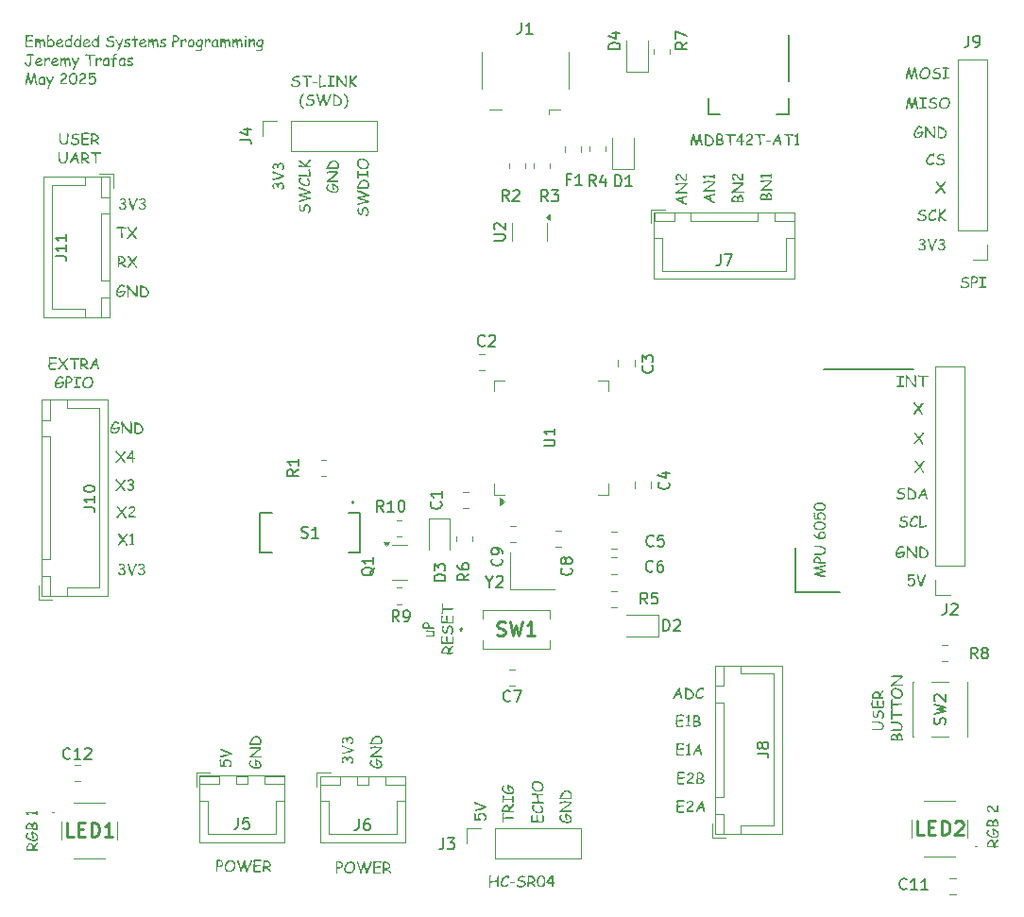
<source format=gbr>
%TF.GenerationSoftware,KiCad,Pcbnew,9.0.1*%
%TF.CreationDate,2025-05-06T13:07:20-06:00*%
%TF.ProjectId,2025_04_STM32F103_RobotBrain,32303235-5f30-4345-9f53-544d33324631,rev?*%
%TF.SameCoordinates,Original*%
%TF.FileFunction,Legend,Top*%
%TF.FilePolarity,Positive*%
%FSLAX46Y46*%
G04 Gerber Fmt 4.6, Leading zero omitted, Abs format (unit mm)*
G04 Created by KiCad (PCBNEW 9.0.1) date 2025-05-06 13:07:20*
%MOMM*%
%LPD*%
G01*
G04 APERTURE LIST*
%ADD10C,0.100000*%
%ADD11C,0.150000*%
%ADD12C,0.254000*%
%ADD13C,0.120000*%
%ADD14C,0.127000*%
%ADD15C,0.200000*%
G04 APERTURE END LIST*
D10*
G36*
X94261671Y-31147739D02*
G01*
X94240483Y-31144441D01*
X94125554Y-31120319D01*
X94017794Y-31112568D01*
X93960624Y-31114868D01*
X93895490Y-31122215D01*
X93828243Y-31134044D01*
X93752730Y-31151646D01*
X93758897Y-31223576D01*
X93756379Y-31328746D01*
X93747295Y-31487725D01*
X94046493Y-31458599D01*
X94208365Y-31444738D01*
X94236282Y-31449633D01*
X94258923Y-31463972D01*
X94274121Y-31485958D01*
X94279439Y-31515446D01*
X94275236Y-31544060D01*
X94263801Y-31564065D01*
X94245058Y-31577766D01*
X94216608Y-31585422D01*
X94054003Y-31599771D01*
X93738381Y-31628408D01*
X93733984Y-31719755D01*
X93732274Y-31800172D01*
X93736092Y-31904033D01*
X93744538Y-31955672D01*
X93754134Y-31976760D01*
X93767628Y-31985331D01*
X93799208Y-31992536D01*
X93861357Y-31995750D01*
X93988790Y-31993796D01*
X94116835Y-31991842D01*
X94157135Y-31987934D01*
X94196763Y-31984026D01*
X94229830Y-31988915D01*
X94251213Y-32001852D01*
X94264282Y-32022768D01*
X94269181Y-32054795D01*
X94262563Y-32088186D01*
X94244065Y-32110242D01*
X94211113Y-32123489D01*
X94128477Y-32132213D01*
X93933103Y-32136434D01*
X93819775Y-32131413D01*
X93742502Y-32118670D01*
X93692168Y-32101091D01*
X93661200Y-32080563D01*
X93636824Y-32048623D01*
X93616263Y-31996871D01*
X93601448Y-31917565D01*
X93595621Y-31801210D01*
X93597636Y-31705833D01*
X93603131Y-31594092D01*
X93595621Y-31560692D01*
X93598897Y-31538617D01*
X93608627Y-31519110D01*
X93619471Y-31335068D01*
X93622304Y-31228155D01*
X93615465Y-31154272D01*
X93608627Y-31080327D01*
X93613668Y-31042258D01*
X93626681Y-31018388D01*
X93646932Y-31004358D01*
X93676953Y-30999239D01*
X93703660Y-31004074D01*
X93726107Y-31018473D01*
X93807286Y-30997742D01*
X93880835Y-30983546D01*
X93952649Y-30974697D01*
X94017794Y-30971884D01*
X94128588Y-30976985D01*
X94215503Y-30990758D01*
X94282798Y-31011268D01*
X94308727Y-31027097D01*
X94323460Y-31048256D01*
X94328593Y-31076420D01*
X94324167Y-31102022D01*
X94310825Y-31124658D01*
X94288533Y-31142020D01*
X94261671Y-31147739D01*
G37*
G36*
X95335912Y-32128618D02*
G01*
X95310398Y-32124759D01*
X95291893Y-32114084D01*
X95278585Y-32096313D01*
X95270333Y-32069145D01*
X95245725Y-31857264D01*
X95222522Y-31645383D01*
X95213298Y-31598793D01*
X95199258Y-31553121D01*
X95180322Y-31514187D01*
X95163814Y-31496512D01*
X95148761Y-31491632D01*
X95119393Y-31499346D01*
X95054483Y-31534375D01*
X94995455Y-31573364D01*
X94968387Y-31597512D01*
X94971807Y-31725129D01*
X94992262Y-31906357D01*
X95002362Y-32009055D01*
X95005268Y-32083494D01*
X95000443Y-32111047D01*
X94986461Y-32132709D01*
X94965328Y-32147117D01*
X94938346Y-32152065D01*
X94911357Y-32147106D01*
X94890169Y-32132648D01*
X94876237Y-32110924D01*
X94871423Y-32083250D01*
X94867899Y-31991023D01*
X94854692Y-31839740D01*
X94841486Y-31688456D01*
X94837962Y-31596229D01*
X94832172Y-31528531D01*
X94817445Y-31483817D01*
X94771061Y-31511291D01*
X94720481Y-31555013D01*
X94639881Y-31645322D01*
X94605015Y-31688431D01*
X94597505Y-31809576D01*
X94589994Y-31927911D01*
X94596467Y-31985430D01*
X94602939Y-32038797D01*
X94597747Y-32064581D01*
X94582117Y-32085997D01*
X94559464Y-32100389D01*
X94533269Y-32105170D01*
X94509197Y-32100067D01*
X94489472Y-32084592D01*
X94473033Y-32055572D01*
X94460961Y-32006726D01*
X94456088Y-31929560D01*
X94463599Y-31807255D01*
X94471109Y-31684951D01*
X94464576Y-31576324D01*
X94458103Y-31466964D01*
X94462468Y-31399041D01*
X94473297Y-31355932D01*
X94488089Y-31330218D01*
X94505920Y-31316434D01*
X94527773Y-31311870D01*
X94552733Y-31317289D01*
X94576622Y-31334584D01*
X94593508Y-31358937D01*
X94598848Y-31384593D01*
X94595429Y-31424954D01*
X94592009Y-31466598D01*
X94593353Y-31538283D01*
X94620244Y-31491877D01*
X94654847Y-31447911D01*
X94697889Y-31406147D01*
X94746447Y-31370314D01*
X94784709Y-31352271D01*
X94815369Y-31347041D01*
X94865297Y-31353902D01*
X94905180Y-31373397D01*
X94937486Y-31405947D01*
X94962953Y-31454569D01*
X95004540Y-31410552D01*
X95052407Y-31379769D01*
X95107005Y-31361319D01*
X95171292Y-31354856D01*
X95214197Y-31359826D01*
X95250012Y-31374018D01*
X95280355Y-31397393D01*
X95306061Y-31431267D01*
X95327058Y-31478138D01*
X95335271Y-31519469D01*
X95355085Y-31670540D01*
X95374462Y-31808001D01*
X95404239Y-32062855D01*
X95400692Y-32088146D01*
X95385799Y-32109445D01*
X95363212Y-32123769D01*
X95335912Y-32128618D01*
G37*
G36*
X95668570Y-30999106D02*
G01*
X95683745Y-31009393D01*
X95693418Y-31026750D01*
X95697147Y-31054255D01*
X95693728Y-31082037D01*
X95690308Y-31109820D01*
X95688232Y-31258136D01*
X95686889Y-31431549D01*
X95746519Y-31395398D01*
X95799912Y-31371099D01*
X95853198Y-31355740D01*
X95900724Y-31350949D01*
X95971671Y-31358207D01*
X96033917Y-31379225D01*
X96089332Y-31413946D01*
X96139105Y-31463728D01*
X96176247Y-31518777D01*
X96202994Y-31579760D01*
X96219483Y-31647759D01*
X96225200Y-31724152D01*
X96218687Y-31800453D01*
X96199756Y-31869067D01*
X96168656Y-31931446D01*
X96124755Y-31988667D01*
X96071003Y-32036567D01*
X96012248Y-32070104D01*
X95947380Y-32090386D01*
X95874773Y-32097355D01*
X95806016Y-32092676D01*
X95743014Y-32079042D01*
X95684874Y-32056749D01*
X95668395Y-32075687D01*
X95650875Y-32086121D01*
X95631568Y-32089539D01*
X95607533Y-32085005D01*
X95587482Y-32071465D01*
X95574001Y-32051286D01*
X95569408Y-32026158D01*
X95571118Y-31973646D01*
X95572827Y-31921133D01*
X95569042Y-31704734D01*
X95568922Y-31697773D01*
X95686217Y-31697773D01*
X95686889Y-31804630D01*
X95687561Y-31916981D01*
X95779762Y-31955389D01*
X95823673Y-31965000D01*
X95874773Y-31968394D01*
X95922985Y-31963850D01*
X95965437Y-31950712D01*
X96003284Y-31929145D01*
X96037316Y-31898541D01*
X96064887Y-31861838D01*
X96084592Y-31821157D01*
X96096690Y-31775725D01*
X96100881Y-31724518D01*
X96094797Y-31658145D01*
X96077514Y-31601937D01*
X96049651Y-31553914D01*
X96019232Y-31521225D01*
X95984887Y-31498474D01*
X95945822Y-31484687D01*
X95900724Y-31479909D01*
X95845244Y-31487447D01*
X95785929Y-31511416D01*
X95687561Y-31579255D01*
X95686217Y-31697773D01*
X95568922Y-31697773D01*
X95565317Y-31488213D01*
X95565989Y-31299719D01*
X95566660Y-31110553D01*
X95571043Y-31071222D01*
X95583757Y-31036913D01*
X95601509Y-31013009D01*
X95621879Y-30999757D01*
X95645917Y-30995331D01*
X95668570Y-30999106D01*
G37*
G36*
X96761694Y-31359614D02*
G01*
X96822581Y-31372741D01*
X96871894Y-31392958D01*
X96911250Y-31420345D01*
X96938134Y-31452812D01*
X96954343Y-31491194D01*
X96960005Y-31537306D01*
X96955679Y-31568853D01*
X96942431Y-31599486D01*
X96918943Y-31630095D01*
X96882824Y-31661198D01*
X96838512Y-31687912D01*
X96737988Y-31738012D01*
X96477015Y-31862210D01*
X96504990Y-31897307D01*
X96536638Y-31925557D01*
X96572269Y-31947573D01*
X96611292Y-31963142D01*
X96655303Y-31972830D01*
X96705198Y-31976210D01*
X96753978Y-31972154D01*
X96815840Y-31958442D01*
X96868174Y-31939598D01*
X96900913Y-31919760D01*
X96919644Y-31899396D01*
X96937148Y-31877535D01*
X96953511Y-31866318D01*
X96969530Y-31862882D01*
X96991928Y-31867329D01*
X97012212Y-31881078D01*
X97026419Y-31900970D01*
X97031018Y-31923332D01*
X97024792Y-31956663D01*
X97005200Y-31988913D01*
X96968574Y-32021440D01*
X96908714Y-32054551D01*
X96837919Y-32081027D01*
X96770312Y-32096300D01*
X96705137Y-32101263D01*
X96628073Y-32095925D01*
X96561816Y-32080789D01*
X96504640Y-32056722D01*
X96455155Y-32023960D01*
X96409938Y-31977588D01*
X96377665Y-31923383D01*
X96357662Y-31859783D01*
X96350619Y-31784480D01*
X96353806Y-31735997D01*
X96465413Y-31735997D01*
X96675157Y-31635858D01*
X96788655Y-31574833D01*
X96851378Y-31530894D01*
X96809076Y-31501444D01*
X96755293Y-31482767D01*
X96686758Y-31476001D01*
X96634152Y-31483251D01*
X96588557Y-31504507D01*
X96548089Y-31540847D01*
X96516669Y-31586967D01*
X96488764Y-31650547D01*
X96465413Y-31735997D01*
X96353806Y-31735997D01*
X96356449Y-31695798D01*
X96373158Y-31617505D01*
X96399980Y-31548061D01*
X96436714Y-31486198D01*
X96477736Y-31437865D01*
X96522564Y-31401537D01*
X96571683Y-31375862D01*
X96625997Y-31360239D01*
X96686758Y-31354856D01*
X96761694Y-31359614D01*
G37*
G36*
X97775285Y-30984100D02*
G01*
X97793671Y-30995927D01*
X97805167Y-31015492D01*
X97809542Y-31046011D01*
X97804574Y-31168948D01*
X97782248Y-31465865D01*
X97776110Y-31566463D01*
X97774066Y-31666938D01*
X97780248Y-31880671D01*
X97795193Y-32010893D01*
X97796598Y-32026646D01*
X97791761Y-32051743D01*
X97777486Y-32071770D01*
X97756733Y-32085130D01*
X97733033Y-32089539D01*
X97708867Y-32083587D01*
X97688419Y-32064860D01*
X97670874Y-32028112D01*
X97620197Y-32060132D01*
X97568719Y-32082761D01*
X97514827Y-32096612D01*
X97458443Y-32101263D01*
X97389296Y-32095111D01*
X97328133Y-32077330D01*
X97273429Y-32048227D01*
X97224092Y-32007168D01*
X97182643Y-31956289D01*
X97153035Y-31899096D01*
X97134812Y-31834352D01*
X97128471Y-31760361D01*
X97128606Y-31758529D01*
X97249433Y-31758529D01*
X97256418Y-31814360D01*
X97276970Y-31864037D01*
X97311898Y-31909227D01*
X97356684Y-31944697D01*
X97405009Y-31965346D01*
X97458443Y-31972302D01*
X97512907Y-31966699D01*
X97555408Y-31951236D01*
X97581645Y-31934254D01*
X97631245Y-31894938D01*
X97651090Y-31873872D01*
X97649014Y-31756453D01*
X97649685Y-31677745D01*
X97651090Y-31597695D01*
X97620054Y-31548656D01*
X97582030Y-31515202D01*
X97535828Y-31494880D01*
X97478960Y-31487725D01*
X97421984Y-31492497D01*
X97375569Y-31505790D01*
X97337660Y-31526706D01*
X97306769Y-31555258D01*
X97283341Y-31590094D01*
X97265434Y-31634147D01*
X97253710Y-31689466D01*
X97249433Y-31758529D01*
X97128606Y-31758529D01*
X97135137Y-31669740D01*
X97154021Y-31592288D01*
X97184075Y-31525803D01*
X97225130Y-31468551D01*
X97277118Y-31420484D01*
X97335340Y-31386602D01*
X97401075Y-31365931D01*
X97476212Y-31358764D01*
X97528783Y-31361985D01*
X97568648Y-31370592D01*
X97598456Y-31383372D01*
X97662691Y-31430511D01*
X97674547Y-31164812D01*
X97685223Y-31040943D01*
X97696935Y-31005508D01*
X97717046Y-30986381D01*
X97747383Y-30979699D01*
X97775285Y-30984100D01*
G37*
G36*
X98596918Y-30984100D02*
G01*
X98615304Y-30995927D01*
X98626800Y-31015492D01*
X98631175Y-31046011D01*
X98626207Y-31168948D01*
X98603881Y-31465865D01*
X98597743Y-31566463D01*
X98595699Y-31666938D01*
X98601881Y-31880671D01*
X98616826Y-32010893D01*
X98618230Y-32026646D01*
X98613394Y-32051743D01*
X98599118Y-32071770D01*
X98578366Y-32085130D01*
X98554666Y-32089539D01*
X98530500Y-32083587D01*
X98510052Y-32064860D01*
X98492506Y-32028112D01*
X98441830Y-32060132D01*
X98390352Y-32082761D01*
X98336460Y-32096612D01*
X98280076Y-32101263D01*
X98210929Y-32095111D01*
X98149766Y-32077330D01*
X98095062Y-32048227D01*
X98045725Y-32007168D01*
X98004276Y-31956289D01*
X97974668Y-31899096D01*
X97956445Y-31834352D01*
X97950104Y-31760361D01*
X97950239Y-31758529D01*
X98071065Y-31758529D01*
X98078051Y-31814360D01*
X98098603Y-31864037D01*
X98133531Y-31909227D01*
X98178317Y-31944697D01*
X98226642Y-31965346D01*
X98280076Y-31972302D01*
X98334540Y-31966699D01*
X98377041Y-31951236D01*
X98403278Y-31934254D01*
X98452878Y-31894938D01*
X98472723Y-31873872D01*
X98470647Y-31756453D01*
X98471318Y-31677745D01*
X98472723Y-31597695D01*
X98441687Y-31548656D01*
X98403663Y-31515202D01*
X98357461Y-31494880D01*
X98300593Y-31487725D01*
X98243617Y-31492497D01*
X98197202Y-31505790D01*
X98159293Y-31526706D01*
X98128401Y-31555258D01*
X98104974Y-31590094D01*
X98087067Y-31634147D01*
X98075343Y-31689466D01*
X98071065Y-31758529D01*
X97950239Y-31758529D01*
X97956770Y-31669740D01*
X97975654Y-31592288D01*
X98005708Y-31525803D01*
X98046763Y-31468551D01*
X98098751Y-31420484D01*
X98156973Y-31386602D01*
X98222708Y-31365931D01*
X98297845Y-31358764D01*
X98350416Y-31361985D01*
X98390281Y-31370592D01*
X98420088Y-31383372D01*
X98484324Y-31430511D01*
X98496180Y-31164812D01*
X98506856Y-31040943D01*
X98518568Y-31005508D01*
X98538679Y-30986381D01*
X98569016Y-30979699D01*
X98596918Y-30984100D01*
G37*
G36*
X99171882Y-31359614D02*
G01*
X99232769Y-31372741D01*
X99282083Y-31392958D01*
X99321439Y-31420345D01*
X99348323Y-31452812D01*
X99364531Y-31491194D01*
X99370193Y-31537306D01*
X99365868Y-31568853D01*
X99352619Y-31599486D01*
X99329132Y-31630095D01*
X99293012Y-31661198D01*
X99248700Y-31687912D01*
X99148176Y-31738012D01*
X98887203Y-31862210D01*
X98915178Y-31897307D01*
X98946826Y-31925557D01*
X98982458Y-31947573D01*
X99021480Y-31963142D01*
X99065491Y-31972830D01*
X99115387Y-31976210D01*
X99164167Y-31972154D01*
X99226029Y-31958442D01*
X99278363Y-31939598D01*
X99311101Y-31919760D01*
X99329832Y-31899396D01*
X99347336Y-31877535D01*
X99363699Y-31866318D01*
X99379719Y-31862882D01*
X99402116Y-31867329D01*
X99422400Y-31881078D01*
X99436607Y-31900970D01*
X99441207Y-31923332D01*
X99434980Y-31956663D01*
X99415389Y-31988913D01*
X99378762Y-32021440D01*
X99318902Y-32054551D01*
X99248107Y-32081027D01*
X99180500Y-32096300D01*
X99115326Y-32101263D01*
X99038261Y-32095925D01*
X98972004Y-32080789D01*
X98914829Y-32056722D01*
X98865343Y-32023960D01*
X98820127Y-31977588D01*
X98787853Y-31923383D01*
X98767850Y-31859783D01*
X98760807Y-31784480D01*
X98763994Y-31735997D01*
X98875601Y-31735997D01*
X99085345Y-31635858D01*
X99198843Y-31574833D01*
X99261566Y-31530894D01*
X99219265Y-31501444D01*
X99165481Y-31482767D01*
X99096946Y-31476001D01*
X99044341Y-31483251D01*
X98998745Y-31504507D01*
X98958278Y-31540847D01*
X98926858Y-31586967D01*
X98898952Y-31650547D01*
X98875601Y-31735997D01*
X98763994Y-31735997D01*
X98766637Y-31695798D01*
X98783346Y-31617505D01*
X98810168Y-31548061D01*
X98846903Y-31486198D01*
X98887924Y-31437865D01*
X98932753Y-31401537D01*
X98981872Y-31375862D01*
X99036185Y-31360239D01*
X99096946Y-31354856D01*
X99171882Y-31359614D01*
G37*
G36*
X100185473Y-30984100D02*
G01*
X100203859Y-30995927D01*
X100215355Y-31015492D01*
X100219731Y-31046011D01*
X100214763Y-31168948D01*
X100192437Y-31465865D01*
X100186298Y-31566463D01*
X100184255Y-31666938D01*
X100190437Y-31880671D01*
X100205382Y-32010893D01*
X100206786Y-32026646D01*
X100201949Y-32051743D01*
X100187674Y-32071770D01*
X100166921Y-32085130D01*
X100143222Y-32089539D01*
X100119056Y-32083587D01*
X100098607Y-32064860D01*
X100081062Y-32028112D01*
X100030385Y-32060132D01*
X99978907Y-32082761D01*
X99925016Y-32096612D01*
X99868632Y-32101263D01*
X99799484Y-32095111D01*
X99738321Y-32077330D01*
X99683618Y-32048227D01*
X99634281Y-32007168D01*
X99592832Y-31956289D01*
X99563223Y-31899096D01*
X99545000Y-31834352D01*
X99538660Y-31760361D01*
X99538795Y-31758529D01*
X99659621Y-31758529D01*
X99666606Y-31814360D01*
X99687159Y-31864037D01*
X99722086Y-31909227D01*
X99766872Y-31944697D01*
X99815197Y-31965346D01*
X99868632Y-31972302D01*
X99923095Y-31966699D01*
X99965596Y-31951236D01*
X99991833Y-31934254D01*
X100041434Y-31894938D01*
X100061278Y-31873872D01*
X100059202Y-31756453D01*
X100059874Y-31677745D01*
X100061278Y-31597695D01*
X100030243Y-31548656D01*
X99992219Y-31515202D01*
X99946016Y-31494880D01*
X99889148Y-31487725D01*
X99832172Y-31492497D01*
X99785757Y-31505790D01*
X99747849Y-31526706D01*
X99716957Y-31555258D01*
X99693529Y-31590094D01*
X99675622Y-31634147D01*
X99663899Y-31689466D01*
X99659621Y-31758529D01*
X99538795Y-31758529D01*
X99545326Y-31669740D01*
X99564210Y-31592288D01*
X99594263Y-31525803D01*
X99635319Y-31468551D01*
X99687306Y-31420484D01*
X99745529Y-31386602D01*
X99811263Y-31365931D01*
X99886400Y-31358764D01*
X99938971Y-31361985D01*
X99978837Y-31370592D01*
X100008644Y-31383372D01*
X100072880Y-31430511D01*
X100084736Y-31164812D01*
X100095411Y-31040943D01*
X100107123Y-31005508D01*
X100127234Y-30986381D01*
X100157571Y-30979699D01*
X100185473Y-30984100D01*
G37*
G36*
X100799624Y-31897381D02*
G01*
X100804242Y-31870800D01*
X100819103Y-31849998D01*
X100841323Y-31836301D01*
X100868623Y-31831618D01*
X100889015Y-31835502D01*
X100908323Y-31847644D01*
X100927363Y-31870270D01*
X100962967Y-31917293D01*
X100989523Y-31941467D01*
X101030191Y-31961577D01*
X101085095Y-31975065D01*
X101158234Y-31980118D01*
X101227743Y-31975002D01*
X101293047Y-31959909D01*
X101354972Y-31934872D01*
X101408706Y-31900641D01*
X101443910Y-31862888D01*
X101464238Y-31821071D01*
X101471109Y-31773489D01*
X101465388Y-31734417D01*
X101448383Y-31699766D01*
X101418783Y-31668156D01*
X101373412Y-31639155D01*
X101316803Y-31616012D01*
X101249406Y-31600367D01*
X101169225Y-31593237D01*
X101098355Y-31585726D01*
X101037615Y-31569731D01*
X100985432Y-31545976D01*
X100941779Y-31514112D01*
X100912191Y-31477711D01*
X100894555Y-31435985D01*
X100888468Y-31387219D01*
X100893411Y-31341845D01*
X100908384Y-31297683D01*
X100934278Y-31253830D01*
X100972820Y-31209632D01*
X101026465Y-31164713D01*
X101095170Y-31121911D01*
X101163006Y-31092506D01*
X101230685Y-31075278D01*
X101299040Y-31069581D01*
X101366975Y-31074787D01*
X101448639Y-31091929D01*
X101506218Y-31111344D01*
X101538704Y-31130264D01*
X101554560Y-31148315D01*
X101559281Y-31166362D01*
X101555138Y-31193256D01*
X101544071Y-31210854D01*
X101525918Y-31221766D01*
X101497793Y-31225896D01*
X101465589Y-31223156D01*
X101402172Y-31211913D01*
X101337411Y-31201044D01*
X101296292Y-31198541D01*
X101226824Y-31205376D01*
X101167066Y-31223152D01*
X101115247Y-31251297D01*
X101080143Y-31280769D01*
X101056794Y-31311527D01*
X101043266Y-31344080D01*
X101038738Y-31379403D01*
X101043830Y-31403227D01*
X101059623Y-31424150D01*
X101089550Y-31443153D01*
X101139855Y-31459576D01*
X101186239Y-31467113D01*
X101285362Y-31476001D01*
X101363070Y-31487311D01*
X101428493Y-31507840D01*
X101483596Y-31536783D01*
X101529911Y-31574003D01*
X101565433Y-31616052D01*
X101590325Y-31661587D01*
X101605359Y-31711408D01*
X101610511Y-31766650D01*
X101604502Y-31828846D01*
X101586978Y-31884669D01*
X101557926Y-31935494D01*
X101516328Y-31982254D01*
X101460240Y-32025364D01*
X101393415Y-32061531D01*
X101321308Y-32087598D01*
X101243040Y-32103586D01*
X101157562Y-32109078D01*
X101075332Y-32103525D01*
X100999398Y-32087287D01*
X100928768Y-32060657D01*
X100869092Y-32025155D01*
X100830254Y-31986572D01*
X100807784Y-31944526D01*
X100799624Y-31897381D01*
G37*
G36*
X102368885Y-31460980D02*
G01*
X102132519Y-31971753D01*
X102051806Y-32151234D01*
X101998613Y-32283834D01*
X101953550Y-32416336D01*
X101937995Y-32444191D01*
X101917939Y-32459498D01*
X101892062Y-32464696D01*
X101865242Y-32459996D01*
X101842480Y-32446011D01*
X101826860Y-32425073D01*
X101821659Y-32399544D01*
X101830529Y-32350809D01*
X101870938Y-32235277D01*
X101969242Y-32006802D01*
X101724694Y-31534192D01*
X101693920Y-31484122D01*
X101679447Y-31453238D01*
X101675479Y-31431304D01*
X101680731Y-31405947D01*
X101696973Y-31383372D01*
X101720153Y-31367694D01*
X101745150Y-31362672D01*
X101773384Y-31368386D01*
X101793693Y-31384837D01*
X101866113Y-31496458D01*
X101948833Y-31647570D01*
X102043004Y-31846334D01*
X102144120Y-31608258D01*
X102199542Y-31491209D01*
X102249328Y-31397782D01*
X102266365Y-31375193D01*
X102285200Y-31362833D01*
X102306725Y-31358764D01*
X102332916Y-31363708D01*
X102356184Y-31378792D01*
X102372439Y-31400911D01*
X102377739Y-31426420D01*
X102375715Y-31441905D01*
X102368885Y-31460980D01*
G37*
G36*
X102962090Y-31542435D02*
G01*
X102938424Y-31539342D01*
X102921492Y-31530957D01*
X102909516Y-31517522D01*
X102901098Y-31495086D01*
X102891748Y-31444738D01*
X102733967Y-31492487D01*
X102679593Y-31519422D01*
X102646622Y-31546136D01*
X102629067Y-31572723D01*
X102623325Y-31600321D01*
X102663625Y-31611189D01*
X102768096Y-31634556D01*
X102843950Y-31660607D01*
X102897243Y-31688187D01*
X102946415Y-31728438D01*
X102980544Y-31775361D01*
X103001303Y-31830209D01*
X103008557Y-31895244D01*
X103002338Y-31948146D01*
X102984523Y-31992568D01*
X102955072Y-32030455D01*
X102912264Y-32062794D01*
X102857104Y-32087564D01*
X102790504Y-32103401D01*
X102710031Y-32109078D01*
X102622284Y-32101570D01*
X102539305Y-32079281D01*
X102488131Y-32055395D01*
X102456686Y-32029985D01*
X102439635Y-32003111D01*
X102434098Y-31973585D01*
X102439346Y-31948490D01*
X102455591Y-31926202D01*
X102478838Y-31910845D01*
X102504439Y-31905868D01*
X102525800Y-31912352D01*
X102559089Y-31938414D01*
X102581302Y-31951009D01*
X102632911Y-31964181D01*
X102710092Y-31972302D01*
X102765536Y-31968681D01*
X102811209Y-31958625D01*
X102849288Y-31940963D01*
X102868595Y-31920302D01*
X102874712Y-31895854D01*
X102869992Y-31862645D01*
X102856204Y-31834331D01*
X102832575Y-31809601D01*
X102796707Y-31788067D01*
X102744897Y-31770314D01*
X102673883Y-31754560D01*
X102590415Y-31730880D01*
X102544740Y-31708032D01*
X102514400Y-31678677D01*
X102495989Y-31641011D01*
X102489419Y-31592322D01*
X102495029Y-31537326D01*
X102511023Y-31490872D01*
X102537063Y-31451170D01*
X102574046Y-31417105D01*
X102623996Y-31388379D01*
X102671459Y-31370063D01*
X102755094Y-31344232D01*
X102838538Y-31318447D01*
X102884237Y-31300757D01*
X102913201Y-31291558D01*
X102945054Y-31288422D01*
X102972056Y-31293316D01*
X102993169Y-31307534D01*
X103007108Y-31329110D01*
X103011976Y-31357360D01*
X103020525Y-31415429D01*
X103029073Y-31473497D01*
X103024205Y-31501748D01*
X103010266Y-31523323D01*
X102989145Y-31537539D01*
X102962090Y-31542435D01*
G37*
G36*
X103638948Y-31488030D02*
G01*
X103605120Y-31486687D01*
X103571353Y-31485282D01*
X103478419Y-31495540D01*
X103491425Y-31898785D01*
X103492096Y-31928766D01*
X103492768Y-31963571D01*
X103489445Y-32028047D01*
X103478958Y-32069401D01*
X103463859Y-32094514D01*
X103444951Y-32108315D01*
X103421022Y-32112986D01*
X103395466Y-32108526D01*
X103373578Y-32095218D01*
X103358456Y-32075200D01*
X103353428Y-32050765D01*
X103355443Y-31972791D01*
X103357519Y-31894877D01*
X103343902Y-31495540D01*
X103192227Y-31484000D01*
X103164600Y-31476240D01*
X103146447Y-31462869D01*
X103135435Y-31443682D01*
X103131411Y-31416589D01*
X103136143Y-31388891D01*
X103149851Y-31366946D01*
X103170674Y-31352185D01*
X103196990Y-31347163D01*
X103340483Y-31358764D01*
X103337369Y-31266135D01*
X103334316Y-31182299D01*
X103339324Y-31156109D01*
X103354099Y-31135160D01*
X103375997Y-31121209D01*
X103402643Y-31116475D01*
X103428319Y-31121825D01*
X103448419Y-31137749D01*
X103464182Y-31167198D01*
X103474328Y-31216493D01*
X103476404Y-31277065D01*
X103475061Y-31316571D01*
X103474328Y-31358764D01*
X103571353Y-31347834D01*
X103636309Y-31350054D01*
X103664227Y-31354673D01*
X103687180Y-31367696D01*
X103700884Y-31388221D01*
X103705931Y-31418970D01*
X103701105Y-31446713D01*
X103687124Y-31468551D01*
X103665973Y-31483052D01*
X103638948Y-31488030D01*
G37*
G36*
X104216962Y-31359614D02*
G01*
X104277850Y-31372741D01*
X104327163Y-31392958D01*
X104366519Y-31420345D01*
X104393403Y-31452812D01*
X104409612Y-31491194D01*
X104415273Y-31537306D01*
X104410948Y-31568853D01*
X104397699Y-31599486D01*
X104374212Y-31630095D01*
X104338093Y-31661198D01*
X104293781Y-31687912D01*
X104193257Y-31738012D01*
X103932283Y-31862210D01*
X103960258Y-31897307D01*
X103991906Y-31925557D01*
X104027538Y-31947573D01*
X104066560Y-31963142D01*
X104110571Y-31972830D01*
X104160467Y-31976210D01*
X104209247Y-31972154D01*
X104271109Y-31958442D01*
X104323443Y-31939598D01*
X104356181Y-31919760D01*
X104374912Y-31899396D01*
X104392417Y-31877535D01*
X104408780Y-31866318D01*
X104424799Y-31862882D01*
X104447196Y-31867329D01*
X104467480Y-31881078D01*
X104481687Y-31900970D01*
X104486287Y-31923332D01*
X104480060Y-31956663D01*
X104460469Y-31988913D01*
X104423843Y-32021440D01*
X104363982Y-32054551D01*
X104293188Y-32081027D01*
X104225581Y-32096300D01*
X104160406Y-32101263D01*
X104083341Y-32095925D01*
X104017085Y-32080789D01*
X103959909Y-32056722D01*
X103910423Y-32023960D01*
X103865207Y-31977588D01*
X103832933Y-31923383D01*
X103812930Y-31859783D01*
X103805887Y-31784480D01*
X103809075Y-31735997D01*
X103920682Y-31735997D01*
X104130425Y-31635858D01*
X104243923Y-31574833D01*
X104306646Y-31530894D01*
X104264345Y-31501444D01*
X104210562Y-31482767D01*
X104142027Y-31476001D01*
X104089421Y-31483251D01*
X104043825Y-31504507D01*
X104003358Y-31540847D01*
X103971938Y-31586967D01*
X103944032Y-31650547D01*
X103920682Y-31735997D01*
X103809075Y-31735997D01*
X103811718Y-31695798D01*
X103828427Y-31617505D01*
X103855249Y-31548061D01*
X103891983Y-31486198D01*
X103933005Y-31437865D01*
X103977833Y-31401537D01*
X104026952Y-31375862D01*
X104081266Y-31360239D01*
X104142027Y-31354856D01*
X104216962Y-31359614D01*
G37*
G36*
X105475898Y-32128618D02*
G01*
X105450384Y-32124759D01*
X105431879Y-32114084D01*
X105418571Y-32096313D01*
X105410319Y-32069145D01*
X105385711Y-31857264D01*
X105362508Y-31645383D01*
X105353284Y-31598793D01*
X105339244Y-31553121D01*
X105320308Y-31514187D01*
X105303800Y-31496512D01*
X105288747Y-31491632D01*
X105259379Y-31499346D01*
X105194469Y-31534375D01*
X105135441Y-31573364D01*
X105108374Y-31597512D01*
X105111793Y-31725129D01*
X105132248Y-31906357D01*
X105142348Y-32009055D01*
X105145254Y-32083494D01*
X105140429Y-32111047D01*
X105126448Y-32132709D01*
X105105314Y-32147117D01*
X105078332Y-32152065D01*
X105051344Y-32147106D01*
X105030155Y-32132648D01*
X105016223Y-32110924D01*
X105011409Y-32083250D01*
X105007885Y-31991023D01*
X104994678Y-31839740D01*
X104981472Y-31688456D01*
X104977948Y-31596229D01*
X104972158Y-31528531D01*
X104957431Y-31483817D01*
X104911048Y-31511291D01*
X104860467Y-31555013D01*
X104779867Y-31645322D01*
X104745001Y-31688431D01*
X104737491Y-31809576D01*
X104729980Y-31927911D01*
X104736453Y-31985430D01*
X104742925Y-32038797D01*
X104737733Y-32064581D01*
X104722103Y-32085997D01*
X104699450Y-32100389D01*
X104673255Y-32105170D01*
X104649183Y-32100067D01*
X104629458Y-32084592D01*
X104613019Y-32055572D01*
X104600947Y-32006726D01*
X104596074Y-31929560D01*
X104603585Y-31807255D01*
X104611095Y-31684951D01*
X104604562Y-31576324D01*
X104598089Y-31466964D01*
X104602454Y-31399041D01*
X104613283Y-31355932D01*
X104628075Y-31330218D01*
X104645906Y-31316434D01*
X104667759Y-31311870D01*
X104692719Y-31317289D01*
X104716608Y-31334584D01*
X104733494Y-31358937D01*
X104738834Y-31384593D01*
X104735415Y-31424954D01*
X104731995Y-31466598D01*
X104733339Y-31538283D01*
X104760231Y-31491877D01*
X104794833Y-31447911D01*
X104837875Y-31406147D01*
X104886433Y-31370314D01*
X104924695Y-31352271D01*
X104955355Y-31347041D01*
X105005283Y-31353902D01*
X105045166Y-31373397D01*
X105077472Y-31405947D01*
X105102939Y-31454569D01*
X105144526Y-31410552D01*
X105192393Y-31379769D01*
X105246991Y-31361319D01*
X105311278Y-31354856D01*
X105354183Y-31359826D01*
X105389998Y-31374018D01*
X105420341Y-31397393D01*
X105446048Y-31431267D01*
X105467044Y-31478138D01*
X105475257Y-31519469D01*
X105495071Y-31670540D01*
X105514448Y-31808001D01*
X105544225Y-32062855D01*
X105540679Y-32088146D01*
X105525785Y-32109445D01*
X105503198Y-32123769D01*
X105475898Y-32128618D01*
G37*
G36*
X106156786Y-31542435D02*
G01*
X106133121Y-31539342D01*
X106116188Y-31530957D01*
X106104213Y-31517522D01*
X106095795Y-31495086D01*
X106086444Y-31444738D01*
X105928663Y-31492487D01*
X105874289Y-31519422D01*
X105841318Y-31546136D01*
X105823763Y-31572723D01*
X105818021Y-31600321D01*
X105858321Y-31611189D01*
X105962792Y-31634556D01*
X106038647Y-31660607D01*
X106091939Y-31688187D01*
X106141111Y-31728438D01*
X106175241Y-31775361D01*
X106195999Y-31830209D01*
X106203253Y-31895244D01*
X106197035Y-31948146D01*
X106179219Y-31992568D01*
X106149768Y-32030455D01*
X106106960Y-32062794D01*
X106051800Y-32087564D01*
X105985201Y-32103401D01*
X105904727Y-32109078D01*
X105816980Y-32101570D01*
X105734002Y-32079281D01*
X105682828Y-32055395D01*
X105651382Y-32029985D01*
X105634331Y-32003111D01*
X105628794Y-31973585D01*
X105634043Y-31948490D01*
X105650287Y-31926202D01*
X105673535Y-31910845D01*
X105699136Y-31905868D01*
X105720496Y-31912352D01*
X105753785Y-31938414D01*
X105775998Y-31951009D01*
X105827608Y-31964181D01*
X105904788Y-31972302D01*
X105960232Y-31968681D01*
X106005905Y-31958625D01*
X106043984Y-31940963D01*
X106063291Y-31920302D01*
X106069408Y-31895854D01*
X106064688Y-31862645D01*
X106050900Y-31834331D01*
X106027271Y-31809601D01*
X105991404Y-31788067D01*
X105939593Y-31770314D01*
X105868579Y-31754560D01*
X105785111Y-31730880D01*
X105739436Y-31708032D01*
X105709096Y-31678677D01*
X105690685Y-31641011D01*
X105684115Y-31592322D01*
X105689726Y-31537326D01*
X105705719Y-31490872D01*
X105731760Y-31451170D01*
X105768742Y-31417105D01*
X105818693Y-31388379D01*
X105866155Y-31370063D01*
X105949790Y-31344232D01*
X106033235Y-31318447D01*
X106078934Y-31300757D01*
X106107897Y-31291558D01*
X106139750Y-31288422D01*
X106166753Y-31293316D01*
X106187866Y-31307534D01*
X106201804Y-31329110D01*
X106206673Y-31357360D01*
X106215221Y-31415429D01*
X106223770Y-31473497D01*
X106218901Y-31501748D01*
X106204963Y-31523323D01*
X106183841Y-31537539D01*
X106156786Y-31542435D01*
G37*
G36*
X107092587Y-31000531D02*
G01*
X107151374Y-31016114D01*
X107209008Y-31042504D01*
X107266137Y-31080694D01*
X107320588Y-31132372D01*
X107357437Y-31186680D01*
X107379075Y-31244533D01*
X107386366Y-31307473D01*
X107380970Y-31374038D01*
X107365390Y-31433157D01*
X107340018Y-31486143D01*
X107304538Y-31533989D01*
X107257955Y-31577301D01*
X107198435Y-31616354D01*
X107133339Y-31644370D01*
X107061636Y-31661557D01*
X106982021Y-31667487D01*
X106898674Y-31658572D01*
X106894873Y-31781225D01*
X106893178Y-32020601D01*
X106888670Y-32046037D01*
X106875409Y-32066824D01*
X106855510Y-32080894D01*
X106831018Y-32085631D01*
X106805949Y-32080864D01*
X106785956Y-32066824D01*
X106772693Y-32046045D01*
X106768187Y-32020662D01*
X106768187Y-31819712D01*
X106770825Y-31708882D01*
X106780460Y-31536695D01*
X106780836Y-31529612D01*
X106906856Y-31529612D01*
X106982021Y-31538527D01*
X107056582Y-31531637D01*
X107120297Y-31511981D01*
X107175279Y-31480153D01*
X107213319Y-31444966D01*
X107239783Y-31405214D01*
X107255817Y-31359975D01*
X107261374Y-31307718D01*
X107256609Y-31271852D01*
X107242272Y-31238393D01*
X107217302Y-31206333D01*
X107179431Y-31175155D01*
X107127033Y-31146664D01*
X107072934Y-31129897D01*
X107016154Y-31124291D01*
X106962482Y-31125696D01*
X106922548Y-31129787D01*
X106921205Y-31256182D01*
X106906856Y-31529612D01*
X106780836Y-31529612D01*
X106795481Y-31253740D01*
X106795481Y-31159401D01*
X106797954Y-31096350D01*
X106803724Y-31060971D01*
X106814801Y-31033455D01*
X106829265Y-31017179D01*
X106847305Y-31009177D01*
X106870647Y-31009009D01*
X106932807Y-30998750D01*
X107031847Y-30995331D01*
X107092587Y-31000531D01*
G37*
G36*
X108054125Y-31566371D02*
G01*
X108046940Y-31607272D01*
X108032996Y-31632479D01*
X108013223Y-31646806D01*
X107985799Y-31651856D01*
X107959803Y-31647536D01*
X107942405Y-31635775D01*
X107931326Y-31615953D01*
X107927058Y-31584567D01*
X107925043Y-31537001D01*
X107922967Y-31479909D01*
X107852421Y-31493304D01*
X107795612Y-31513827D01*
X107750165Y-31540603D01*
X107713431Y-31573488D01*
X107679696Y-31617363D01*
X107649049Y-31674265D01*
X107650392Y-32048018D01*
X107645729Y-32079436D01*
X107633379Y-32099776D01*
X107613385Y-32112223D01*
X107582737Y-32116894D01*
X107556170Y-32112466D01*
X107538373Y-32100399D01*
X107527026Y-32080039D01*
X107522653Y-32047773D01*
X107522653Y-31567287D01*
X107524363Y-31499570D01*
X107526072Y-31431793D01*
X107530446Y-31399527D01*
X107541792Y-31379167D01*
X107559589Y-31367101D01*
X107586156Y-31362672D01*
X107613328Y-31368732D01*
X107633418Y-31386703D01*
X107647711Y-31420513D01*
X107653811Y-31478504D01*
X107709596Y-31430974D01*
X107766063Y-31395415D01*
X107823659Y-31370633D01*
X107882997Y-31355892D01*
X107944827Y-31350949D01*
X107979457Y-31355848D01*
X108006358Y-31369656D01*
X108027442Y-31392653D01*
X108041529Y-31421884D01*
X108051146Y-31462680D01*
X108054797Y-31518499D01*
X108054125Y-31566371D01*
G37*
G36*
X108553515Y-31367792D02*
G01*
X108599408Y-31382544D01*
X108639908Y-31406732D01*
X108675933Y-31441106D01*
X108707841Y-31487297D01*
X108737934Y-31556601D01*
X108756278Y-31636697D01*
X108761819Y-31729769D01*
X108755753Y-31804805D01*
X108740278Y-31872109D01*
X108715875Y-31932821D01*
X108682562Y-31987873D01*
X108644289Y-32032514D01*
X108602621Y-32066052D01*
X108557118Y-32089733D01*
X108506961Y-32104126D01*
X108451020Y-32109078D01*
X108395398Y-32103754D01*
X108344637Y-32088123D01*
X108297632Y-32062066D01*
X108253611Y-32024631D01*
X108213909Y-31975094D01*
X108184409Y-31917522D01*
X108165044Y-31850455D01*
X108156585Y-31771962D01*
X108156593Y-31771779D01*
X108291163Y-31771779D01*
X108297761Y-31835810D01*
X108316062Y-31886364D01*
X108345141Y-31926446D01*
X108377451Y-31952235D01*
X108412362Y-31967244D01*
X108451020Y-31972302D01*
X108496211Y-31966509D01*
X108536502Y-31949426D01*
X108573264Y-31920279D01*
X108605214Y-31878701D01*
X108625864Y-31827756D01*
X108634752Y-31764940D01*
X108632000Y-31668755D01*
X108618362Y-31600991D01*
X108596975Y-31554596D01*
X108569358Y-31524057D01*
X108535110Y-31505936D01*
X108491992Y-31499448D01*
X108444695Y-31505122D01*
X108403798Y-31522342D01*
X108367665Y-31551640D01*
X108335554Y-31595252D01*
X108311194Y-31648366D01*
X108296297Y-31706829D01*
X108291163Y-31771779D01*
X108156593Y-31771779D01*
X108160072Y-31695834D01*
X108174337Y-31625969D01*
X108199052Y-31561289D01*
X108234438Y-31500914D01*
X108276419Y-31450443D01*
X108323228Y-31412283D01*
X108375450Y-31385116D01*
X108434160Y-31368453D01*
X108500846Y-31362672D01*
X108553515Y-31367792D01*
G37*
G36*
X109340842Y-31374946D02*
G01*
X109386775Y-31386913D01*
X109425294Y-31407898D01*
X109452355Y-31436189D01*
X109485001Y-31442297D01*
X109506681Y-31457006D01*
X109520280Y-31480848D01*
X109525444Y-31517583D01*
X109522325Y-31570002D01*
X109511095Y-31647581D01*
X109492655Y-31776175D01*
X109476962Y-32006069D01*
X109467124Y-32136491D01*
X109448935Y-32229734D01*
X109422780Y-32300460D01*
X109389837Y-32353891D01*
X109350566Y-32393255D01*
X109308597Y-32419358D01*
X109256563Y-32439244D01*
X109192373Y-32452188D01*
X109113529Y-32456880D01*
X109026326Y-32453505D01*
X108961243Y-32444607D01*
X108919084Y-32431906D01*
X108893572Y-32415728D01*
X108879737Y-32396714D01*
X108875148Y-32373838D01*
X108879247Y-32346166D01*
X108890100Y-32328262D01*
X108907659Y-32317311D01*
X108934560Y-32313204D01*
X109016564Y-32325111D01*
X109075620Y-32333632D01*
X109143632Y-32335736D01*
X109193384Y-32329455D01*
X109235007Y-32313212D01*
X109270255Y-32287154D01*
X109300102Y-32250102D01*
X109324616Y-32199692D01*
X109341288Y-32138721D01*
X109353676Y-32049957D01*
X109359481Y-31925408D01*
X109331795Y-31976815D01*
X109302492Y-32016222D01*
X109271676Y-32045575D01*
X109236060Y-32067863D01*
X109197570Y-32081125D01*
X109155233Y-32085631D01*
X109094848Y-32080094D01*
X109042101Y-32064155D01*
X108995508Y-32038136D01*
X108954038Y-32001428D01*
X108920751Y-31957255D01*
X108896683Y-31906949D01*
X108881727Y-31849354D01*
X108876491Y-31782953D01*
X108877446Y-31770863D01*
X109009054Y-31770863D01*
X109013909Y-31828963D01*
X109026916Y-31872271D01*
X109046606Y-31904220D01*
X109074573Y-31928266D01*
X109111228Y-31943365D01*
X109159324Y-31948855D01*
X109202593Y-31941867D01*
X109246677Y-31919796D01*
X109293169Y-31879124D01*
X109328322Y-31833973D01*
X109349882Y-31791899D01*
X109360153Y-31751934D01*
X109373627Y-31676248D01*
X109390867Y-31544572D01*
X109362789Y-31527955D01*
X109334202Y-31516484D01*
X109304391Y-31509581D01*
X109273386Y-31507264D01*
X109209362Y-31512774D01*
X109155772Y-31528317D01*
X109110642Y-31553116D01*
X109072557Y-31587376D01*
X109045249Y-31625097D01*
X109025532Y-31667613D01*
X109013316Y-31715816D01*
X109009054Y-31770863D01*
X108877446Y-31770863D01*
X108883688Y-31691827D01*
X108904176Y-31613405D01*
X108937036Y-31545482D01*
X108982370Y-31486381D01*
X109028192Y-31445454D01*
X109079901Y-31413500D01*
X109138333Y-31390153D01*
X109204638Y-31375583D01*
X109280225Y-31370488D01*
X109340842Y-31374946D01*
G37*
G36*
X110204439Y-31566371D02*
G01*
X110197254Y-31607272D01*
X110183310Y-31632479D01*
X110163537Y-31646806D01*
X110136113Y-31651856D01*
X110110117Y-31647536D01*
X110092719Y-31635775D01*
X110081640Y-31615953D01*
X110077372Y-31584567D01*
X110075357Y-31537001D01*
X110073281Y-31479909D01*
X110002735Y-31493304D01*
X109945926Y-31513827D01*
X109900479Y-31540603D01*
X109863745Y-31573488D01*
X109830010Y-31617363D01*
X109799363Y-31674265D01*
X109800706Y-32048018D01*
X109796043Y-32079436D01*
X109783693Y-32099776D01*
X109763699Y-32112223D01*
X109733051Y-32116894D01*
X109706484Y-32112466D01*
X109688687Y-32100399D01*
X109677340Y-32080039D01*
X109672967Y-32047773D01*
X109672967Y-31567287D01*
X109674677Y-31499570D01*
X109676386Y-31431793D01*
X109680760Y-31399527D01*
X109692106Y-31379167D01*
X109709903Y-31367101D01*
X109736470Y-31362672D01*
X109763642Y-31368732D01*
X109783732Y-31386703D01*
X109798025Y-31420513D01*
X109804125Y-31478504D01*
X109859910Y-31430974D01*
X109916377Y-31395415D01*
X109973973Y-31370633D01*
X110033311Y-31355892D01*
X110095141Y-31350949D01*
X110129771Y-31355848D01*
X110156672Y-31369656D01*
X110177756Y-31392653D01*
X110191843Y-31421884D01*
X110201460Y-31462680D01*
X110205111Y-31518499D01*
X110204439Y-31566371D01*
G37*
G36*
X110730778Y-31361956D02*
G01*
X110803506Y-31385570D01*
X110849441Y-31409011D01*
X110877160Y-31431952D01*
X110891776Y-31454540D01*
X110896379Y-31477772D01*
X110893036Y-31495041D01*
X110882763Y-31510561D01*
X110872138Y-31595985D01*
X110867742Y-31748271D01*
X110870680Y-31828530D01*
X110879344Y-31882116D01*
X110890705Y-31919214D01*
X110922391Y-32002344D01*
X110938084Y-32038553D01*
X110942175Y-32050155D01*
X110937341Y-32075199D01*
X110923063Y-32095218D01*
X110902319Y-32108580D01*
X110878672Y-32112986D01*
X110864080Y-32107839D01*
X110831533Y-32083616D01*
X110803343Y-32056260D01*
X110785737Y-32034829D01*
X110721551Y-32066552D01*
X110670272Y-32087402D01*
X110622021Y-32101252D01*
X110586985Y-32105170D01*
X110507205Y-32098635D01*
X110443853Y-32080644D01*
X110393607Y-32052703D01*
X110354038Y-32014984D01*
X110326095Y-31971517D01*
X110304516Y-31915723D01*
X110290269Y-31844775D01*
X110285354Y-31760666D01*
X110419617Y-31760666D01*
X110424851Y-31834467D01*
X110438715Y-31888828D01*
X110459246Y-31928217D01*
X110489455Y-31958787D01*
X110528163Y-31977384D01*
X110578131Y-31984026D01*
X110640448Y-31977702D01*
X110689445Y-31960212D01*
X110715780Y-31943186D01*
X110758443Y-31908433D01*
X110741152Y-31739196D01*
X110736584Y-31638056D01*
X110740308Y-31574431D01*
X110751605Y-31501219D01*
X110708190Y-31482168D01*
X110679187Y-31476001D01*
X110628337Y-31481325D01*
X110581596Y-31497054D01*
X110537867Y-31523560D01*
X110496432Y-31562158D01*
X110462441Y-31607494D01*
X110438689Y-31655205D01*
X110424448Y-31705963D01*
X110419617Y-31760666D01*
X110285354Y-31760666D01*
X110285040Y-31755293D01*
X110292308Y-31674733D01*
X110313544Y-31601692D01*
X110348690Y-31534619D01*
X110398735Y-31472398D01*
X110459428Y-31420227D01*
X110524140Y-31383971D01*
X110593930Y-31362250D01*
X110670333Y-31354856D01*
X110730778Y-31361956D01*
G37*
G36*
X111928794Y-32128618D02*
G01*
X111903280Y-32124759D01*
X111884775Y-32114084D01*
X111871467Y-32096313D01*
X111863215Y-32069145D01*
X111838607Y-31857264D01*
X111815404Y-31645383D01*
X111806180Y-31598793D01*
X111792140Y-31553121D01*
X111773204Y-31514187D01*
X111756696Y-31496512D01*
X111741643Y-31491632D01*
X111712275Y-31499346D01*
X111647365Y-31534375D01*
X111588337Y-31573364D01*
X111561270Y-31597512D01*
X111564689Y-31725129D01*
X111585144Y-31906357D01*
X111595244Y-32009055D01*
X111598150Y-32083494D01*
X111593325Y-32111047D01*
X111579344Y-32132709D01*
X111558210Y-32147117D01*
X111531228Y-32152065D01*
X111504240Y-32147106D01*
X111483051Y-32132648D01*
X111469119Y-32110924D01*
X111464305Y-32083250D01*
X111460781Y-31991023D01*
X111447575Y-31839740D01*
X111434368Y-31688456D01*
X111430844Y-31596229D01*
X111425054Y-31528531D01*
X111410327Y-31483817D01*
X111363944Y-31511291D01*
X111313363Y-31555013D01*
X111232763Y-31645322D01*
X111197897Y-31688431D01*
X111190387Y-31809576D01*
X111182876Y-31927911D01*
X111189349Y-31985430D01*
X111195821Y-32038797D01*
X111190629Y-32064581D01*
X111175000Y-32085997D01*
X111152346Y-32100389D01*
X111126151Y-32105170D01*
X111102079Y-32100067D01*
X111082354Y-32084592D01*
X111065915Y-32055572D01*
X111053843Y-32006726D01*
X111048970Y-31929560D01*
X111056481Y-31807255D01*
X111063991Y-31684951D01*
X111057458Y-31576324D01*
X111050985Y-31466964D01*
X111055350Y-31399041D01*
X111066179Y-31355932D01*
X111080971Y-31330218D01*
X111098802Y-31316434D01*
X111120655Y-31311870D01*
X111145615Y-31317289D01*
X111169504Y-31334584D01*
X111186390Y-31358937D01*
X111191730Y-31384593D01*
X111188311Y-31424954D01*
X111184891Y-31466598D01*
X111186235Y-31538283D01*
X111213127Y-31491877D01*
X111247729Y-31447911D01*
X111290771Y-31406147D01*
X111339329Y-31370314D01*
X111377591Y-31352271D01*
X111408251Y-31347041D01*
X111458179Y-31353902D01*
X111498062Y-31373397D01*
X111530368Y-31405947D01*
X111555835Y-31454569D01*
X111597422Y-31410552D01*
X111645289Y-31379769D01*
X111699887Y-31361319D01*
X111764174Y-31354856D01*
X111807079Y-31359826D01*
X111842894Y-31374018D01*
X111873237Y-31397393D01*
X111898944Y-31431267D01*
X111919940Y-31478138D01*
X111928153Y-31519469D01*
X111947967Y-31670540D01*
X111967344Y-31808001D01*
X111997121Y-32062855D01*
X111993575Y-32088146D01*
X111978681Y-32109445D01*
X111956094Y-32123769D01*
X111928794Y-32128618D01*
G37*
G36*
X113016163Y-32128618D02*
G01*
X112990649Y-32124759D01*
X112972144Y-32114084D01*
X112958836Y-32096313D01*
X112950584Y-32069145D01*
X112925976Y-31857264D01*
X112902773Y-31645383D01*
X112893549Y-31598793D01*
X112879509Y-31553121D01*
X112860573Y-31514187D01*
X112844065Y-31496512D01*
X112829012Y-31491632D01*
X112799644Y-31499346D01*
X112734734Y-31534375D01*
X112675706Y-31573364D01*
X112648639Y-31597512D01*
X112652058Y-31725129D01*
X112672513Y-31906357D01*
X112682613Y-32009055D01*
X112685519Y-32083494D01*
X112680694Y-32111047D01*
X112666713Y-32132709D01*
X112645579Y-32147117D01*
X112618597Y-32152065D01*
X112591609Y-32147106D01*
X112570420Y-32132648D01*
X112556489Y-32110924D01*
X112551674Y-32083250D01*
X112548150Y-31991023D01*
X112534944Y-31839740D01*
X112521737Y-31688456D01*
X112518213Y-31596229D01*
X112512424Y-31528531D01*
X112497697Y-31483817D01*
X112451313Y-31511291D01*
X112400732Y-31555013D01*
X112320132Y-31645322D01*
X112285266Y-31688431D01*
X112277756Y-31809576D01*
X112270245Y-31927911D01*
X112276718Y-31985430D01*
X112283190Y-32038797D01*
X112277998Y-32064581D01*
X112262369Y-32085997D01*
X112239715Y-32100389D01*
X112213520Y-32105170D01*
X112189448Y-32100067D01*
X112169723Y-32084592D01*
X112153284Y-32055572D01*
X112141213Y-32006726D01*
X112136339Y-31929560D01*
X112143850Y-31807255D01*
X112151360Y-31684951D01*
X112144827Y-31576324D01*
X112138354Y-31466964D01*
X112142719Y-31399041D01*
X112153548Y-31355932D01*
X112168340Y-31330218D01*
X112186172Y-31316434D01*
X112208025Y-31311870D01*
X112232984Y-31317289D01*
X112256873Y-31334584D01*
X112273760Y-31358937D01*
X112279099Y-31384593D01*
X112275680Y-31424954D01*
X112272260Y-31466598D01*
X112273604Y-31538283D01*
X112300496Y-31491877D01*
X112335098Y-31447911D01*
X112378140Y-31406147D01*
X112426698Y-31370314D01*
X112464960Y-31352271D01*
X112495621Y-31347041D01*
X112545548Y-31353902D01*
X112585432Y-31373397D01*
X112617738Y-31405947D01*
X112643204Y-31454569D01*
X112684791Y-31410552D01*
X112732658Y-31379769D01*
X112787256Y-31361319D01*
X112851543Y-31354856D01*
X112894448Y-31359826D01*
X112930263Y-31374018D01*
X112960607Y-31397393D01*
X112986313Y-31431267D01*
X113007309Y-31478138D01*
X113015522Y-31519469D01*
X113035336Y-31670540D01*
X113054714Y-31808001D01*
X113084490Y-32062855D01*
X113080944Y-32088146D01*
X113066050Y-32109445D01*
X113043463Y-32123769D01*
X113016163Y-32128618D01*
G37*
G36*
X113366468Y-31206357D02*
G01*
X113335971Y-31200528D01*
X113309743Y-31182909D01*
X113291821Y-31156951D01*
X113285868Y-31126245D01*
X113291823Y-31095550D01*
X113309743Y-31069642D01*
X113335976Y-31051976D01*
X113366468Y-31046133D01*
X113396898Y-31051988D01*
X113422827Y-31069642D01*
X113440509Y-31095526D01*
X113446397Y-31126245D01*
X113440511Y-31156975D01*
X113422827Y-31182909D01*
X113396903Y-31200516D01*
X113366468Y-31206357D01*
G37*
G36*
X113397182Y-31760116D02*
G01*
X113399563Y-31882848D01*
X113402006Y-32005519D01*
X113397247Y-32033282D01*
X113383565Y-32054795D01*
X113362612Y-32068975D01*
X113335083Y-32073907D01*
X113308018Y-32069013D01*
X113286845Y-32054795D01*
X113272927Y-32033257D01*
X113268100Y-32005519D01*
X113265718Y-31882848D01*
X113263337Y-31760116D01*
X113270115Y-31599832D01*
X113276953Y-31439548D01*
X113281810Y-31411240D01*
X113295699Y-31389661D01*
X113316876Y-31375396D01*
X113343937Y-31370488D01*
X113370935Y-31375395D01*
X113392053Y-31389661D01*
X113405989Y-31411245D01*
X113410860Y-31439548D01*
X113404021Y-31599832D01*
X113397182Y-31760116D01*
G37*
G36*
X114151709Y-32116894D02*
G01*
X114125174Y-32112750D01*
X114106280Y-32101317D01*
X114093038Y-32082195D01*
X114085458Y-32052658D01*
X114066346Y-31903060D01*
X114059065Y-31824216D01*
X114056760Y-31753400D01*
X114059141Y-31688492D01*
X114061523Y-31623585D01*
X114056013Y-31544742D01*
X114043209Y-31502173D01*
X114026795Y-31482073D01*
X114006873Y-31476001D01*
X113971572Y-31480939D01*
X113936084Y-31496294D01*
X113899360Y-31523915D01*
X113860694Y-31566859D01*
X113823222Y-31624380D01*
X113790282Y-31693511D01*
X113762325Y-31775992D01*
X113756158Y-31842976D01*
X113752067Y-31909227D01*
X113756158Y-31970776D01*
X113760249Y-32032264D01*
X113755381Y-32060514D01*
X113741442Y-32082090D01*
X113720324Y-32096356D01*
X113693326Y-32101263D01*
X113665787Y-32096332D01*
X113644783Y-32082151D01*
X113631125Y-32060614D01*
X113626343Y-32032386D01*
X113621885Y-31970959D01*
X113617489Y-31909593D01*
X113627381Y-31714809D01*
X113637334Y-31520087D01*
X113634891Y-31455240D01*
X113632510Y-31390455D01*
X113637485Y-31363482D01*
X113651988Y-31342339D01*
X113673587Y-31328352D01*
X113700165Y-31323593D01*
X113727077Y-31328695D01*
X113746880Y-31343336D01*
X113761228Y-31369405D01*
X113769103Y-31412009D01*
X113771179Y-31491632D01*
X113822748Y-31431169D01*
X113871431Y-31388446D01*
X113917783Y-31360309D01*
X113962595Y-31344383D01*
X114006873Y-31339225D01*
X114058759Y-31345599D01*
X114100004Y-31363518D01*
X114133124Y-31392801D01*
X114159220Y-31435396D01*
X114174440Y-31479370D01*
X114185712Y-31540991D01*
X114191338Y-31625050D01*
X114191338Y-31693927D01*
X114190666Y-31757369D01*
X114193902Y-31817920D01*
X114205321Y-31903731D01*
X114216797Y-31989448D01*
X114220036Y-32049361D01*
X114215032Y-32076913D01*
X114200558Y-32098148D01*
X114178867Y-32112107D01*
X114151709Y-32116894D01*
G37*
G36*
X114770849Y-31374946D02*
G01*
X114816782Y-31386913D01*
X114855301Y-31407898D01*
X114882362Y-31436189D01*
X114915008Y-31442297D01*
X114936688Y-31457006D01*
X114950287Y-31480848D01*
X114955451Y-31517583D01*
X114952332Y-31570002D01*
X114941102Y-31647581D01*
X114922662Y-31776175D01*
X114906969Y-32006069D01*
X114897130Y-32136491D01*
X114878942Y-32229734D01*
X114852787Y-32300460D01*
X114819844Y-32353891D01*
X114780573Y-32393255D01*
X114738604Y-32419358D01*
X114686570Y-32439244D01*
X114622380Y-32452188D01*
X114543536Y-32456880D01*
X114456333Y-32453505D01*
X114391250Y-32444607D01*
X114349091Y-32431906D01*
X114323579Y-32415728D01*
X114309744Y-32396714D01*
X114305155Y-32373838D01*
X114309254Y-32346166D01*
X114320107Y-32328262D01*
X114337666Y-32317311D01*
X114364567Y-32313204D01*
X114446571Y-32325111D01*
X114505627Y-32333632D01*
X114573639Y-32335736D01*
X114623391Y-32329455D01*
X114665014Y-32313212D01*
X114700262Y-32287154D01*
X114730109Y-32250102D01*
X114754623Y-32199692D01*
X114771295Y-32138721D01*
X114783683Y-32049957D01*
X114789488Y-31925408D01*
X114761802Y-31976815D01*
X114732499Y-32016222D01*
X114701683Y-32045575D01*
X114666067Y-32067863D01*
X114627577Y-32081125D01*
X114585240Y-32085631D01*
X114524855Y-32080094D01*
X114472108Y-32064155D01*
X114425515Y-32038136D01*
X114384045Y-32001428D01*
X114350758Y-31957255D01*
X114326690Y-31906949D01*
X114311734Y-31849354D01*
X114306498Y-31782953D01*
X114307453Y-31770863D01*
X114439061Y-31770863D01*
X114443916Y-31828963D01*
X114456923Y-31872271D01*
X114476613Y-31904220D01*
X114504580Y-31928266D01*
X114541235Y-31943365D01*
X114589331Y-31948855D01*
X114632600Y-31941867D01*
X114676684Y-31919796D01*
X114723176Y-31879124D01*
X114758329Y-31833973D01*
X114779889Y-31791899D01*
X114790160Y-31751934D01*
X114803634Y-31676248D01*
X114820874Y-31544572D01*
X114792796Y-31527955D01*
X114764209Y-31516484D01*
X114734398Y-31509581D01*
X114703393Y-31507264D01*
X114639369Y-31512774D01*
X114585779Y-31528317D01*
X114540649Y-31553116D01*
X114502564Y-31587376D01*
X114475256Y-31625097D01*
X114455539Y-31667613D01*
X114443323Y-31715816D01*
X114439061Y-31770863D01*
X114307453Y-31770863D01*
X114313695Y-31691827D01*
X114334183Y-31613405D01*
X114367043Y-31545482D01*
X114412377Y-31486381D01*
X114458199Y-31445454D01*
X114509908Y-31413500D01*
X114568340Y-31390153D01*
X114634645Y-31375583D01*
X114710232Y-31370488D01*
X114770849Y-31374946D01*
G37*
G36*
X94317725Y-32867184D02*
G01*
X94275654Y-32862055D01*
X94229614Y-32856926D01*
X94151029Y-32859002D01*
X94154448Y-32940212D01*
X94148917Y-33207943D01*
X94134161Y-33413342D01*
X94112718Y-33567192D01*
X94086793Y-33679230D01*
X94063305Y-33739844D01*
X94035789Y-33782104D01*
X94004749Y-33810102D01*
X93969657Y-33826473D01*
X93929012Y-33832065D01*
X93871579Y-33827003D01*
X93813660Y-33811556D01*
X93754470Y-33784899D01*
X93693318Y-33745664D01*
X93633679Y-33692502D01*
X93594286Y-33638794D01*
X93571704Y-33583666D01*
X93564235Y-33525601D01*
X93569392Y-33485800D01*
X93582639Y-33460994D01*
X93603099Y-33446526D01*
X93633234Y-33441277D01*
X93663455Y-33446488D01*
X93683910Y-33460814D01*
X93697107Y-33485286D01*
X93702233Y-33524441D01*
X93709636Y-33558944D01*
X93734256Y-33596047D01*
X93782833Y-33637770D01*
X93836195Y-33668889D01*
X93884476Y-33686001D01*
X93929012Y-33691381D01*
X93942648Y-33685852D01*
X93957618Y-33664511D01*
X93974338Y-33614292D01*
X93991485Y-33516308D01*
X94006864Y-33346693D01*
X94014294Y-33172958D01*
X94017123Y-32936915D01*
X94013703Y-32862909D01*
X93972060Y-32863581D01*
X93891765Y-32861933D01*
X93810799Y-32860223D01*
X93782896Y-32855415D01*
X93760240Y-32841355D01*
X93745103Y-32819559D01*
X93739785Y-32790003D01*
X93745386Y-32760322D01*
X93761163Y-32739660D01*
X93789024Y-32725902D01*
X93834734Y-32720455D01*
X93903733Y-32722531D01*
X93972060Y-32724546D01*
X94100776Y-32719478D01*
X94229553Y-32714410D01*
X94296301Y-32719188D01*
X94339392Y-32731167D01*
X94365768Y-32747864D01*
X94380366Y-32768581D01*
X94385319Y-32794644D01*
X94380732Y-32820731D01*
X94366878Y-32843797D01*
X94344562Y-32861402D01*
X94317725Y-32867184D01*
G37*
G36*
X94901540Y-33039614D02*
G01*
X94962427Y-33052741D01*
X95011741Y-33072958D01*
X95051097Y-33100345D01*
X95077981Y-33132812D01*
X95094189Y-33171194D01*
X95099851Y-33217306D01*
X95095526Y-33248853D01*
X95082277Y-33279486D01*
X95058790Y-33310095D01*
X95022670Y-33341198D01*
X94978358Y-33367912D01*
X94877834Y-33418012D01*
X94616861Y-33542210D01*
X94644836Y-33577307D01*
X94676484Y-33605557D01*
X94712116Y-33627573D01*
X94751138Y-33643142D01*
X94795149Y-33652830D01*
X94845045Y-33656210D01*
X94893825Y-33652154D01*
X94955687Y-33638442D01*
X95008021Y-33619598D01*
X95040759Y-33599760D01*
X95059490Y-33579396D01*
X95076994Y-33557535D01*
X95093357Y-33546318D01*
X95109377Y-33542882D01*
X95131774Y-33547329D01*
X95152058Y-33561078D01*
X95166265Y-33580970D01*
X95170865Y-33603332D01*
X95164638Y-33636663D01*
X95145047Y-33668913D01*
X95108421Y-33701440D01*
X95048560Y-33734551D01*
X94977765Y-33761027D01*
X94910158Y-33776300D01*
X94844984Y-33781263D01*
X94767919Y-33775925D01*
X94701662Y-33760789D01*
X94644487Y-33736722D01*
X94595001Y-33703960D01*
X94549785Y-33657588D01*
X94517511Y-33603383D01*
X94497508Y-33539783D01*
X94490465Y-33464480D01*
X94493652Y-33415997D01*
X94605259Y-33415997D01*
X94815003Y-33315858D01*
X94928501Y-33254833D01*
X94991224Y-33210894D01*
X94948923Y-33181444D01*
X94895139Y-33162767D01*
X94826605Y-33156001D01*
X94773999Y-33163251D01*
X94728403Y-33184507D01*
X94687936Y-33220847D01*
X94656516Y-33266967D01*
X94628610Y-33330547D01*
X94605259Y-33415997D01*
X94493652Y-33415997D01*
X94496295Y-33375798D01*
X94513005Y-33297505D01*
X94539826Y-33228061D01*
X94576561Y-33166198D01*
X94617582Y-33117865D01*
X94662411Y-33081537D01*
X94711530Y-33055862D01*
X94765844Y-33040239D01*
X94826605Y-33034856D01*
X94901540Y-33039614D01*
G37*
G36*
X95824398Y-33246371D02*
G01*
X95817213Y-33287272D01*
X95803268Y-33312479D01*
X95783496Y-33326806D01*
X95756071Y-33331856D01*
X95730075Y-33327536D01*
X95712677Y-33315775D01*
X95701598Y-33295953D01*
X95697330Y-33264567D01*
X95695315Y-33217001D01*
X95693239Y-33159909D01*
X95622693Y-33173304D01*
X95565884Y-33193827D01*
X95520437Y-33220603D01*
X95483703Y-33253488D01*
X95449968Y-33297363D01*
X95419321Y-33354265D01*
X95420664Y-33728018D01*
X95416001Y-33759436D01*
X95403651Y-33779776D01*
X95383657Y-33792223D01*
X95353009Y-33796894D01*
X95326442Y-33792466D01*
X95308645Y-33780399D01*
X95297299Y-33760039D01*
X95292925Y-33727773D01*
X95292925Y-33247287D01*
X95294635Y-33179570D01*
X95296345Y-33111793D01*
X95300718Y-33079527D01*
X95312064Y-33059167D01*
X95329861Y-33047101D01*
X95356428Y-33042672D01*
X95383600Y-33048732D01*
X95403690Y-33066703D01*
X95417983Y-33100513D01*
X95424084Y-33158504D01*
X95479868Y-33110974D01*
X95536336Y-33075415D01*
X95593931Y-33050633D01*
X95653269Y-33035892D01*
X95715099Y-33030949D01*
X95749729Y-33035848D01*
X95776630Y-33049656D01*
X95797714Y-33072653D01*
X95811802Y-33101884D01*
X95821418Y-33142680D01*
X95825069Y-33198499D01*
X95824398Y-33246371D01*
G37*
G36*
X96340619Y-33039614D02*
G01*
X96401506Y-33052741D01*
X96450819Y-33072958D01*
X96490176Y-33100345D01*
X96517060Y-33132812D01*
X96533268Y-33171194D01*
X96538930Y-33217306D01*
X96534605Y-33248853D01*
X96521356Y-33279486D01*
X96497868Y-33310095D01*
X96461749Y-33341198D01*
X96417437Y-33367912D01*
X96316913Y-33418012D01*
X96055940Y-33542210D01*
X96083915Y-33577307D01*
X96115563Y-33605557D01*
X96151195Y-33627573D01*
X96190217Y-33643142D01*
X96234228Y-33652830D01*
X96284124Y-33656210D01*
X96332904Y-33652154D01*
X96394766Y-33638442D01*
X96447100Y-33619598D01*
X96479838Y-33599760D01*
X96498569Y-33579396D01*
X96516073Y-33557535D01*
X96532436Y-33546318D01*
X96548456Y-33542882D01*
X96570853Y-33547329D01*
X96591137Y-33561078D01*
X96605344Y-33580970D01*
X96609944Y-33603332D01*
X96603717Y-33636663D01*
X96584126Y-33668913D01*
X96547499Y-33701440D01*
X96487639Y-33734551D01*
X96416844Y-33761027D01*
X96349237Y-33776300D01*
X96284063Y-33781263D01*
X96206998Y-33775925D01*
X96140741Y-33760789D01*
X96083566Y-33736722D01*
X96034080Y-33703960D01*
X95988863Y-33657588D01*
X95956590Y-33603383D01*
X95936587Y-33539783D01*
X95929544Y-33464480D01*
X95932731Y-33415997D01*
X96044338Y-33415997D01*
X96254082Y-33315858D01*
X96367580Y-33254833D01*
X96430303Y-33210894D01*
X96388002Y-33181444D01*
X96334218Y-33162767D01*
X96265683Y-33156001D01*
X96213078Y-33163251D01*
X96167482Y-33184507D01*
X96127015Y-33220847D01*
X96095595Y-33266967D01*
X96067689Y-33330547D01*
X96044338Y-33415997D01*
X95932731Y-33415997D01*
X95935374Y-33375798D01*
X95952083Y-33297505D01*
X95978905Y-33228061D01*
X96015640Y-33166198D01*
X96056661Y-33117865D01*
X96101490Y-33081537D01*
X96150609Y-33055862D01*
X96204922Y-33040239D01*
X96265683Y-33034856D01*
X96340619Y-33039614D01*
G37*
G36*
X97599555Y-33808618D02*
G01*
X97574040Y-33804759D01*
X97555536Y-33794084D01*
X97542227Y-33776313D01*
X97533975Y-33749145D01*
X97509368Y-33537264D01*
X97486165Y-33325383D01*
X97476941Y-33278793D01*
X97462901Y-33233121D01*
X97443964Y-33194187D01*
X97427456Y-33176512D01*
X97412404Y-33171632D01*
X97383036Y-33179346D01*
X97318126Y-33214375D01*
X97259098Y-33253364D01*
X97232030Y-33277512D01*
X97235450Y-33405129D01*
X97255905Y-33586357D01*
X97266004Y-33689055D01*
X97268911Y-33763494D01*
X97264086Y-33791047D01*
X97250104Y-33812709D01*
X97228971Y-33827117D01*
X97201988Y-33832065D01*
X97175000Y-33827106D01*
X97153811Y-33812648D01*
X97139880Y-33790924D01*
X97135066Y-33763250D01*
X97131542Y-33671023D01*
X97118335Y-33519740D01*
X97105128Y-33368456D01*
X97101605Y-33276229D01*
X97095815Y-33208531D01*
X97081088Y-33163817D01*
X97034704Y-33191291D01*
X96984124Y-33235013D01*
X96903524Y-33325322D01*
X96868658Y-33368431D01*
X96861147Y-33489576D01*
X96853637Y-33607911D01*
X96860109Y-33665430D01*
X96866582Y-33718797D01*
X96861390Y-33744581D01*
X96845760Y-33765997D01*
X96823106Y-33780389D01*
X96796912Y-33785170D01*
X96772840Y-33780067D01*
X96753114Y-33764592D01*
X96736675Y-33735572D01*
X96724604Y-33686726D01*
X96719731Y-33609560D01*
X96727241Y-33487255D01*
X96734752Y-33364951D01*
X96728218Y-33256324D01*
X96721746Y-33146964D01*
X96726111Y-33079041D01*
X96736939Y-33035932D01*
X96751732Y-33010218D01*
X96769563Y-32996434D01*
X96791416Y-32991870D01*
X96816375Y-32997289D01*
X96840265Y-33014584D01*
X96857151Y-33038937D01*
X96862491Y-33064593D01*
X96859071Y-33104954D01*
X96855652Y-33146598D01*
X96856995Y-33218283D01*
X96883887Y-33171877D01*
X96918490Y-33127911D01*
X96961531Y-33086147D01*
X97010090Y-33050314D01*
X97048352Y-33032271D01*
X97079012Y-33027041D01*
X97128939Y-33033902D01*
X97168823Y-33053397D01*
X97201129Y-33085947D01*
X97226596Y-33134569D01*
X97268183Y-33090552D01*
X97316050Y-33059769D01*
X97370648Y-33041319D01*
X97434935Y-33034856D01*
X97477839Y-33039826D01*
X97513654Y-33054018D01*
X97543998Y-33077393D01*
X97569704Y-33111267D01*
X97590701Y-33158138D01*
X97598913Y-33199469D01*
X97618728Y-33350540D01*
X97638105Y-33488001D01*
X97667882Y-33742855D01*
X97664335Y-33768146D01*
X97649441Y-33789445D01*
X97626855Y-33803769D01*
X97599555Y-33808618D01*
G37*
G36*
X98415081Y-33140980D02*
G01*
X98178715Y-33651753D01*
X98098002Y-33831234D01*
X98044809Y-33963834D01*
X97999747Y-34096336D01*
X97984192Y-34124191D01*
X97964136Y-34139498D01*
X97938258Y-34144696D01*
X97911438Y-34139996D01*
X97888677Y-34126011D01*
X97873056Y-34105073D01*
X97867855Y-34079544D01*
X97876725Y-34030809D01*
X97917135Y-33915277D01*
X98015439Y-33686802D01*
X97770891Y-33214192D01*
X97740116Y-33164122D01*
X97725644Y-33133238D01*
X97721676Y-33111304D01*
X97726928Y-33085947D01*
X97743169Y-33063372D01*
X97766350Y-33047694D01*
X97791346Y-33042672D01*
X97819580Y-33048386D01*
X97839890Y-33064837D01*
X97912310Y-33176458D01*
X97995030Y-33327570D01*
X98089200Y-33526334D01*
X98190317Y-33288258D01*
X98245739Y-33171209D01*
X98295525Y-33077782D01*
X98312562Y-33055193D01*
X98331397Y-33042833D01*
X98352922Y-33038764D01*
X98379113Y-33043708D01*
X98402381Y-33058792D01*
X98418636Y-33080911D01*
X98423935Y-33106420D01*
X98421912Y-33121905D01*
X98415081Y-33140980D01*
G37*
G36*
X99800793Y-32889654D02*
G01*
X99645088Y-32881472D01*
X99489323Y-32874633D01*
X99440840Y-32874633D01*
X99459281Y-33179265D01*
X99471069Y-33364792D01*
X99474302Y-33484630D01*
X99479064Y-33556742D01*
X99483827Y-33629466D01*
X99479844Y-33673652D01*
X99468806Y-33709028D01*
X99452836Y-33734942D01*
X99433408Y-33749142D01*
X99409394Y-33753907D01*
X99383591Y-33749228D01*
X99360179Y-33734918D01*
X99343826Y-33713258D01*
X99338319Y-33686008D01*
X99341739Y-33655478D01*
X99345158Y-33624886D01*
X99340701Y-33525052D01*
X99336243Y-33424546D01*
X99332884Y-33317589D01*
X99320612Y-33151543D01*
X99302172Y-32878541D01*
X99240012Y-32879213D01*
X99098441Y-32872899D01*
X99004989Y-32857109D01*
X98973539Y-32842493D01*
X98955894Y-32820376D01*
X98949668Y-32788599D01*
X98954128Y-32761926D01*
X98967437Y-32738773D01*
X98990736Y-32721324D01*
X99020010Y-32716852D01*
X99129309Y-32729125D01*
X99240012Y-32737430D01*
X99364270Y-32735720D01*
X99488651Y-32733949D01*
X99644722Y-32741521D01*
X99800793Y-32749031D01*
X99827882Y-32754147D01*
X99849947Y-32769303D01*
X99864747Y-32791807D01*
X99869792Y-32819740D01*
X99864779Y-32847041D01*
X99849947Y-32869443D01*
X99827887Y-32884552D01*
X99800793Y-32889654D01*
G37*
G36*
X100448403Y-33246371D02*
G01*
X100441218Y-33287272D01*
X100427274Y-33312479D01*
X100407501Y-33326806D01*
X100380076Y-33331856D01*
X100354081Y-33327536D01*
X100336683Y-33315775D01*
X100325604Y-33295953D01*
X100321336Y-33264567D01*
X100319321Y-33217001D01*
X100317245Y-33159909D01*
X100246698Y-33173304D01*
X100189889Y-33193827D01*
X100144443Y-33220603D01*
X100107709Y-33253488D01*
X100073974Y-33297363D01*
X100043326Y-33354265D01*
X100044670Y-33728018D01*
X100040006Y-33759436D01*
X100027656Y-33779776D01*
X100007663Y-33792223D01*
X99977015Y-33796894D01*
X99950448Y-33792466D01*
X99932650Y-33780399D01*
X99921304Y-33760039D01*
X99916931Y-33727773D01*
X99916931Y-33247287D01*
X99918640Y-33179570D01*
X99920350Y-33111793D01*
X99924724Y-33079527D01*
X99936070Y-33059167D01*
X99953867Y-33047101D01*
X99980434Y-33042672D01*
X100007606Y-33048732D01*
X100027696Y-33066703D01*
X100041989Y-33100513D01*
X100048089Y-33158504D01*
X100103874Y-33110974D01*
X100160341Y-33075415D01*
X100217937Y-33050633D01*
X100277274Y-33035892D01*
X100339105Y-33030949D01*
X100373735Y-33035848D01*
X100400636Y-33049656D01*
X100421720Y-33072653D01*
X100435807Y-33101884D01*
X100445423Y-33142680D01*
X100449075Y-33198499D01*
X100448403Y-33246371D01*
G37*
G36*
X100974741Y-33041956D02*
G01*
X101047470Y-33065570D01*
X101093404Y-33089011D01*
X101121123Y-33111952D01*
X101135740Y-33134540D01*
X101140343Y-33157772D01*
X101137000Y-33175041D01*
X101126727Y-33190561D01*
X101116102Y-33275985D01*
X101111706Y-33428271D01*
X101114644Y-33508530D01*
X101123307Y-33562116D01*
X101134669Y-33599214D01*
X101166355Y-33682344D01*
X101182048Y-33718553D01*
X101186139Y-33730155D01*
X101181305Y-33755199D01*
X101167027Y-33775218D01*
X101146283Y-33788580D01*
X101122636Y-33792986D01*
X101108044Y-33787839D01*
X101075497Y-33763616D01*
X101047307Y-33736260D01*
X101029701Y-33714829D01*
X100965515Y-33746552D01*
X100914235Y-33767402D01*
X100865985Y-33781252D01*
X100830949Y-33785170D01*
X100751169Y-33778635D01*
X100687817Y-33760644D01*
X100637570Y-33732703D01*
X100598002Y-33694984D01*
X100570059Y-33651517D01*
X100548480Y-33595723D01*
X100534232Y-33524775D01*
X100529317Y-33440666D01*
X100663581Y-33440666D01*
X100668815Y-33514467D01*
X100682679Y-33568828D01*
X100703210Y-33608217D01*
X100733418Y-33638787D01*
X100772127Y-33657384D01*
X100822095Y-33664026D01*
X100884412Y-33657702D01*
X100933408Y-33640212D01*
X100959743Y-33623186D01*
X101002407Y-33588433D01*
X100985115Y-33419196D01*
X100980547Y-33318056D01*
X100984272Y-33254431D01*
X100995568Y-33181219D01*
X100952154Y-33162168D01*
X100923150Y-33156001D01*
X100872301Y-33161325D01*
X100825559Y-33177054D01*
X100781830Y-33203560D01*
X100740396Y-33242158D01*
X100706405Y-33287494D01*
X100682653Y-33335205D01*
X100668412Y-33385963D01*
X100663581Y-33440666D01*
X100529317Y-33440666D01*
X100529003Y-33435293D01*
X100536272Y-33354733D01*
X100557508Y-33281692D01*
X100592654Y-33214619D01*
X100642698Y-33152398D01*
X100703392Y-33100227D01*
X100768103Y-33063971D01*
X100837894Y-33042250D01*
X100914296Y-33034856D01*
X100974741Y-33041956D01*
G37*
G36*
X101764262Y-32788660D02*
G01*
X101714303Y-32794691D01*
X101673678Y-32811780D01*
X101640183Y-32839871D01*
X101612810Y-32880804D01*
X101591910Y-32938038D01*
X101579125Y-33016294D01*
X101577110Y-33058304D01*
X101727381Y-33050122D01*
X101780994Y-33055838D01*
X101812757Y-33069974D01*
X101830053Y-33090449D01*
X101836008Y-33118876D01*
X101830022Y-33147995D01*
X101813154Y-33167276D01*
X101782702Y-33178777D01*
X101728419Y-33181891D01*
X101570943Y-33191172D01*
X101565509Y-33346510D01*
X101568196Y-33473272D01*
X101570943Y-33599302D01*
X101566629Y-33721615D01*
X101555922Y-33800985D01*
X101543142Y-33832089D01*
X101522674Y-33849392D01*
X101492419Y-33855512D01*
X101466306Y-33850944D01*
X101444548Y-33837438D01*
X101429730Y-33817181D01*
X101424764Y-33792254D01*
X101426107Y-33778637D01*
X101436773Y-33688126D01*
X101440518Y-33586051D01*
X101438442Y-33400244D01*
X101438442Y-33202896D01*
X101330486Y-33209734D01*
X101298891Y-33205114D01*
X101278523Y-33192919D01*
X101266124Y-33173278D01*
X101261488Y-33143300D01*
X101267668Y-33115806D01*
X101286154Y-33095006D01*
X101321096Y-33079673D01*
X101381045Y-33072103D01*
X101446624Y-33070027D01*
X101456882Y-32966102D01*
X101475237Y-32866271D01*
X101501372Y-32793824D01*
X101533391Y-32742620D01*
X101571796Y-32706155D01*
X101620013Y-32679262D01*
X101680218Y-32662027D01*
X101755408Y-32655792D01*
X101802969Y-32661174D01*
X101831572Y-32674630D01*
X101847476Y-32694498D01*
X101853044Y-32722592D01*
X101847766Y-32750882D01*
X101832945Y-32770505D01*
X101806884Y-32783519D01*
X101764262Y-32788660D01*
G37*
G36*
X102402097Y-33041956D02*
G01*
X102474825Y-33065570D01*
X102520760Y-33089011D01*
X102548479Y-33111952D01*
X102563095Y-33134540D01*
X102567698Y-33157772D01*
X102564355Y-33175041D01*
X102554082Y-33190561D01*
X102543457Y-33275985D01*
X102539061Y-33428271D01*
X102541999Y-33508530D01*
X102550662Y-33562116D01*
X102562024Y-33599214D01*
X102593710Y-33682344D01*
X102609403Y-33718553D01*
X102613494Y-33730155D01*
X102608660Y-33755199D01*
X102594382Y-33775218D01*
X102573638Y-33788580D01*
X102549991Y-33792986D01*
X102535399Y-33787839D01*
X102502852Y-33763616D01*
X102474662Y-33736260D01*
X102457056Y-33714829D01*
X102392870Y-33746552D01*
X102341591Y-33767402D01*
X102293340Y-33781252D01*
X102258304Y-33785170D01*
X102178524Y-33778635D01*
X102115172Y-33760644D01*
X102064925Y-33732703D01*
X102025357Y-33694984D01*
X101997414Y-33651517D01*
X101975835Y-33595723D01*
X101961588Y-33524775D01*
X101956673Y-33440666D01*
X102090936Y-33440666D01*
X102096170Y-33514467D01*
X102110034Y-33568828D01*
X102130565Y-33608217D01*
X102160774Y-33638787D01*
X102199482Y-33657384D01*
X102249450Y-33664026D01*
X102311767Y-33657702D01*
X102360764Y-33640212D01*
X102387098Y-33623186D01*
X102429762Y-33588433D01*
X102412470Y-33419196D01*
X102407903Y-33318056D01*
X102411627Y-33254431D01*
X102422923Y-33181219D01*
X102379509Y-33162168D01*
X102350505Y-33156001D01*
X102299656Y-33161325D01*
X102252914Y-33177054D01*
X102209186Y-33203560D01*
X102167751Y-33242158D01*
X102133760Y-33287494D01*
X102110008Y-33335205D01*
X102095767Y-33385963D01*
X102090936Y-33440666D01*
X101956673Y-33440666D01*
X101956359Y-33435293D01*
X101963627Y-33354733D01*
X101984863Y-33281692D01*
X102020009Y-33214619D01*
X102070054Y-33152398D01*
X102130747Y-33100227D01*
X102195459Y-33063971D01*
X102265249Y-33042250D01*
X102341652Y-33034856D01*
X102402097Y-33041956D01*
G37*
G36*
X103193632Y-33222435D02*
G01*
X103169966Y-33219342D01*
X103153034Y-33210957D01*
X103141058Y-33197522D01*
X103132641Y-33175086D01*
X103123290Y-33124738D01*
X102965509Y-33172487D01*
X102911135Y-33199422D01*
X102878164Y-33226136D01*
X102860609Y-33252723D01*
X102854867Y-33280321D01*
X102895167Y-33291189D01*
X102999638Y-33314556D01*
X103075493Y-33340607D01*
X103128785Y-33368187D01*
X103177957Y-33408438D01*
X103212087Y-33455361D01*
X103232845Y-33510209D01*
X103240099Y-33575244D01*
X103233881Y-33628146D01*
X103216065Y-33672568D01*
X103186614Y-33710455D01*
X103143806Y-33742794D01*
X103088646Y-33767564D01*
X103022046Y-33783401D01*
X102941573Y-33789078D01*
X102853826Y-33781570D01*
X102770847Y-33759281D01*
X102719673Y-33735395D01*
X102688228Y-33709985D01*
X102671177Y-33683111D01*
X102665640Y-33653585D01*
X102670889Y-33628490D01*
X102687133Y-33606202D01*
X102710380Y-33590845D01*
X102735982Y-33585868D01*
X102757342Y-33592352D01*
X102790631Y-33618414D01*
X102812844Y-33631009D01*
X102864453Y-33644181D01*
X102941634Y-33652302D01*
X102997078Y-33648681D01*
X103042751Y-33638625D01*
X103080830Y-33620963D01*
X103100137Y-33600302D01*
X103106254Y-33575854D01*
X103101534Y-33542645D01*
X103087746Y-33514331D01*
X103064117Y-33489601D01*
X103028249Y-33468067D01*
X102976439Y-33450314D01*
X102905425Y-33434560D01*
X102821957Y-33410880D01*
X102776282Y-33388032D01*
X102745942Y-33358677D01*
X102727531Y-33321011D01*
X102720961Y-33272322D01*
X102726571Y-33217326D01*
X102742565Y-33170872D01*
X102768605Y-33131170D01*
X102805588Y-33097105D01*
X102855539Y-33068379D01*
X102903001Y-33050063D01*
X102986636Y-33024232D01*
X103070080Y-32998447D01*
X103115779Y-32980757D01*
X103144743Y-32971558D01*
X103176596Y-32968422D01*
X103203598Y-32973316D01*
X103224712Y-32987534D01*
X103238650Y-33009110D01*
X103243518Y-33037360D01*
X103252067Y-33095429D01*
X103260615Y-33153497D01*
X103255747Y-33181748D01*
X103241809Y-33203323D01*
X103220687Y-33217539D01*
X103193632Y-33222435D01*
G37*
G36*
X94610083Y-35488618D02*
G01*
X94587573Y-35484527D01*
X94567603Y-35472103D01*
X94549267Y-35449539D01*
X94531533Y-35409913D01*
X94512386Y-35337798D01*
X94487779Y-35220256D01*
X94457823Y-35078319D01*
X94398996Y-34737693D01*
X94262342Y-35149853D01*
X94222042Y-35279729D01*
X94195686Y-35353019D01*
X94170812Y-35406186D01*
X94148117Y-35438176D01*
X94122798Y-35455554D01*
X94093632Y-35461263D01*
X94069508Y-35456425D01*
X94048679Y-35441672D01*
X94030129Y-35414368D01*
X94016419Y-35383430D01*
X94002773Y-35341217D01*
X93982990Y-35265380D01*
X93918974Y-35019317D01*
X93861357Y-34748623D01*
X93836749Y-34871416D01*
X93748639Y-35233567D01*
X93738797Y-35304717D01*
X93714506Y-35422184D01*
X93696763Y-35453921D01*
X93674646Y-35471130D01*
X93646851Y-35476894D01*
X93616568Y-35470739D01*
X93593606Y-35452714D01*
X93580919Y-35429992D01*
X93576509Y-35401606D01*
X93581018Y-35325236D01*
X93595944Y-35231829D01*
X93623647Y-35118407D01*
X93698752Y-34842962D01*
X93738381Y-34627662D01*
X93762356Y-34525693D01*
X93783611Y-34463966D01*
X93801945Y-34430130D01*
X93822452Y-34407407D01*
X93844685Y-34394709D01*
X93869600Y-34390502D01*
X93896019Y-34395818D01*
X93917703Y-34411768D01*
X93935851Y-34441060D01*
X93959836Y-34518052D01*
X93993248Y-34689150D01*
X94020790Y-34838177D01*
X94058045Y-35000082D01*
X94105905Y-35175804D01*
X94169853Y-34999179D01*
X94228174Y-34816543D01*
X94280783Y-34627662D01*
X94301299Y-34527827D01*
X94316316Y-34471049D01*
X94333417Y-34430802D01*
X94354307Y-34403180D01*
X94378261Y-34387823D01*
X94406507Y-34382686D01*
X94431023Y-34388072D01*
X94453671Y-34405137D01*
X94475472Y-34438003D01*
X94495961Y-34493695D01*
X94506326Y-34543109D01*
X94522583Y-34655017D01*
X94553386Y-34861188D01*
X94587098Y-35035920D01*
X94623028Y-35182704D01*
X94656489Y-35300245D01*
X94678105Y-35387667D01*
X94682501Y-35418398D01*
X94676949Y-35445867D01*
X94660275Y-35468468D01*
X94636431Y-35483666D01*
X94610083Y-35488618D01*
G37*
G36*
X95216472Y-34721956D02*
G01*
X95289200Y-34745570D01*
X95335135Y-34769011D01*
X95362854Y-34791952D01*
X95377471Y-34814540D01*
X95382074Y-34837772D01*
X95378731Y-34855041D01*
X95368457Y-34870561D01*
X95357833Y-34955985D01*
X95353436Y-35108271D01*
X95356375Y-35188530D01*
X95365038Y-35242116D01*
X95376399Y-35279214D01*
X95408086Y-35362344D01*
X95423778Y-35398553D01*
X95427869Y-35410155D01*
X95423035Y-35435199D01*
X95408757Y-35455218D01*
X95388013Y-35468580D01*
X95364366Y-35472986D01*
X95349775Y-35467839D01*
X95317227Y-35443616D01*
X95289038Y-35416260D01*
X95271432Y-35394829D01*
X95207245Y-35426552D01*
X95155966Y-35447402D01*
X95107716Y-35461252D01*
X95072679Y-35465170D01*
X94992899Y-35458635D01*
X94929548Y-35440644D01*
X94879301Y-35412703D01*
X94839733Y-35374984D01*
X94811789Y-35331517D01*
X94790210Y-35275723D01*
X94775963Y-35204775D01*
X94771048Y-35120666D01*
X94905312Y-35120666D01*
X94910545Y-35194467D01*
X94924410Y-35248828D01*
X94944940Y-35288217D01*
X94975149Y-35318787D01*
X95013858Y-35337384D01*
X95063825Y-35344026D01*
X95126143Y-35337702D01*
X95175139Y-35320212D01*
X95201474Y-35303186D01*
X95244138Y-35268433D01*
X95226846Y-35099196D01*
X95222278Y-34998056D01*
X95226003Y-34934431D01*
X95237299Y-34861219D01*
X95193885Y-34842168D01*
X95164881Y-34836001D01*
X95114032Y-34841325D01*
X95067290Y-34857054D01*
X95023561Y-34883560D01*
X94982126Y-34922158D01*
X94948135Y-34967494D01*
X94924383Y-35015205D01*
X94910143Y-35065963D01*
X94905312Y-35120666D01*
X94771048Y-35120666D01*
X94770734Y-35115293D01*
X94778002Y-35034733D01*
X94799239Y-34961692D01*
X94834384Y-34894619D01*
X94884429Y-34832398D01*
X94945123Y-34780227D01*
X95009834Y-34743971D01*
X95079625Y-34722250D01*
X95156027Y-34714856D01*
X95216472Y-34721956D01*
G37*
G36*
X96142646Y-34820980D02*
G01*
X95906280Y-35331753D01*
X95825567Y-35511234D01*
X95772374Y-35643834D01*
X95727311Y-35776336D01*
X95711756Y-35804191D01*
X95691701Y-35819498D01*
X95665823Y-35824696D01*
X95639003Y-35819996D01*
X95616242Y-35806011D01*
X95600621Y-35785073D01*
X95595420Y-35759544D01*
X95604290Y-35710809D01*
X95644700Y-35595277D01*
X95743004Y-35366802D01*
X95498456Y-34894192D01*
X95467681Y-34844122D01*
X95453208Y-34813238D01*
X95449241Y-34791304D01*
X95454492Y-34765947D01*
X95470734Y-34743372D01*
X95493915Y-34727694D01*
X95518911Y-34722672D01*
X95547145Y-34728386D01*
X95567454Y-34744837D01*
X95639875Y-34856458D01*
X95722594Y-35007570D01*
X95816765Y-35206334D01*
X95917882Y-34968258D01*
X95973303Y-34851209D01*
X96023089Y-34757782D01*
X96040126Y-34735193D01*
X96058961Y-34722833D01*
X96080486Y-34718764D01*
X96106678Y-34723708D01*
X96129945Y-34738792D01*
X96146201Y-34760911D01*
X96151500Y-34786420D01*
X96149476Y-34801905D01*
X96142646Y-34820980D01*
G37*
G36*
X97286557Y-35433907D02*
G01*
X97268092Y-35431468D01*
X97238442Y-35422184D01*
X97208870Y-35412876D01*
X97190936Y-35410460D01*
X97086400Y-35414856D01*
X96981193Y-35419253D01*
X96902302Y-35426580D01*
X96823412Y-35433907D01*
X96801552Y-35431160D01*
X96779692Y-35428412D01*
X96751614Y-35423177D01*
X96731764Y-35408397D01*
X96718204Y-35382433D01*
X96712527Y-35354144D01*
X96710022Y-35300123D01*
X96715976Y-35220703D01*
X96732875Y-35152608D01*
X96759840Y-35093929D01*
X96796789Y-35043180D01*
X96854551Y-34991970D01*
X97010563Y-34878988D01*
X97098887Y-34813738D01*
X97141050Y-34774330D01*
X97173806Y-34727795D01*
X97193197Y-34676989D01*
X97199790Y-34620396D01*
X97194290Y-34594061D01*
X97176719Y-34568453D01*
X97143065Y-34542421D01*
X97092490Y-34518950D01*
X97045429Y-34511646D01*
X97004534Y-34515629D01*
X96964903Y-34527616D01*
X96925872Y-34548100D01*
X96828175Y-34625036D01*
X96799360Y-34643695D01*
X96781036Y-34648422D01*
X96747727Y-34644165D01*
X96727042Y-34633256D01*
X96715035Y-34616485D01*
X96710694Y-34591880D01*
X96717054Y-34561977D01*
X96736645Y-34536010D01*
X96815654Y-34467238D01*
X96875314Y-34426345D01*
X96931905Y-34399565D01*
X96988343Y-34383939D01*
X97045429Y-34378778D01*
X97117276Y-34385655D01*
X97182594Y-34405808D01*
X97242838Y-34439351D01*
X97286583Y-34477231D01*
X97316288Y-34518381D01*
X97333874Y-34563572D01*
X97339863Y-34614228D01*
X97334759Y-34682211D01*
X97320019Y-34742883D01*
X97295167Y-34799011D01*
X97259935Y-34850228D01*
X97222878Y-34888409D01*
X97166764Y-34933830D01*
X97086400Y-34987737D01*
X96970337Y-35065836D01*
X96917690Y-35110225D01*
X96884469Y-35151836D01*
X96861274Y-35196927D01*
X96847480Y-35246294D01*
X96843196Y-35301039D01*
X96983941Y-35289071D01*
X97190936Y-35281500D01*
X97241732Y-35285988D01*
X97289305Y-35299269D01*
X97326118Y-35319291D01*
X97344891Y-35341092D01*
X97350793Y-35365580D01*
X97346236Y-35390630D01*
X97332353Y-35413086D01*
X97311634Y-35428725D01*
X97286557Y-35433907D01*
G37*
G36*
X97960158Y-34373383D02*
G01*
X98021697Y-34391666D01*
X98076606Y-34421605D01*
X98126011Y-34463912D01*
X98170472Y-34520256D01*
X98207459Y-34588047D01*
X98234518Y-34663700D01*
X98251370Y-34748462D01*
X98257240Y-34843817D01*
X98252392Y-34973159D01*
X98238957Y-35081025D01*
X98218400Y-35170357D01*
X98191880Y-35243823D01*
X98160214Y-35303787D01*
X98117224Y-35359410D01*
X98067704Y-35401666D01*
X98010903Y-35431986D01*
X97945394Y-35450771D01*
X97869199Y-35457355D01*
X97801567Y-35451814D01*
X97742353Y-35435910D01*
X97690064Y-35410145D01*
X97643582Y-35374243D01*
X97602247Y-35327171D01*
X97565910Y-35267212D01*
X97536077Y-35194160D01*
X97513355Y-35107764D01*
X97498718Y-35005898D01*
X97493492Y-34886193D01*
X97494198Y-34875019D01*
X97626055Y-34875019D01*
X97630786Y-34991544D01*
X97643605Y-35083917D01*
X97662731Y-35156187D01*
X97686810Y-35211952D01*
X97722140Y-35262420D01*
X97763469Y-35296745D01*
X97811781Y-35317330D01*
X97869260Y-35324487D01*
X97923234Y-35318058D01*
X97969639Y-35299451D01*
X98010283Y-35268372D01*
X98046080Y-35222844D01*
X98076927Y-35159439D01*
X98099994Y-35081768D01*
X98115141Y-34986051D01*
X98120647Y-34868913D01*
X98116191Y-34773396D01*
X98104091Y-34697595D01*
X98085946Y-34638118D01*
X98062883Y-34592002D01*
X98030264Y-34551563D01*
X97991464Y-34523322D01*
X97945323Y-34506014D01*
X97889776Y-34499923D01*
X97841581Y-34504963D01*
X97798265Y-34519715D01*
X97758673Y-34544370D01*
X97722071Y-34580071D01*
X97688215Y-34628822D01*
X97654101Y-34702886D01*
X97633243Y-34784421D01*
X97626055Y-34875019D01*
X97494198Y-34875019D01*
X97499720Y-34787585D01*
X97517795Y-34697837D01*
X97547165Y-34615695D01*
X97587770Y-34540101D01*
X97637371Y-34475800D01*
X97691618Y-34427935D01*
X97751028Y-34394372D01*
X97816733Y-34374046D01*
X97890387Y-34367055D01*
X97960158Y-34373383D01*
G37*
G36*
X98994303Y-35433907D02*
G01*
X98975838Y-35431468D01*
X98946188Y-35422184D01*
X98916615Y-35412876D01*
X98898682Y-35410460D01*
X98794146Y-35414856D01*
X98688939Y-35419253D01*
X98610048Y-35426580D01*
X98531158Y-35433907D01*
X98509298Y-35431160D01*
X98487438Y-35428412D01*
X98459360Y-35423177D01*
X98439510Y-35408397D01*
X98425950Y-35382433D01*
X98420273Y-35354144D01*
X98417768Y-35300123D01*
X98423722Y-35220703D01*
X98440621Y-35152608D01*
X98467586Y-35093929D01*
X98504535Y-35043180D01*
X98562297Y-34991970D01*
X98718309Y-34878988D01*
X98806633Y-34813738D01*
X98848796Y-34774330D01*
X98881552Y-34727795D01*
X98900943Y-34676989D01*
X98907536Y-34620396D01*
X98902036Y-34594061D01*
X98884465Y-34568453D01*
X98850811Y-34542421D01*
X98800236Y-34518950D01*
X98753175Y-34511646D01*
X98712280Y-34515629D01*
X98672649Y-34527616D01*
X98633618Y-34548100D01*
X98535921Y-34625036D01*
X98507106Y-34643695D01*
X98488782Y-34648422D01*
X98455473Y-34644165D01*
X98434788Y-34633256D01*
X98422781Y-34616485D01*
X98418440Y-34591880D01*
X98424800Y-34561977D01*
X98444391Y-34536010D01*
X98523400Y-34467238D01*
X98583060Y-34426345D01*
X98639651Y-34399565D01*
X98696089Y-34383939D01*
X98753175Y-34378778D01*
X98825022Y-34385655D01*
X98890340Y-34405808D01*
X98950584Y-34439351D01*
X98994329Y-34477231D01*
X99024034Y-34518381D01*
X99041620Y-34563572D01*
X99047609Y-34614228D01*
X99042505Y-34682211D01*
X99027765Y-34742883D01*
X99002913Y-34799011D01*
X98967681Y-34850228D01*
X98930624Y-34888409D01*
X98874510Y-34933830D01*
X98794146Y-34987737D01*
X98678083Y-35065836D01*
X98625436Y-35110225D01*
X98592215Y-35151836D01*
X98569020Y-35196927D01*
X98555226Y-35246294D01*
X98550942Y-35301039D01*
X98691687Y-35289071D01*
X98898682Y-35281500D01*
X98949478Y-35285988D01*
X98997051Y-35299269D01*
X99033864Y-35319291D01*
X99052637Y-35341092D01*
X99058539Y-35365580D01*
X99053982Y-35390630D01*
X99040099Y-35413086D01*
X99019380Y-35428725D01*
X98994303Y-35433907D01*
G37*
G36*
X99543545Y-35472986D02*
G01*
X99466730Y-35466618D01*
X99401599Y-35448576D01*
X99346025Y-35419721D01*
X99298439Y-35379888D01*
X99257964Y-35327906D01*
X99248583Y-35307651D01*
X99245690Y-35289193D01*
X99250890Y-35264297D01*
X99266878Y-35242604D01*
X99289682Y-35227707D01*
X99314689Y-35222882D01*
X99340800Y-35229785D01*
X99367995Y-35253229D01*
X99402926Y-35292665D01*
X99422644Y-35309771D01*
X99453701Y-35325841D01*
X99493282Y-35336295D01*
X99543545Y-35340118D01*
X99600666Y-35334387D01*
X99651556Y-35317700D01*
X99697573Y-35290026D01*
X99739610Y-35250298D01*
X99772083Y-35205447D01*
X99795154Y-35156720D01*
X99809211Y-35103325D01*
X99814043Y-35044218D01*
X99809927Y-34978514D01*
X99798609Y-34925518D01*
X99781254Y-34882957D01*
X99756642Y-34848123D01*
X99727357Y-34824241D01*
X99692616Y-34809794D01*
X99650767Y-34804738D01*
X99581459Y-34810240D01*
X99531210Y-34824766D01*
X99495585Y-34845257D01*
X99456777Y-34879232D01*
X99382283Y-34961297D01*
X99350600Y-34985199D01*
X99320795Y-34992316D01*
X99295540Y-34987435D01*
X99274328Y-34972777D01*
X99259998Y-34951278D01*
X99255216Y-34925821D01*
X99266146Y-34803761D01*
X99285096Y-34605780D01*
X99289410Y-34519829D01*
X99286608Y-34495563D01*
X99277442Y-34467377D01*
X99267869Y-34440420D01*
X99265474Y-34425184D01*
X99272091Y-34403637D01*
X99292991Y-34389420D01*
X99337220Y-34383358D01*
X99378497Y-34385800D01*
X99419836Y-34388182D01*
X99538721Y-34385434D01*
X99657545Y-34382686D01*
X99713538Y-34384091D01*
X99769591Y-34385434D01*
X99807144Y-34380305D01*
X99844024Y-34375115D01*
X99868942Y-34380018D01*
X99891163Y-34395081D01*
X99906671Y-34416863D01*
X99911680Y-34441182D01*
X99906756Y-34465717D01*
X99892042Y-34485513D01*
X99864964Y-34501737D01*
X99820060Y-34513514D01*
X99749808Y-34518241D01*
X99696502Y-34516898D01*
X99657545Y-34515554D01*
X99542140Y-34517569D01*
X99426674Y-34520928D01*
X99422778Y-34570145D01*
X99401395Y-34746364D01*
X99449710Y-34715000D01*
X99506306Y-34691785D01*
X99572703Y-34677083D01*
X99650767Y-34671870D01*
X99709773Y-34676882D01*
X99761012Y-34691238D01*
X99805899Y-34714474D01*
X99845470Y-34746892D01*
X99880294Y-34789534D01*
X99908500Y-34840495D01*
X99929392Y-34899025D01*
X99942573Y-34966377D01*
X99947217Y-35044035D01*
X99939996Y-35135230D01*
X99919277Y-35215154D01*
X99885779Y-35285746D01*
X99839262Y-35348483D01*
X99791848Y-35393107D01*
X99739425Y-35427508D01*
X99681293Y-35452338D01*
X99616428Y-35467668D01*
X99543545Y-35472986D01*
G37*
D11*
X162585000Y-80945000D02*
X166585000Y-80945000D01*
X162585000Y-80945000D02*
X162585000Y-76945000D01*
X173165000Y-60945000D02*
X165165000Y-60945000D01*
G36*
X112107986Y-96337766D02*
G01*
X112101618Y-96414580D01*
X112083576Y-96479711D01*
X112054721Y-96535286D01*
X112014888Y-96582872D01*
X111962906Y-96623347D01*
X111942651Y-96632728D01*
X111924193Y-96635620D01*
X111899297Y-96630420D01*
X111877604Y-96614432D01*
X111862707Y-96591628D01*
X111857882Y-96566621D01*
X111864785Y-96540511D01*
X111888229Y-96513315D01*
X111927665Y-96478384D01*
X111944771Y-96458666D01*
X111960841Y-96427610D01*
X111971295Y-96388028D01*
X111975118Y-96337766D01*
X111969387Y-96280644D01*
X111952700Y-96229754D01*
X111925026Y-96183737D01*
X111885298Y-96141700D01*
X111840447Y-96109227D01*
X111791720Y-96086157D01*
X111738325Y-96072099D01*
X111679218Y-96067267D01*
X111613514Y-96071384D01*
X111560518Y-96082701D01*
X111517957Y-96100056D01*
X111483123Y-96124668D01*
X111459241Y-96153953D01*
X111444794Y-96188694D01*
X111439738Y-96230543D01*
X111445240Y-96299851D01*
X111459766Y-96350100D01*
X111480257Y-96385726D01*
X111514232Y-96424533D01*
X111596297Y-96499027D01*
X111620199Y-96530711D01*
X111627316Y-96560515D01*
X111622435Y-96585770D01*
X111607777Y-96606982D01*
X111586278Y-96621313D01*
X111560821Y-96626094D01*
X111438761Y-96615165D01*
X111240780Y-96596215D01*
X111154829Y-96591900D01*
X111130563Y-96594702D01*
X111102377Y-96603868D01*
X111075420Y-96613442D01*
X111060184Y-96615836D01*
X111038637Y-96609219D01*
X111024420Y-96588319D01*
X111018358Y-96544090D01*
X111020800Y-96502813D01*
X111023182Y-96461475D01*
X111020434Y-96342590D01*
X111017686Y-96223765D01*
X111019091Y-96167773D01*
X111020434Y-96111719D01*
X111015305Y-96074167D01*
X111010115Y-96037286D01*
X111015018Y-96012369D01*
X111030081Y-95990147D01*
X111051863Y-95974639D01*
X111076182Y-95969631D01*
X111100717Y-95974554D01*
X111120513Y-95989268D01*
X111136737Y-96016346D01*
X111148514Y-96061250D01*
X111153241Y-96131503D01*
X111151898Y-96184809D01*
X111150554Y-96223765D01*
X111152569Y-96339170D01*
X111155928Y-96454636D01*
X111205145Y-96458532D01*
X111381364Y-96479915D01*
X111350000Y-96431600D01*
X111326785Y-96375004D01*
X111312083Y-96308607D01*
X111306870Y-96230543D01*
X111311882Y-96171537D01*
X111326238Y-96120298D01*
X111349474Y-96075411D01*
X111381892Y-96035840D01*
X111424534Y-96001016D01*
X111475495Y-95972811D01*
X111534025Y-95951918D01*
X111601377Y-95938737D01*
X111679035Y-95934093D01*
X111770230Y-95941314D01*
X111850154Y-95962033D01*
X111920746Y-95995532D01*
X111983483Y-96042049D01*
X112028107Y-96089462D01*
X112062508Y-96141885D01*
X112087338Y-96200017D01*
X112102668Y-96264882D01*
X112107986Y-96337766D01*
G37*
G36*
X111128817Y-94975684D02*
G01*
X111193555Y-95014225D01*
X111260952Y-95044683D01*
X111410673Y-95096585D01*
X111907768Y-95280316D01*
X111994174Y-95315135D01*
X112078677Y-95355482D01*
X112102213Y-95372792D01*
X112115313Y-95392930D01*
X112119710Y-95416970D01*
X112113708Y-95448353D01*
X112096249Y-95472366D01*
X112065000Y-95490732D01*
X111923525Y-95542192D01*
X111728409Y-95603047D01*
X111467765Y-95674524D01*
X111280064Y-95728502D01*
X111149479Y-95761488D01*
X111094439Y-95768802D01*
X111066324Y-95763279D01*
X111043942Y-95746942D01*
X111030150Y-95725165D01*
X111025502Y-95699132D01*
X111031676Y-95668696D01*
X111049420Y-95646989D01*
X111081495Y-95632148D01*
X111200258Y-95606869D01*
X111432288Y-95541290D01*
X111676816Y-95474163D01*
X111869788Y-95413551D01*
X111858859Y-95409460D01*
X111363351Y-95226400D01*
X111196106Y-95168331D01*
X111103635Y-95125631D01*
X111044736Y-95085655D01*
X111024210Y-95060588D01*
X111017686Y-95032349D01*
X111022743Y-95006785D01*
X111038386Y-94983561D01*
X111061224Y-94967362D01*
X111088150Y-94962007D01*
X111108003Y-94965267D01*
X111128817Y-94975684D01*
G37*
G36*
X102659037Y-73343044D02*
G01*
X102573803Y-73449575D01*
X102518292Y-73525493D01*
X102432929Y-73651217D01*
X102382863Y-73718807D01*
X102339323Y-73770774D01*
X102489594Y-73991386D01*
X102577930Y-74115307D01*
X102648779Y-74205099D01*
X102662804Y-74228716D01*
X102667219Y-74252360D01*
X102662059Y-74279133D01*
X102646398Y-74302369D01*
X102623491Y-74318355D01*
X102596877Y-74323618D01*
X102572326Y-74318548D01*
X102548334Y-74302369D01*
X102499224Y-74248799D01*
X102443188Y-74172126D01*
X102351596Y-74030893D01*
X102244374Y-73876653D01*
X102009412Y-74148618D01*
X101883688Y-74289363D01*
X101859456Y-74306482D01*
X101833802Y-74311894D01*
X101807750Y-74306691D01*
X101784648Y-74290706D01*
X101768698Y-74267501D01*
X101763460Y-74240819D01*
X101767750Y-74217299D01*
X101781228Y-74194352D01*
X101904205Y-74057027D01*
X102160354Y-73759844D01*
X102000497Y-73558283D01*
X101921241Y-73450999D01*
X101872769Y-73391661D01*
X101832458Y-73352569D01*
X101810612Y-73326172D01*
X101803760Y-73297248D01*
X101808642Y-73270925D01*
X101823543Y-73247362D01*
X101845786Y-73230959D01*
X101872758Y-73225502D01*
X101897772Y-73230642D01*
X101929084Y-73248696D01*
X101969293Y-73285553D01*
X102021014Y-73349150D01*
X102106377Y-73467363D01*
X102254632Y-73653904D01*
X102410398Y-73436650D01*
X102500378Y-73318453D01*
X102556251Y-73257134D01*
X102588901Y-73231500D01*
X102607136Y-73225502D01*
X102633188Y-73230705D01*
X102656289Y-73246690D01*
X102672239Y-73269895D01*
X102677477Y-73296577D01*
X102673101Y-73319534D01*
X102659037Y-73343044D01*
G37*
G36*
X103417717Y-74268907D02*
G01*
X103399251Y-74266468D01*
X103369601Y-74257184D01*
X103340029Y-74247876D01*
X103322095Y-74245460D01*
X103217559Y-74249856D01*
X103112352Y-74254253D01*
X103033461Y-74261580D01*
X102954571Y-74268907D01*
X102932711Y-74266160D01*
X102910852Y-74263412D01*
X102882773Y-74258177D01*
X102862923Y-74243397D01*
X102849363Y-74217433D01*
X102843686Y-74189144D01*
X102841181Y-74135123D01*
X102847135Y-74055703D01*
X102864034Y-73987608D01*
X102890999Y-73928929D01*
X102927949Y-73878180D01*
X102985710Y-73826970D01*
X103141722Y-73713988D01*
X103230046Y-73648738D01*
X103272209Y-73609330D01*
X103304965Y-73562795D01*
X103324356Y-73511989D01*
X103330949Y-73455396D01*
X103325449Y-73429061D01*
X103307878Y-73403453D01*
X103274224Y-73377421D01*
X103223649Y-73353950D01*
X103176588Y-73346646D01*
X103135693Y-73350629D01*
X103096062Y-73362616D01*
X103057031Y-73383100D01*
X102959334Y-73460036D01*
X102930519Y-73478695D01*
X102912195Y-73483422D01*
X102878886Y-73479165D01*
X102858201Y-73468256D01*
X102846195Y-73451485D01*
X102841853Y-73426880D01*
X102848213Y-73396977D01*
X102867804Y-73371010D01*
X102946813Y-73302238D01*
X103006473Y-73261345D01*
X103063064Y-73234565D01*
X103119503Y-73218939D01*
X103176588Y-73213778D01*
X103248435Y-73220655D01*
X103313754Y-73240808D01*
X103373997Y-73274351D01*
X103417742Y-73312231D01*
X103447447Y-73353381D01*
X103465033Y-73398572D01*
X103471023Y-73449228D01*
X103465918Y-73517211D01*
X103451178Y-73577883D01*
X103426326Y-73634011D01*
X103391094Y-73685228D01*
X103354037Y-73723409D01*
X103297923Y-73768830D01*
X103217559Y-73822737D01*
X103101496Y-73900836D01*
X103048849Y-73945225D01*
X103015628Y-73986836D01*
X102992433Y-74031927D01*
X102978639Y-74081294D01*
X102974355Y-74136039D01*
X103115100Y-74124071D01*
X103322095Y-74116500D01*
X103372891Y-74120988D01*
X103420464Y-74134269D01*
X103457277Y-74154291D01*
X103476050Y-74176092D01*
X103481952Y-74200580D01*
X103477395Y-74225630D01*
X103463512Y-74248086D01*
X103442793Y-74263725D01*
X103417717Y-74268907D01*
G37*
G36*
X139092739Y-100962759D02*
G01*
X139089441Y-100983947D01*
X139065319Y-101098876D01*
X139057568Y-101206636D01*
X139059868Y-101263806D01*
X139067215Y-101328940D01*
X139079044Y-101396187D01*
X139096646Y-101471700D01*
X139168576Y-101465533D01*
X139273746Y-101468051D01*
X139432725Y-101477135D01*
X139403599Y-101177937D01*
X139389738Y-101016065D01*
X139394633Y-100988148D01*
X139408972Y-100965507D01*
X139430958Y-100950309D01*
X139460446Y-100944991D01*
X139489060Y-100949194D01*
X139509065Y-100960629D01*
X139522766Y-100979372D01*
X139530422Y-101007822D01*
X139544771Y-101170427D01*
X139573408Y-101486049D01*
X139664755Y-101490446D01*
X139745172Y-101492156D01*
X139849033Y-101488338D01*
X139900672Y-101479892D01*
X139921760Y-101470296D01*
X139930331Y-101456802D01*
X139937536Y-101425222D01*
X139940750Y-101363073D01*
X139938796Y-101235640D01*
X139936842Y-101107595D01*
X139932934Y-101067295D01*
X139929026Y-101027667D01*
X139933915Y-100994600D01*
X139946852Y-100973217D01*
X139967768Y-100960148D01*
X139999795Y-100955249D01*
X140033186Y-100961867D01*
X140055242Y-100980365D01*
X140068489Y-101013317D01*
X140077213Y-101095953D01*
X140081434Y-101291327D01*
X140076413Y-101404655D01*
X140063670Y-101481928D01*
X140046091Y-101532262D01*
X140025563Y-101563230D01*
X139993623Y-101587606D01*
X139941871Y-101608167D01*
X139862565Y-101622982D01*
X139746210Y-101628809D01*
X139650833Y-101626794D01*
X139539092Y-101621299D01*
X139505692Y-101628809D01*
X139483617Y-101625533D01*
X139464110Y-101615803D01*
X139280068Y-101604959D01*
X139173155Y-101602126D01*
X139099272Y-101608965D01*
X139025327Y-101615803D01*
X138987258Y-101610762D01*
X138963388Y-101597749D01*
X138949358Y-101577498D01*
X138944239Y-101547477D01*
X138949074Y-101520770D01*
X138963473Y-101498323D01*
X138942742Y-101417144D01*
X138928546Y-101343595D01*
X138919697Y-101271781D01*
X138916884Y-101206636D01*
X138921985Y-101095842D01*
X138935758Y-101008927D01*
X138956268Y-100941632D01*
X138972097Y-100915703D01*
X138993256Y-100900970D01*
X139021420Y-100895837D01*
X139047022Y-100900263D01*
X139069658Y-100913605D01*
X139087020Y-100935897D01*
X139092739Y-100962759D01*
G37*
G36*
X139249054Y-100096857D02*
G01*
X139243679Y-100122745D01*
X139227411Y-100144228D01*
X139197213Y-100162436D01*
X139158439Y-100183056D01*
X139143297Y-100197974D01*
X139138263Y-100217559D01*
X139135725Y-100268987D01*
X139142998Y-100313452D01*
X139166938Y-100363425D01*
X139212634Y-100421244D01*
X139287278Y-100488989D01*
X139374530Y-100552408D01*
X139455805Y-100598474D01*
X139531985Y-100629474D01*
X139604014Y-100647208D01*
X139672876Y-100652937D01*
X139729412Y-100646500D01*
X139779403Y-100627706D01*
X139824429Y-100596212D01*
X139861356Y-100554043D01*
X139882737Y-100507941D01*
X139889947Y-100456200D01*
X139886095Y-100410054D01*
X139874317Y-100363109D01*
X139853982Y-100314783D01*
X139827675Y-100270552D01*
X139773871Y-100193150D01*
X139750888Y-100155558D01*
X139745355Y-100134410D01*
X139750893Y-100107478D01*
X139767581Y-100085256D01*
X139791301Y-100070263D01*
X139817041Y-100065411D01*
X139845434Y-100071687D01*
X139870957Y-100091362D01*
X139931782Y-100168453D01*
X139976501Y-100242770D01*
X140007035Y-100314960D01*
X140024798Y-100385794D01*
X140030631Y-100456138D01*
X140023774Y-100524423D01*
X140003692Y-100586112D01*
X139970205Y-100642720D01*
X139921943Y-100695252D01*
X139866611Y-100736686D01*
X139807352Y-100765866D01*
X139743261Y-100783504D01*
X139673121Y-100789530D01*
X139584775Y-100782547D01*
X139494115Y-100761136D01*
X139400084Y-100724115D01*
X139301700Y-100669696D01*
X139198068Y-100595540D01*
X139117619Y-100523189D01*
X139060673Y-100455312D01*
X139023135Y-100391089D01*
X139001904Y-100329427D01*
X138995041Y-100268987D01*
X138998155Y-100208904D01*
X139008047Y-100161704D01*
X138987268Y-100143557D01*
X138975533Y-100123157D01*
X138971594Y-100099544D01*
X138978011Y-100072998D01*
X138997325Y-100053521D01*
X139034548Y-100040132D01*
X139093777Y-100032197D01*
X139172240Y-100029202D01*
X139199146Y-100033034D01*
X139222065Y-100044223D01*
X139242224Y-100066442D01*
X139249054Y-100096857D01*
G37*
G36*
X139053904Y-99013274D02*
G01*
X139085878Y-99020548D01*
X139137679Y-99023532D01*
X139198312Y-99022189D01*
X139258946Y-99020784D01*
X139335391Y-99023298D01*
X139461973Y-99032752D01*
X139588500Y-99042206D01*
X139664938Y-99044720D01*
X139820277Y-99037210D01*
X139976287Y-99029638D01*
X140002104Y-99034390D01*
X140023243Y-99048445D01*
X140037520Y-99069372D01*
X140042355Y-99095217D01*
X140037580Y-99120510D01*
X140023304Y-99141685D01*
X140002200Y-99155978D01*
X139976470Y-99160797D01*
X139820949Y-99168368D01*
X139666099Y-99175879D01*
X139565593Y-99172459D01*
X139574369Y-99295563D01*
X139600214Y-99461398D01*
X139655901Y-99748323D01*
X139723325Y-99750947D01*
X139829253Y-99760596D01*
X139935213Y-99770237D01*
X140003215Y-99772869D01*
X140029021Y-99777611D01*
X140050354Y-99791676D01*
X140064821Y-99812623D01*
X140069710Y-99838448D01*
X140064797Y-99864275D01*
X140050232Y-99885282D01*
X140028777Y-99899296D01*
X140002787Y-99904027D01*
X139921499Y-99901527D01*
X139786755Y-99892121D01*
X139651948Y-99882666D01*
X139570600Y-99880153D01*
X139457271Y-99882900D01*
X139343271Y-99885587D01*
X139181154Y-99878809D01*
X139018977Y-99871971D01*
X138992461Y-99867200D01*
X138971167Y-99853225D01*
X138956887Y-99832247D01*
X138952055Y-99806391D01*
X138956916Y-99780556D01*
X138971289Y-99759619D01*
X138992706Y-99745598D01*
X139019344Y-99740812D01*
X139183841Y-99748017D01*
X139348278Y-99755161D01*
X139521995Y-99751009D01*
X139466796Y-99457979D01*
X139441060Y-99288703D01*
X139432725Y-99162201D01*
X139322511Y-99156899D01*
X139138229Y-99154690D01*
X139086407Y-99150493D01*
X139032960Y-99137593D01*
X138988009Y-99117835D01*
X138966361Y-99096872D01*
X138959870Y-99074090D01*
X138964480Y-99049660D01*
X138978616Y-99027623D01*
X138999733Y-99012273D01*
X139025938Y-99007107D01*
X139053904Y-99013274D01*
G37*
G36*
X139507352Y-97881045D02*
G01*
X139596410Y-97896582D01*
X139681196Y-97922181D01*
X139762339Y-97957926D01*
X139840366Y-98004185D01*
X139909799Y-98058411D01*
X139964181Y-98115711D01*
X140005307Y-98176329D01*
X140034385Y-98240848D01*
X140051982Y-98310154D01*
X140057986Y-98385387D01*
X140053105Y-98462043D01*
X140038905Y-98532159D01*
X140015773Y-98596674D01*
X139983711Y-98656378D01*
X139942337Y-98711878D01*
X139889762Y-98763395D01*
X139832552Y-98802717D01*
X139770043Y-98830826D01*
X139701216Y-98848034D01*
X139624760Y-98853966D01*
X139531233Y-98848300D01*
X139442128Y-98831540D01*
X139356687Y-98803785D01*
X139274252Y-98764785D01*
X139194282Y-98713954D01*
X139125692Y-98656870D01*
X139071927Y-98597257D01*
X139031285Y-98534841D01*
X139002599Y-98469062D01*
X138985293Y-98399095D01*
X138979410Y-98323898D01*
X139120094Y-98323898D01*
X139126474Y-98387403D01*
X139145382Y-98446461D01*
X139177275Y-98502316D01*
X139223645Y-98555826D01*
X139286912Y-98607403D01*
X139366097Y-98654635D01*
X139448189Y-98687903D01*
X139534043Y-98707879D01*
X139624699Y-98714626D01*
X139688668Y-98708300D01*
X139744774Y-98690007D01*
X139794656Y-98659893D01*
X139839389Y-98616929D01*
X139873004Y-98568198D01*
X139897201Y-98514073D01*
X139912124Y-98453560D01*
X139917302Y-98385387D01*
X139910847Y-98322436D01*
X139891805Y-98264670D01*
X139859790Y-98210751D01*
X139813297Y-98159787D01*
X139749813Y-98111407D01*
X139672914Y-98069413D01*
X139591804Y-98039468D01*
X139505642Y-98021299D01*
X139413429Y-98015114D01*
X139329976Y-98020775D01*
X139266524Y-98035968D01*
X139218859Y-98058730D01*
X139183658Y-98088204D01*
X139158377Y-98124239D01*
X139138497Y-98173128D01*
X139125100Y-98238298D01*
X139120094Y-98323898D01*
X138979410Y-98323898D01*
X138984298Y-98230725D01*
X138997911Y-98152877D01*
X139018979Y-98088050D01*
X139046684Y-98034246D01*
X139080710Y-97989835D01*
X139124328Y-97951206D01*
X139177504Y-97920037D01*
X139241898Y-97896455D01*
X139319654Y-97881242D01*
X139413307Y-97875774D01*
X139507352Y-97881045D01*
G37*
G36*
X152568789Y-92082739D02*
G01*
X152547601Y-92079441D01*
X152432672Y-92055319D01*
X152324912Y-92047568D01*
X152267742Y-92049868D01*
X152202608Y-92057215D01*
X152135361Y-92069044D01*
X152059848Y-92086646D01*
X152066015Y-92158576D01*
X152063497Y-92263746D01*
X152054413Y-92422725D01*
X152353611Y-92393599D01*
X152515483Y-92379738D01*
X152543400Y-92384633D01*
X152566041Y-92398972D01*
X152581239Y-92420958D01*
X152586557Y-92450446D01*
X152582354Y-92479060D01*
X152570919Y-92499065D01*
X152552176Y-92512766D01*
X152523726Y-92520422D01*
X152361121Y-92534771D01*
X152045499Y-92563408D01*
X152041102Y-92654755D01*
X152039392Y-92735172D01*
X152043210Y-92839033D01*
X152051656Y-92890672D01*
X152061252Y-92911760D01*
X152074746Y-92920331D01*
X152106326Y-92927536D01*
X152168475Y-92930750D01*
X152295908Y-92928796D01*
X152423953Y-92926842D01*
X152464253Y-92922934D01*
X152503881Y-92919026D01*
X152536948Y-92923915D01*
X152558331Y-92936852D01*
X152571400Y-92957768D01*
X152576299Y-92989795D01*
X152569681Y-93023186D01*
X152551183Y-93045242D01*
X152518231Y-93058489D01*
X152435595Y-93067213D01*
X152240221Y-93071434D01*
X152126893Y-93066413D01*
X152049620Y-93053670D01*
X151999286Y-93036091D01*
X151968318Y-93015563D01*
X151943942Y-92983623D01*
X151923381Y-92931871D01*
X151908566Y-92852565D01*
X151902739Y-92736210D01*
X151904754Y-92640833D01*
X151910249Y-92529092D01*
X151902739Y-92495692D01*
X151906015Y-92473617D01*
X151915745Y-92454110D01*
X151926589Y-92270068D01*
X151929422Y-92163155D01*
X151922583Y-92089272D01*
X151915745Y-92015327D01*
X151920786Y-91977258D01*
X151933799Y-91953388D01*
X151954050Y-91939358D01*
X151984071Y-91934239D01*
X152010778Y-91939074D01*
X152033225Y-91953473D01*
X152114404Y-91932742D01*
X152187953Y-91918546D01*
X152259767Y-91909697D01*
X152324912Y-91906884D01*
X152435706Y-91911985D01*
X152522621Y-91925758D01*
X152589916Y-91946268D01*
X152615845Y-91962097D01*
X152630578Y-91983256D01*
X152635711Y-92011420D01*
X152631285Y-92037022D01*
X152617943Y-92059658D01*
X152595651Y-92077020D01*
X152568789Y-92082739D01*
G37*
G36*
X153161444Y-93005000D02*
G01*
X153025523Y-93005000D01*
X152890273Y-93004328D01*
X152846042Y-93002447D01*
X152823351Y-92998222D01*
X152803931Y-92986982D01*
X152792576Y-92970365D01*
X152788485Y-92946564D01*
X152794400Y-92918086D01*
X152811533Y-92897634D01*
X152842895Y-92883555D01*
X152895708Y-92877871D01*
X152928497Y-92878543D01*
X152956524Y-92879947D01*
X152950724Y-92782739D01*
X152944923Y-92686202D01*
X152948195Y-92587956D01*
X152960615Y-92421931D01*
X152972265Y-92257892D01*
X152974965Y-92156988D01*
X152889399Y-92215847D01*
X152858156Y-92227330D01*
X152832750Y-92222280D01*
X152810650Y-92206875D01*
X152795440Y-92184648D01*
X152790500Y-92159797D01*
X152795257Y-92140449D01*
X152812546Y-92115409D01*
X152849241Y-92082067D01*
X152953777Y-91998841D01*
X152996550Y-91962862D01*
X153034230Y-91943938D01*
X153068510Y-91938147D01*
X153093895Y-91943969D01*
X153108613Y-91960235D01*
X153114305Y-91990842D01*
X153110214Y-92037737D01*
X153106123Y-92084631D01*
X153108504Y-92153142D01*
X153110886Y-92221591D01*
X153107440Y-92309170D01*
X153094460Y-92454354D01*
X153081522Y-92599401D01*
X153078096Y-92686385D01*
X153083531Y-92782983D01*
X153089698Y-92876039D01*
X153161444Y-92874635D01*
X153187902Y-92879404D01*
X153208888Y-92893319D01*
X153222934Y-92914146D01*
X153227695Y-92939848D01*
X153222892Y-92966064D01*
X153208888Y-92986681D01*
X153187932Y-93000312D01*
X153161444Y-93005000D01*
G37*
G36*
X153767969Y-91935253D02*
G01*
X153825453Y-91950106D01*
X153882765Y-91975415D01*
X153940518Y-92012213D01*
X153988399Y-92053603D01*
X154023868Y-92097049D01*
X154048516Y-92142921D01*
X154063255Y-92191922D01*
X154068257Y-92245038D01*
X154062518Y-92313810D01*
X154045970Y-92374589D01*
X154019022Y-92428817D01*
X153981286Y-92477566D01*
X153931603Y-92521460D01*
X153998422Y-92554047D01*
X154048543Y-92586454D01*
X154084987Y-92618546D01*
X154114015Y-92656384D01*
X154130498Y-92694752D01*
X154135912Y-92734745D01*
X154130959Y-92773366D01*
X154115624Y-92812277D01*
X154088316Y-92852484D01*
X154046397Y-92894724D01*
X153981729Y-92943039D01*
X153915971Y-92976118D01*
X153839921Y-93000819D01*
X153750428Y-93019723D01*
X153645548Y-93031915D01*
X153523168Y-93036263D01*
X153495471Y-93029813D01*
X153467419Y-93008602D01*
X153447287Y-92979541D01*
X153441163Y-92951571D01*
X153441163Y-92754040D01*
X153576413Y-92754040D01*
X153576413Y-92895579D01*
X153695661Y-92886308D01*
X153791644Y-92868890D01*
X153868100Y-92844959D01*
X153914141Y-92821866D01*
X153959691Y-92787562D01*
X153993852Y-92752513D01*
X154001334Y-92734256D01*
X153995023Y-92716380D01*
X153970461Y-92693147D01*
X153913895Y-92661777D01*
X153848165Y-92634581D01*
X153786156Y-92615982D01*
X153713738Y-92604380D01*
X153686688Y-92605418D01*
X153659089Y-92606395D01*
X153580504Y-92600289D01*
X153576413Y-92754040D01*
X153441163Y-92754040D01*
X153441163Y-92752758D01*
X153443787Y-92644628D01*
X153453436Y-92474077D01*
X153454279Y-92458201D01*
X153590090Y-92458201D01*
X153693893Y-92465711D01*
X153760607Y-92454400D01*
X153816193Y-92432899D01*
X153862665Y-92401720D01*
X153893616Y-92369034D01*
X153915303Y-92332740D01*
X153928462Y-92292077D01*
X153933007Y-92245893D01*
X153925844Y-92205985D01*
X153903264Y-92166598D01*
X153861261Y-92126153D01*
X153811325Y-92094917D01*
X153761151Y-92076937D01*
X153709647Y-92071015D01*
X153605111Y-92075778D01*
X153603768Y-92194846D01*
X153590090Y-92458201D01*
X153454279Y-92458201D01*
X153468457Y-92191243D01*
X153475968Y-92004092D01*
X153484767Y-91974247D01*
X153498499Y-91959030D01*
X153561087Y-91943499D01*
X153631139Y-91933740D01*
X153709586Y-91930331D01*
X153767969Y-91935253D01*
G37*
G36*
X155372754Y-45236072D02*
G01*
X155394816Y-45251951D01*
X155409682Y-45274849D01*
X155414539Y-45300433D01*
X155407884Y-45325396D01*
X155385187Y-45351280D01*
X155338188Y-45379464D01*
X155254438Y-45409793D01*
X155181247Y-45427416D01*
X155039382Y-45454184D01*
X155073576Y-45636573D01*
X155111189Y-45818289D01*
X155210378Y-45859757D01*
X155372407Y-45935098D01*
X155394315Y-45952140D01*
X155406538Y-45971615D01*
X155410631Y-45994511D01*
X155405773Y-46020152D01*
X155390847Y-46043359D01*
X155368684Y-46059472D01*
X155341693Y-46064852D01*
X155289558Y-46049670D01*
X155092688Y-45961721D01*
X155073789Y-45970357D01*
X155051716Y-45973322D01*
X155026944Y-45969280D01*
X155007527Y-45957676D01*
X154992118Y-45937652D01*
X154980764Y-45906400D01*
X154830197Y-45821968D01*
X154645235Y-45709662D01*
X154496596Y-45611736D01*
X154422409Y-45554400D01*
X154410285Y-45541623D01*
X154635648Y-45541623D01*
X154950050Y-45736956D01*
X154928829Y-45643368D01*
X154898881Y-45486302D01*
X154635648Y-45541623D01*
X154410285Y-45541623D01*
X154393116Y-45523530D01*
X154386765Y-45508101D01*
X154390998Y-45484390D01*
X154403540Y-45464703D01*
X154425946Y-45447948D01*
X154461809Y-45434340D01*
X154690969Y-45391292D01*
X155165045Y-45289565D01*
X155272451Y-45250608D01*
X155323438Y-45234402D01*
X155345907Y-45230763D01*
X155372754Y-45236072D01*
G37*
G36*
X155244057Y-44077815D02*
G01*
X155353356Y-44088745D01*
X155385130Y-44098159D01*
X155405723Y-44113147D01*
X155417963Y-44133731D01*
X155422355Y-44161834D01*
X155418023Y-44185410D01*
X155403055Y-44214546D01*
X155373140Y-44251349D01*
X155241446Y-44382038D01*
X155074621Y-44530606D01*
X154867374Y-44699027D01*
X154614033Y-44889373D01*
X154769127Y-44892792D01*
X154924954Y-44894807D01*
X155095069Y-44892426D01*
X155265917Y-44890044D01*
X155348227Y-44894732D01*
X155399552Y-44906243D01*
X155429344Y-44921649D01*
X155444753Y-44939649D01*
X155449710Y-44961058D01*
X155443491Y-44995311D01*
X155425774Y-45020531D01*
X155402583Y-45035352D01*
X155375216Y-45040315D01*
X155288449Y-45035918D01*
X155201681Y-45031461D01*
X155074919Y-45028713D01*
X154948157Y-45025966D01*
X154811870Y-45028042D01*
X154675582Y-45030057D01*
X154547477Y-45038300D01*
X154419310Y-45046482D01*
X154389892Y-45040039D01*
X154361913Y-45019493D01*
X154342300Y-44990345D01*
X154335963Y-44958310D01*
X154342029Y-44936995D01*
X154364883Y-44908377D01*
X154415219Y-44868856D01*
X154657691Y-44700682D01*
X154838859Y-44562820D01*
X154969683Y-44451984D01*
X155097198Y-44333662D01*
X155221465Y-44207630D01*
X155134698Y-44207630D01*
X155048602Y-44209645D01*
X154764108Y-44216214D01*
X154571107Y-44232848D01*
X154499361Y-44251288D01*
X154455122Y-44262078D01*
X154426943Y-44264966D01*
X154390289Y-44259810D01*
X154366918Y-44246321D01*
X154352884Y-44224890D01*
X154347686Y-44192548D01*
X154354331Y-44165237D01*
X154375727Y-44140301D01*
X154418160Y-44116691D01*
X154492083Y-44095628D01*
X154611012Y-44079976D01*
X154791109Y-44073724D01*
X155017583Y-44075800D01*
X155244057Y-44077815D01*
G37*
G36*
X155395000Y-43534863D02*
G01*
X155395000Y-43670784D01*
X155394328Y-43806034D01*
X155392447Y-43850265D01*
X155388222Y-43872956D01*
X155376982Y-43892376D01*
X155360365Y-43903731D01*
X155336564Y-43907822D01*
X155308086Y-43901907D01*
X155287634Y-43884774D01*
X155273555Y-43853412D01*
X155267871Y-43800599D01*
X155268543Y-43767810D01*
X155269947Y-43739783D01*
X155172739Y-43745583D01*
X155076202Y-43751384D01*
X154977956Y-43748112D01*
X154811931Y-43735692D01*
X154647892Y-43724042D01*
X154546988Y-43721342D01*
X154605847Y-43806908D01*
X154617330Y-43838152D01*
X154612280Y-43863557D01*
X154596875Y-43885657D01*
X154574648Y-43900867D01*
X154549797Y-43905807D01*
X154530449Y-43901050D01*
X154505409Y-43883761D01*
X154472067Y-43847066D01*
X154388841Y-43742530D01*
X154352862Y-43699757D01*
X154333938Y-43662078D01*
X154328147Y-43627797D01*
X154333969Y-43602412D01*
X154350235Y-43587694D01*
X154380842Y-43582002D01*
X154427737Y-43586093D01*
X154474631Y-43590184D01*
X154543142Y-43587803D01*
X154611591Y-43585421D01*
X154699170Y-43588867D01*
X154844354Y-43601847D01*
X154989401Y-43614785D01*
X155076385Y-43618211D01*
X155172983Y-43612776D01*
X155266039Y-43606609D01*
X155264635Y-43534863D01*
X155269404Y-43508405D01*
X155283319Y-43487419D01*
X155304146Y-43473374D01*
X155329848Y-43468612D01*
X155356064Y-43473415D01*
X155376681Y-43487419D01*
X155390312Y-43508375D01*
X155395000Y-43534863D01*
G37*
G36*
X174165973Y-69273044D02*
G01*
X174080739Y-69379575D01*
X174025228Y-69455493D01*
X173939865Y-69581217D01*
X173889799Y-69648807D01*
X173846259Y-69700774D01*
X173996530Y-69921386D01*
X174084866Y-70045307D01*
X174155715Y-70135099D01*
X174169740Y-70158716D01*
X174174155Y-70182360D01*
X174168995Y-70209133D01*
X174153334Y-70232369D01*
X174130427Y-70248355D01*
X174103813Y-70253618D01*
X174079262Y-70248548D01*
X174055270Y-70232369D01*
X174006160Y-70178799D01*
X173950124Y-70102126D01*
X173858532Y-69960893D01*
X173751310Y-69806653D01*
X173516348Y-70078618D01*
X173390624Y-70219363D01*
X173366392Y-70236482D01*
X173340738Y-70241894D01*
X173314686Y-70236691D01*
X173291584Y-70220706D01*
X173275634Y-70197501D01*
X173270396Y-70170819D01*
X173274686Y-70147299D01*
X173288164Y-70124352D01*
X173411141Y-69987027D01*
X173667290Y-69689844D01*
X173507433Y-69488283D01*
X173428177Y-69380999D01*
X173379705Y-69321661D01*
X173339394Y-69282569D01*
X173317548Y-69256172D01*
X173310696Y-69227248D01*
X173315578Y-69200925D01*
X173330479Y-69177362D01*
X173352722Y-69160959D01*
X173379694Y-69155502D01*
X173404708Y-69160642D01*
X173436020Y-69178696D01*
X173476229Y-69215553D01*
X173527950Y-69279150D01*
X173613313Y-69397363D01*
X173761568Y-69583904D01*
X173917334Y-69366650D01*
X174007314Y-69248453D01*
X174063187Y-69187134D01*
X174095837Y-69161500D01*
X174114072Y-69155502D01*
X174140124Y-69160705D01*
X174163225Y-69176690D01*
X174179175Y-69199895D01*
X174184413Y-69226577D01*
X174180037Y-69249534D01*
X174165973Y-69273044D01*
G37*
G36*
X121221191Y-44330174D02*
G01*
X121324046Y-44358312D01*
X121413065Y-44397528D01*
X121490079Y-44447409D01*
X121556475Y-44508165D01*
X121602080Y-44565003D01*
X121636922Y-44624803D01*
X121661722Y-44688094D01*
X121676768Y-44755596D01*
X121681894Y-44828185D01*
X121675188Y-44911943D01*
X121656559Y-44979993D01*
X121627394Y-45035346D01*
X121587861Y-45080243D01*
X121539057Y-45114768D01*
X121477719Y-45140976D01*
X121401085Y-45158050D01*
X121305760Y-45164263D01*
X121218767Y-45159291D01*
X121129349Y-45144115D01*
X121036925Y-45118157D01*
X120940922Y-45080610D01*
X120848742Y-45034196D01*
X120768156Y-44982854D01*
X120698086Y-44926715D01*
X120637634Y-44865737D01*
X120602593Y-44819466D01*
X120578782Y-44773614D01*
X120564916Y-44727579D01*
X120560331Y-44680601D01*
X120564053Y-44639694D01*
X120576852Y-44586089D01*
X120601608Y-44516653D01*
X120632100Y-44453446D01*
X120660080Y-44416577D01*
X120685905Y-44397965D01*
X120710907Y-44392333D01*
X120737312Y-44397374D01*
X120761099Y-44412850D01*
X120777649Y-44435511D01*
X120783080Y-44462004D01*
X120779577Y-44477965D01*
X120765678Y-44504380D01*
X120726993Y-44576502D01*
X120706934Y-44634189D01*
X120701015Y-44680601D01*
X120706169Y-44712926D01*
X120722883Y-44748204D01*
X120754321Y-44787885D01*
X120787166Y-44818030D01*
X120851407Y-44868485D01*
X120938402Y-44926389D01*
X121026660Y-44970397D01*
X121116752Y-45001435D01*
X121209375Y-45020022D01*
X121305333Y-45026266D01*
X121390987Y-45020675D01*
X121448332Y-45006509D01*
X121485157Y-44986637D01*
X121507854Y-44963176D01*
X121525254Y-44930733D01*
X121536866Y-44886830D01*
X121541210Y-44828185D01*
X121536239Y-44768288D01*
X121521700Y-44713529D01*
X121497696Y-44662916D01*
X121463724Y-44615693D01*
X121420027Y-44573302D01*
X121367190Y-44537016D01*
X121303924Y-44506839D01*
X121228579Y-44483192D01*
X121241355Y-44608227D01*
X121265399Y-44715583D01*
X121299471Y-44807668D01*
X121306737Y-44838382D01*
X121301085Y-44865913D01*
X121284145Y-44888268D01*
X121261808Y-44902118D01*
X121236273Y-44906709D01*
X121213862Y-44902816D01*
X121194679Y-44891203D01*
X121177777Y-44870500D01*
X121149823Y-44814181D01*
X121125474Y-44739524D01*
X121105923Y-44642397D01*
X121092758Y-44518144D01*
X121087896Y-44361620D01*
X121092917Y-44334497D01*
X121107740Y-44312466D01*
X121129873Y-44297675D01*
X121157627Y-44292621D01*
X121184931Y-44296974D01*
X121205563Y-44309271D01*
X121221191Y-44330174D01*
G37*
G36*
X121484057Y-43213984D02*
G01*
X121593356Y-43224914D01*
X121625130Y-43234328D01*
X121645723Y-43249315D01*
X121657963Y-43269900D01*
X121662355Y-43298003D01*
X121658023Y-43321579D01*
X121643055Y-43350715D01*
X121613140Y-43387518D01*
X121481446Y-43518207D01*
X121314621Y-43666775D01*
X121107374Y-43835196D01*
X120854033Y-44025542D01*
X121009127Y-44028961D01*
X121164954Y-44030976D01*
X121335069Y-44028595D01*
X121505917Y-44026213D01*
X121588227Y-44030901D01*
X121639552Y-44042411D01*
X121669344Y-44057818D01*
X121684753Y-44075818D01*
X121689710Y-44097227D01*
X121683491Y-44131479D01*
X121665774Y-44156700D01*
X121642583Y-44171521D01*
X121615216Y-44176484D01*
X121528449Y-44172087D01*
X121441681Y-44167630D01*
X121314919Y-44164882D01*
X121188157Y-44162134D01*
X121051870Y-44164210D01*
X120915582Y-44166225D01*
X120787477Y-44174469D01*
X120659310Y-44182651D01*
X120629892Y-44176207D01*
X120601913Y-44155662D01*
X120582300Y-44126514D01*
X120575963Y-44094479D01*
X120582029Y-44073164D01*
X120604883Y-44044546D01*
X120655219Y-44005025D01*
X120897691Y-43836851D01*
X121078859Y-43698989D01*
X121209683Y-43588153D01*
X121337198Y-43469831D01*
X121461465Y-43343799D01*
X121374698Y-43343799D01*
X121288602Y-43345814D01*
X121004108Y-43352382D01*
X120811107Y-43369017D01*
X120739361Y-43387457D01*
X120695122Y-43398247D01*
X120666943Y-43401135D01*
X120630289Y-43395978D01*
X120606918Y-43382490D01*
X120592884Y-43361059D01*
X120587686Y-43328717D01*
X120594331Y-43301406D01*
X120615727Y-43276470D01*
X120658160Y-43252860D01*
X120732083Y-43231797D01*
X120851012Y-43216145D01*
X121031109Y-43209893D01*
X121257583Y-43211969D01*
X121484057Y-43213984D01*
G37*
G36*
X121309775Y-42218052D02*
G01*
X121384100Y-42236253D01*
X121457130Y-42266993D01*
X121524474Y-42308523D01*
X121581461Y-42358335D01*
X121629077Y-42416897D01*
X121658541Y-42470501D01*
X121681207Y-42537187D01*
X121696043Y-42619624D01*
X121701434Y-42720918D01*
X121697796Y-42772266D01*
X121685741Y-42834980D01*
X121663027Y-42906323D01*
X121637991Y-42951117D01*
X121637991Y-42957956D01*
X121632838Y-42985041D01*
X121617536Y-43007171D01*
X121594911Y-43021973D01*
X121567711Y-43026955D01*
X121353082Y-43020482D01*
X121138454Y-43013949D01*
X120899951Y-43017063D01*
X120661448Y-43020116D01*
X120634381Y-43013697D01*
X120602768Y-42991417D01*
X120578970Y-42961256D01*
X120572055Y-42934020D01*
X120579031Y-42909558D01*
X120591567Y-42882119D01*
X120751817Y-42882119D01*
X120948066Y-42878699D01*
X121143583Y-42876623D01*
X121515626Y-42887553D01*
X121524480Y-42873204D01*
X121546137Y-42831381D01*
X121559797Y-42781456D01*
X121564658Y-42721590D01*
X121560881Y-42640633D01*
X121550747Y-42578055D01*
X121535759Y-42530437D01*
X121516969Y-42494811D01*
X121483837Y-42453929D01*
X121443770Y-42418831D01*
X121396008Y-42389237D01*
X121344231Y-42367285D01*
X121291642Y-42354303D01*
X121237616Y-42349975D01*
X121177282Y-42355408D01*
X121120157Y-42371572D01*
X121065296Y-42398800D01*
X121011983Y-42438133D01*
X120959772Y-42491248D01*
X120908499Y-42560390D01*
X120857382Y-42653603D01*
X120751817Y-42882119D01*
X120591567Y-42882119D01*
X120617789Y-42824722D01*
X120674392Y-42703150D01*
X120712498Y-42608517D01*
X120759044Y-42522344D01*
X120814054Y-42443872D01*
X120877786Y-42372506D01*
X120946819Y-42312384D01*
X121016229Y-42267609D01*
X121086571Y-42236541D01*
X121158609Y-42218133D01*
X121233281Y-42211977D01*
X121309775Y-42218052D01*
G37*
G36*
X173525771Y-34983618D02*
G01*
X173503261Y-34979527D01*
X173483291Y-34967103D01*
X173464955Y-34944539D01*
X173447221Y-34904913D01*
X173428074Y-34832798D01*
X173403467Y-34715256D01*
X173373511Y-34573319D01*
X173314684Y-34232693D01*
X173178030Y-34644853D01*
X173137730Y-34774729D01*
X173111374Y-34848019D01*
X173086500Y-34901186D01*
X173063805Y-34933176D01*
X173038486Y-34950554D01*
X173009320Y-34956263D01*
X172985196Y-34951425D01*
X172964367Y-34936672D01*
X172945817Y-34909368D01*
X172932107Y-34878430D01*
X172918461Y-34836217D01*
X172898678Y-34760380D01*
X172834662Y-34514317D01*
X172777045Y-34243623D01*
X172752437Y-34366416D01*
X172664327Y-34728567D01*
X172654485Y-34799717D01*
X172630194Y-34917184D01*
X172612451Y-34948921D01*
X172590334Y-34966130D01*
X172562539Y-34971894D01*
X172532256Y-34965739D01*
X172509294Y-34947714D01*
X172496607Y-34924992D01*
X172492197Y-34896606D01*
X172496706Y-34820236D01*
X172511632Y-34726829D01*
X172539335Y-34613407D01*
X172614440Y-34337962D01*
X172654069Y-34122662D01*
X172678044Y-34020693D01*
X172699299Y-33958966D01*
X172717633Y-33925130D01*
X172738140Y-33902407D01*
X172760373Y-33889709D01*
X172785288Y-33885502D01*
X172811707Y-33890818D01*
X172833391Y-33906768D01*
X172851539Y-33936060D01*
X172875524Y-34013052D01*
X172908936Y-34184150D01*
X172936478Y-34333177D01*
X172973733Y-34495082D01*
X173021593Y-34670804D01*
X173085541Y-34494179D01*
X173143862Y-34311543D01*
X173196471Y-34122662D01*
X173216987Y-34022827D01*
X173232004Y-33966049D01*
X173249105Y-33925802D01*
X173269995Y-33898180D01*
X173293949Y-33882823D01*
X173322195Y-33877686D01*
X173346711Y-33883072D01*
X173369359Y-33900137D01*
X173391160Y-33933003D01*
X173411649Y-33988695D01*
X173422014Y-34038109D01*
X173438271Y-34150017D01*
X173469074Y-34356188D01*
X173502786Y-34530920D01*
X173538716Y-34677704D01*
X173572177Y-34795245D01*
X173593793Y-34882667D01*
X173598189Y-34913398D01*
X173592637Y-34940867D01*
X173575963Y-34963468D01*
X173552119Y-34978666D01*
X173525771Y-34983618D01*
G37*
G36*
X174354055Y-33894298D02*
G01*
X174431903Y-33907911D01*
X174496730Y-33928979D01*
X174550534Y-33956684D01*
X174594944Y-33990710D01*
X174633573Y-34034328D01*
X174664743Y-34087504D01*
X174688324Y-34151898D01*
X174703538Y-34229654D01*
X174709006Y-34323307D01*
X174703734Y-34417352D01*
X174688197Y-34506410D01*
X174662598Y-34591196D01*
X174626853Y-34672339D01*
X174580595Y-34750366D01*
X174526369Y-34819799D01*
X174469069Y-34874181D01*
X174408450Y-34915307D01*
X174343932Y-34944385D01*
X174274626Y-34961982D01*
X174199393Y-34967986D01*
X174122736Y-34963105D01*
X174052620Y-34948905D01*
X173988105Y-34925773D01*
X173928402Y-34893711D01*
X173872901Y-34852337D01*
X173821384Y-34799762D01*
X173782062Y-34742552D01*
X173753953Y-34680043D01*
X173736745Y-34611216D01*
X173730813Y-34534760D01*
X173730817Y-34534699D01*
X173870154Y-34534699D01*
X173876480Y-34598668D01*
X173894772Y-34654774D01*
X173924887Y-34704656D01*
X173967851Y-34749389D01*
X174016581Y-34783004D01*
X174070706Y-34807201D01*
X174131219Y-34822124D01*
X174199393Y-34827302D01*
X174262344Y-34820847D01*
X174320109Y-34801805D01*
X174374029Y-34769790D01*
X174424993Y-34723297D01*
X174473372Y-34659813D01*
X174515367Y-34582914D01*
X174545311Y-34501804D01*
X174563481Y-34415642D01*
X174569665Y-34323429D01*
X174564005Y-34239976D01*
X174548812Y-34176524D01*
X174526049Y-34128859D01*
X174496575Y-34093658D01*
X174460540Y-34068377D01*
X174411652Y-34048497D01*
X174346482Y-34035100D01*
X174260881Y-34030094D01*
X174197377Y-34036474D01*
X174138319Y-34055382D01*
X174082464Y-34087275D01*
X174028953Y-34133645D01*
X173977376Y-34196912D01*
X173930144Y-34276097D01*
X173896877Y-34358189D01*
X173876901Y-34444043D01*
X173870154Y-34534699D01*
X173730817Y-34534699D01*
X173736479Y-34441233D01*
X173753239Y-34352128D01*
X173780995Y-34266687D01*
X173819994Y-34184252D01*
X173870825Y-34104282D01*
X173927909Y-34035692D01*
X173987523Y-33981927D01*
X174049938Y-33941285D01*
X174115717Y-33912599D01*
X174185685Y-33895293D01*
X174260881Y-33889410D01*
X174354055Y-33894298D01*
G37*
G36*
X174860742Y-34752381D02*
G01*
X174865359Y-34725800D01*
X174880220Y-34704998D01*
X174902440Y-34691301D01*
X174929740Y-34686618D01*
X174950132Y-34690502D01*
X174969440Y-34702644D01*
X174988481Y-34725270D01*
X175024084Y-34772293D01*
X175050640Y-34796467D01*
X175091308Y-34816577D01*
X175146213Y-34830065D01*
X175219351Y-34835118D01*
X175288860Y-34830002D01*
X175354165Y-34814909D01*
X175416089Y-34789872D01*
X175469823Y-34755641D01*
X175505028Y-34717888D01*
X175525355Y-34676071D01*
X175532226Y-34628489D01*
X175526505Y-34589417D01*
X175509501Y-34554766D01*
X175479901Y-34523156D01*
X175434529Y-34494155D01*
X175377920Y-34471012D01*
X175310523Y-34455367D01*
X175230342Y-34448237D01*
X175159472Y-34440726D01*
X175098732Y-34424731D01*
X175046549Y-34400976D01*
X175002896Y-34369112D01*
X174973308Y-34332711D01*
X174955672Y-34290985D01*
X174949585Y-34242219D01*
X174954528Y-34196845D01*
X174969501Y-34152683D01*
X174995395Y-34108830D01*
X175033937Y-34064632D01*
X175087582Y-34019713D01*
X175156287Y-33976911D01*
X175224123Y-33947506D01*
X175291803Y-33930278D01*
X175360157Y-33924581D01*
X175428092Y-33929787D01*
X175509756Y-33946929D01*
X175567335Y-33966344D01*
X175599821Y-33985264D01*
X175615677Y-34003315D01*
X175620398Y-34021362D01*
X175616256Y-34048256D01*
X175605188Y-34065854D01*
X175587035Y-34076766D01*
X175558910Y-34080896D01*
X175526706Y-34078156D01*
X175463289Y-34066913D01*
X175398528Y-34056044D01*
X175357409Y-34053541D01*
X175287941Y-34060376D01*
X175228183Y-34078152D01*
X175176364Y-34106297D01*
X175141260Y-34135769D01*
X175117911Y-34166527D01*
X175104383Y-34199080D01*
X175099855Y-34234403D01*
X175104947Y-34258227D01*
X175120741Y-34279150D01*
X175150667Y-34298153D01*
X175200972Y-34314576D01*
X175247356Y-34322113D01*
X175346480Y-34331001D01*
X175424187Y-34342311D01*
X175489611Y-34362840D01*
X175544714Y-34391783D01*
X175591028Y-34429003D01*
X175626551Y-34471052D01*
X175651443Y-34516587D01*
X175666477Y-34566408D01*
X175671628Y-34621650D01*
X175665619Y-34683846D01*
X175648095Y-34739669D01*
X175619043Y-34790494D01*
X175577445Y-34837254D01*
X175521357Y-34880364D01*
X175454532Y-34916531D01*
X175382425Y-34942598D01*
X175304157Y-34958586D01*
X175218679Y-34964078D01*
X175136449Y-34958525D01*
X175060515Y-34942287D01*
X174989885Y-34915657D01*
X174930209Y-34880155D01*
X174891371Y-34841572D01*
X174868901Y-34799526D01*
X174860742Y-34752381D01*
G37*
G36*
X176393121Y-34072836D02*
G01*
X176283151Y-34063982D01*
X176173119Y-34049633D01*
X176161251Y-34246856D01*
X176157427Y-34430347D01*
X176160175Y-34548804D01*
X176162922Y-34667262D01*
X176158099Y-34784316D01*
X176373276Y-34781568D01*
X176399705Y-34786743D01*
X176421453Y-34802206D01*
X176435986Y-34824968D01*
X176440932Y-34852887D01*
X176435958Y-34881447D01*
X176421453Y-34904361D01*
X176399705Y-34919825D01*
X176373276Y-34925000D01*
X176258543Y-34925000D01*
X176143749Y-34925000D01*
X176093163Y-34927451D01*
X176008805Y-34936723D01*
X175924415Y-34945986D01*
X175873250Y-34948447D01*
X175846763Y-34943432D01*
X175825073Y-34928541D01*
X175810516Y-34906488D01*
X175805595Y-34879631D01*
X175810503Y-34852775D01*
X175825073Y-34830478D01*
X175846793Y-34815300D01*
X175873250Y-34810205D01*
X175924779Y-34807353D01*
X176020101Y-34796039D01*
X176025120Y-34738790D01*
X176026940Y-34669644D01*
X176022483Y-34554483D01*
X176018086Y-34439994D01*
X176022397Y-34272344D01*
X176037198Y-34045725D01*
X175948416Y-34048473D01*
X175859573Y-34050549D01*
X175832435Y-34045543D01*
X175810358Y-34030765D01*
X175795641Y-34008494D01*
X175790574Y-33980146D01*
X175794880Y-33951105D01*
X175806552Y-33931066D01*
X175825676Y-33917591D01*
X175854810Y-33910476D01*
X175922103Y-33906747D01*
X176061806Y-33905041D01*
X176205914Y-33911551D01*
X176402647Y-33934106D01*
X176429910Y-33942250D01*
X176448103Y-33956392D01*
X176459321Y-33976984D01*
X176463463Y-34006402D01*
X176457574Y-34035155D01*
X176440260Y-34057144D01*
X176418307Y-34068883D01*
X176393121Y-34072836D01*
G37*
G36*
X102324605Y-46686263D02*
G01*
X102256952Y-46681235D01*
X102195589Y-46666619D01*
X102139469Y-46642726D01*
X102096187Y-46614224D01*
X102061625Y-46581349D01*
X102034785Y-46543855D01*
X102015150Y-46501127D01*
X102011059Y-46476946D01*
X102016258Y-46451682D01*
X102031880Y-46431029D01*
X102054420Y-46417270D01*
X102080057Y-46412711D01*
X102104997Y-46418812D01*
X102127196Y-46438234D01*
X102158642Y-46485800D01*
X102187214Y-46515173D01*
X102224893Y-46536542D01*
X102269056Y-46548900D01*
X102324666Y-46553394D01*
X102372627Y-46548165D01*
X102415726Y-46532832D01*
X102455153Y-46507110D01*
X102488739Y-46471171D01*
X102508061Y-46431734D01*
X102514565Y-46387248D01*
X102509604Y-46337365D01*
X102495339Y-46294228D01*
X102471970Y-46256445D01*
X102438728Y-46223117D01*
X102391529Y-46193459D01*
X102333122Y-46171624D01*
X102261102Y-46158454D01*
X102224596Y-46150631D01*
X102202189Y-46137662D01*
X102189619Y-46120305D01*
X102185265Y-46097210D01*
X102190951Y-46074174D01*
X102209032Y-46054007D01*
X102244677Y-46035905D01*
X102408014Y-45995727D01*
X102450653Y-45974853D01*
X102479028Y-45949748D01*
X102496990Y-45918109D01*
X102503635Y-45879284D01*
X102498997Y-45841670D01*
X102483780Y-45809986D01*
X102457168Y-45782625D01*
X102421902Y-45762434D01*
X102376179Y-45749290D01*
X102317156Y-45744462D01*
X102271700Y-45750060D01*
X102226969Y-45767177D01*
X102149728Y-45815964D01*
X102127800Y-45827439D01*
X102113519Y-45830436D01*
X102088330Y-45825237D01*
X102066746Y-45809370D01*
X102052058Y-45786643D01*
X102047268Y-45761376D01*
X102052114Y-45738088D01*
X102068058Y-45713568D01*
X102099211Y-45686566D01*
X102151804Y-45656474D01*
X102214051Y-45629619D01*
X102263018Y-45615682D01*
X102301402Y-45611594D01*
X102375399Y-45616214D01*
X102437707Y-45629164D01*
X102490176Y-45649441D01*
X102534349Y-45676563D01*
X102574397Y-45714821D01*
X102602810Y-45759747D01*
X102620368Y-45812664D01*
X102626551Y-45875621D01*
X102620692Y-45938981D01*
X102604435Y-45989670D01*
X102578802Y-46030337D01*
X102543466Y-46062760D01*
X102496797Y-46087623D01*
X102470113Y-46097210D01*
X102527349Y-46124249D01*
X102572010Y-46157614D01*
X102606034Y-46197349D01*
X102630434Y-46243736D01*
X102645737Y-46298561D01*
X102651158Y-46363740D01*
X102645090Y-46429189D01*
X102627376Y-46488275D01*
X102598047Y-46542329D01*
X102556209Y-46592290D01*
X102505854Y-46633586D01*
X102451171Y-46662632D01*
X102391202Y-46680225D01*
X102324605Y-46686263D01*
G37*
G36*
X103657378Y-45718817D02*
G01*
X103618837Y-45783555D01*
X103588379Y-45850952D01*
X103536477Y-46000673D01*
X103352746Y-46497768D01*
X103317927Y-46584174D01*
X103277580Y-46668677D01*
X103260270Y-46692213D01*
X103240132Y-46705313D01*
X103216092Y-46709710D01*
X103184709Y-46703708D01*
X103160696Y-46686249D01*
X103142330Y-46655000D01*
X103090870Y-46513525D01*
X103030015Y-46318409D01*
X102958538Y-46057765D01*
X102904560Y-45870064D01*
X102871574Y-45739479D01*
X102864260Y-45684439D01*
X102869783Y-45656324D01*
X102886120Y-45633942D01*
X102907897Y-45620150D01*
X102933930Y-45615502D01*
X102964366Y-45621676D01*
X102986073Y-45639420D01*
X103000914Y-45671495D01*
X103026193Y-45790258D01*
X103091772Y-46022288D01*
X103158899Y-46266816D01*
X103219511Y-46459788D01*
X103223602Y-46448859D01*
X103406662Y-45953351D01*
X103464731Y-45786106D01*
X103507431Y-45693635D01*
X103547407Y-45634736D01*
X103572474Y-45614210D01*
X103600713Y-45607686D01*
X103626277Y-45612743D01*
X103649501Y-45628386D01*
X103665700Y-45651224D01*
X103671055Y-45678150D01*
X103667795Y-45698003D01*
X103657378Y-45718817D01*
G37*
G36*
X104088039Y-46686263D02*
G01*
X104020385Y-46681235D01*
X103959023Y-46666619D01*
X103902903Y-46642726D01*
X103859621Y-46614224D01*
X103825058Y-46581349D01*
X103798218Y-46543855D01*
X103778583Y-46501127D01*
X103774492Y-46476946D01*
X103779691Y-46451682D01*
X103795314Y-46431029D01*
X103817853Y-46417270D01*
X103843491Y-46412711D01*
X103868430Y-46418812D01*
X103890629Y-46438234D01*
X103922076Y-46485800D01*
X103950647Y-46515173D01*
X103988327Y-46536542D01*
X104032489Y-46548900D01*
X104088100Y-46553394D01*
X104136060Y-46548165D01*
X104179159Y-46532832D01*
X104218587Y-46507110D01*
X104252173Y-46471171D01*
X104271494Y-46431734D01*
X104277999Y-46387248D01*
X104273038Y-46337365D01*
X104258773Y-46294228D01*
X104235404Y-46256445D01*
X104202161Y-46223117D01*
X104154962Y-46193459D01*
X104096556Y-46171624D01*
X104024536Y-46158454D01*
X103988030Y-46150631D01*
X103965622Y-46137662D01*
X103953052Y-46120305D01*
X103948698Y-46097210D01*
X103954384Y-46074174D01*
X103972465Y-46054007D01*
X104008110Y-46035905D01*
X104171448Y-45995727D01*
X104214086Y-45974853D01*
X104242461Y-45949748D01*
X104260424Y-45918109D01*
X104267069Y-45879284D01*
X104262430Y-45841670D01*
X104247213Y-45809986D01*
X104220602Y-45782625D01*
X104185335Y-45762434D01*
X104139612Y-45749290D01*
X104080589Y-45744462D01*
X104035133Y-45750060D01*
X103990403Y-45767177D01*
X103913161Y-45815964D01*
X103891233Y-45827439D01*
X103876952Y-45830436D01*
X103851764Y-45825237D01*
X103830179Y-45809370D01*
X103815492Y-45786643D01*
X103810701Y-45761376D01*
X103815547Y-45738088D01*
X103831491Y-45713568D01*
X103862644Y-45686566D01*
X103915237Y-45656474D01*
X103977484Y-45629619D01*
X104026451Y-45615682D01*
X104064836Y-45611594D01*
X104138833Y-45616214D01*
X104201140Y-45629164D01*
X104253610Y-45649441D01*
X104297782Y-45676563D01*
X104337830Y-45714821D01*
X104366243Y-45759747D01*
X104383802Y-45812664D01*
X104389984Y-45875621D01*
X104384125Y-45938981D01*
X104367868Y-45989670D01*
X104342236Y-46030337D01*
X104306899Y-46062760D01*
X104260230Y-46087623D01*
X104233546Y-46097210D01*
X104290783Y-46124249D01*
X104335444Y-46157614D01*
X104369468Y-46197349D01*
X104393867Y-46243736D01*
X104409171Y-46298561D01*
X104414591Y-46363740D01*
X104408523Y-46429189D01*
X104390809Y-46488275D01*
X104361481Y-46542329D01*
X104319642Y-46592290D01*
X104269288Y-46633586D01*
X104214605Y-46662632D01*
X104154635Y-46680225D01*
X104088039Y-46686263D01*
G37*
G36*
X152636096Y-99742739D02*
G01*
X152614908Y-99739441D01*
X152499979Y-99715319D01*
X152392219Y-99707568D01*
X152335049Y-99709868D01*
X152269915Y-99717215D01*
X152202668Y-99729044D01*
X152127155Y-99746646D01*
X152133322Y-99818576D01*
X152130804Y-99923746D01*
X152121720Y-100082725D01*
X152420918Y-100053599D01*
X152582790Y-100039738D01*
X152610707Y-100044633D01*
X152633348Y-100058972D01*
X152648546Y-100080958D01*
X152653864Y-100110446D01*
X152649661Y-100139060D01*
X152638226Y-100159065D01*
X152619483Y-100172766D01*
X152591033Y-100180422D01*
X152428428Y-100194771D01*
X152112806Y-100223408D01*
X152108409Y-100314755D01*
X152106699Y-100395172D01*
X152110517Y-100499033D01*
X152118963Y-100550672D01*
X152128559Y-100571760D01*
X152142053Y-100580331D01*
X152173633Y-100587536D01*
X152235782Y-100590750D01*
X152363215Y-100588796D01*
X152491260Y-100586842D01*
X152531560Y-100582934D01*
X152571188Y-100579026D01*
X152604255Y-100583915D01*
X152625638Y-100596852D01*
X152638707Y-100617768D01*
X152643606Y-100649795D01*
X152636988Y-100683186D01*
X152618490Y-100705242D01*
X152585538Y-100718489D01*
X152502902Y-100727213D01*
X152307528Y-100731434D01*
X152194200Y-100726413D01*
X152116927Y-100713670D01*
X152066593Y-100696091D01*
X152035625Y-100675563D01*
X152011249Y-100643623D01*
X151990688Y-100591871D01*
X151975873Y-100512565D01*
X151970046Y-100396210D01*
X151972061Y-100300833D01*
X151977556Y-100189092D01*
X151970046Y-100155692D01*
X151973322Y-100133617D01*
X151983052Y-100114110D01*
X151993896Y-99930068D01*
X151996729Y-99823155D01*
X151989890Y-99749272D01*
X151983052Y-99675327D01*
X151988093Y-99637258D01*
X152001106Y-99613388D01*
X152021357Y-99599358D01*
X152051378Y-99594239D01*
X152078085Y-99599074D01*
X152100532Y-99613473D01*
X152181711Y-99592742D01*
X152255260Y-99578546D01*
X152327074Y-99569697D01*
X152392219Y-99566884D01*
X152503013Y-99571985D01*
X152589928Y-99585758D01*
X152657223Y-99606268D01*
X152683152Y-99622097D01*
X152697885Y-99643256D01*
X152703018Y-99671420D01*
X152698592Y-99697022D01*
X152685250Y-99719658D01*
X152662958Y-99737020D01*
X152636096Y-99742739D01*
G37*
G36*
X153436419Y-100668907D02*
G01*
X153417953Y-100666468D01*
X153388303Y-100657184D01*
X153358731Y-100647876D01*
X153340797Y-100645460D01*
X153236262Y-100649856D01*
X153131054Y-100654253D01*
X153052164Y-100661580D01*
X152973273Y-100668907D01*
X152951413Y-100666160D01*
X152929554Y-100663412D01*
X152901475Y-100658177D01*
X152881625Y-100643397D01*
X152868065Y-100617433D01*
X152862388Y-100589144D01*
X152859883Y-100535123D01*
X152865837Y-100455703D01*
X152882736Y-100387608D01*
X152909701Y-100328929D01*
X152946651Y-100278180D01*
X153004412Y-100226970D01*
X153160424Y-100113988D01*
X153248748Y-100048738D01*
X153290911Y-100009330D01*
X153323668Y-99962795D01*
X153343058Y-99911989D01*
X153349651Y-99855396D01*
X153344152Y-99829061D01*
X153326581Y-99803453D01*
X153292926Y-99777421D01*
X153242351Y-99753950D01*
X153195290Y-99746646D01*
X153154395Y-99750629D01*
X153114764Y-99762616D01*
X153075733Y-99783100D01*
X152978036Y-99860036D01*
X152949221Y-99878695D01*
X152930897Y-99883422D01*
X152897588Y-99879165D01*
X152876904Y-99868256D01*
X152864897Y-99851485D01*
X152860555Y-99826880D01*
X152866915Y-99796977D01*
X152886506Y-99771010D01*
X152965516Y-99702238D01*
X153025175Y-99661345D01*
X153081766Y-99634565D01*
X153138205Y-99618939D01*
X153195290Y-99613778D01*
X153267137Y-99620655D01*
X153332456Y-99640808D01*
X153392699Y-99674351D01*
X153436444Y-99712231D01*
X153466150Y-99753381D01*
X153483735Y-99798572D01*
X153489725Y-99849228D01*
X153484620Y-99917211D01*
X153469880Y-99977883D01*
X153445028Y-100034011D01*
X153409796Y-100085228D01*
X153372739Y-100123409D01*
X153316626Y-100168830D01*
X153236262Y-100222737D01*
X153120198Y-100300836D01*
X153067551Y-100345225D01*
X153034330Y-100386836D01*
X153011135Y-100431927D01*
X152997341Y-100481294D01*
X152993057Y-100536039D01*
X153133802Y-100524071D01*
X153340797Y-100516500D01*
X153391593Y-100520988D01*
X153439166Y-100534269D01*
X153475979Y-100554291D01*
X153494752Y-100576092D01*
X153500654Y-100600580D01*
X153496098Y-100625630D01*
X153482214Y-100648086D01*
X153461495Y-100663725D01*
X153436419Y-100668907D01*
G37*
G36*
X154271688Y-99660998D02*
G01*
X154291374Y-99673540D01*
X154308129Y-99695946D01*
X154321738Y-99731809D01*
X154364786Y-99960969D01*
X154466513Y-100435045D01*
X154505470Y-100542451D01*
X154521676Y-100593438D01*
X154525314Y-100615907D01*
X154520006Y-100642754D01*
X154504126Y-100664816D01*
X154481229Y-100679682D01*
X154455644Y-100684539D01*
X154430681Y-100677884D01*
X154404798Y-100655187D01*
X154376613Y-100608188D01*
X154346284Y-100524438D01*
X154328661Y-100451247D01*
X154301893Y-100309382D01*
X154119505Y-100343576D01*
X153937788Y-100381189D01*
X153896320Y-100480378D01*
X153820979Y-100642407D01*
X153803938Y-100664315D01*
X153784463Y-100676538D01*
X153761567Y-100680631D01*
X153735925Y-100675773D01*
X153712718Y-100660847D01*
X153696606Y-100638684D01*
X153691225Y-100611693D01*
X153706407Y-100559558D01*
X153794356Y-100362688D01*
X153785720Y-100343789D01*
X153782755Y-100321716D01*
X153786797Y-100296944D01*
X153798401Y-100277527D01*
X153818426Y-100262118D01*
X153849677Y-100250764D01*
X153866900Y-100220050D01*
X154019121Y-100220050D01*
X154112709Y-100198829D01*
X154269775Y-100168881D01*
X154214454Y-99905648D01*
X154019121Y-100220050D01*
X153866900Y-100220050D01*
X153934109Y-100100197D01*
X154046415Y-99915235D01*
X154144341Y-99766596D01*
X154201678Y-99692409D01*
X154232547Y-99663116D01*
X154247976Y-99656765D01*
X154271688Y-99660998D01*
G37*
G36*
X102628526Y-48374654D02*
G01*
X102472821Y-48366472D01*
X102317055Y-48359633D01*
X102268573Y-48359633D01*
X102287013Y-48664265D01*
X102298801Y-48849792D01*
X102302034Y-48969630D01*
X102306797Y-49041742D01*
X102311559Y-49114466D01*
X102307577Y-49158652D01*
X102296538Y-49194028D01*
X102280568Y-49219942D01*
X102261141Y-49234142D01*
X102237126Y-49238907D01*
X102211323Y-49234228D01*
X102187911Y-49219918D01*
X102171559Y-49198258D01*
X102166052Y-49171008D01*
X102169471Y-49140478D01*
X102172891Y-49109886D01*
X102168433Y-49010052D01*
X102163976Y-48909546D01*
X102160616Y-48802589D01*
X102148344Y-48636543D01*
X102129904Y-48363541D01*
X102067744Y-48364213D01*
X101926173Y-48357899D01*
X101832721Y-48342109D01*
X101801272Y-48327493D01*
X101783627Y-48305376D01*
X101777400Y-48273599D01*
X101781860Y-48246926D01*
X101795169Y-48223773D01*
X101818468Y-48206324D01*
X101847742Y-48201852D01*
X101957041Y-48214125D01*
X102067744Y-48222430D01*
X102192003Y-48220720D01*
X102316383Y-48218949D01*
X102472454Y-48226521D01*
X102628526Y-48234031D01*
X102655614Y-48239147D01*
X102677679Y-48254303D01*
X102692480Y-48276807D01*
X102697524Y-48304740D01*
X102692511Y-48332041D01*
X102677679Y-48354443D01*
X102655619Y-48369552D01*
X102628526Y-48374654D01*
G37*
G36*
X103591758Y-48313044D02*
G01*
X103506524Y-48419575D01*
X103451013Y-48495493D01*
X103365650Y-48621217D01*
X103315584Y-48688807D01*
X103272044Y-48740774D01*
X103422315Y-48961386D01*
X103510651Y-49085307D01*
X103581500Y-49175099D01*
X103595525Y-49198716D01*
X103599940Y-49222360D01*
X103594780Y-49249133D01*
X103579119Y-49272369D01*
X103556213Y-49288355D01*
X103529598Y-49293618D01*
X103505047Y-49288548D01*
X103481055Y-49272369D01*
X103431945Y-49218799D01*
X103375909Y-49142126D01*
X103284318Y-49000893D01*
X103177095Y-48846653D01*
X102942133Y-49118618D01*
X102816409Y-49259363D01*
X102792178Y-49276482D01*
X102766523Y-49281894D01*
X102740471Y-49276691D01*
X102717369Y-49260706D01*
X102701419Y-49237501D01*
X102696181Y-49210819D01*
X102700471Y-49187299D01*
X102713950Y-49164352D01*
X102836926Y-49027027D01*
X103093075Y-48729844D01*
X102933219Y-48528283D01*
X102853962Y-48420999D01*
X102805490Y-48361661D01*
X102765179Y-48322569D01*
X102743333Y-48296172D01*
X102736481Y-48267248D01*
X102741363Y-48240925D01*
X102756265Y-48217362D01*
X102778507Y-48200959D01*
X102805480Y-48195502D01*
X102830493Y-48200642D01*
X102861805Y-48218696D01*
X102902014Y-48255553D01*
X102953735Y-48319150D01*
X103039098Y-48437363D01*
X103187353Y-48623904D01*
X103343119Y-48406650D01*
X103433099Y-48288453D01*
X103488972Y-48227134D01*
X103521622Y-48201500D01*
X103539857Y-48195502D01*
X103565909Y-48200705D01*
X103589011Y-48216690D01*
X103604960Y-48239895D01*
X103610199Y-48266577D01*
X103605822Y-48289534D01*
X103591758Y-48313044D01*
G37*
G36*
X102559825Y-54031191D02*
G01*
X102531687Y-54134046D01*
X102492471Y-54223065D01*
X102442590Y-54300079D01*
X102381834Y-54366475D01*
X102324996Y-54412080D01*
X102265196Y-54446922D01*
X102201905Y-54471722D01*
X102134403Y-54486768D01*
X102061814Y-54491894D01*
X101978056Y-54485188D01*
X101910006Y-54466559D01*
X101854653Y-54437394D01*
X101809756Y-54397861D01*
X101775231Y-54349057D01*
X101749023Y-54287719D01*
X101731949Y-54211085D01*
X101725736Y-54115760D01*
X101730708Y-54028767D01*
X101745884Y-53939349D01*
X101771842Y-53846925D01*
X101809389Y-53750922D01*
X101855803Y-53658742D01*
X101907145Y-53578156D01*
X101963284Y-53508086D01*
X102024262Y-53447634D01*
X102070533Y-53412593D01*
X102116385Y-53388782D01*
X102162420Y-53374916D01*
X102209398Y-53370331D01*
X102250305Y-53374053D01*
X102303910Y-53386852D01*
X102373346Y-53411608D01*
X102436553Y-53442100D01*
X102473422Y-53470080D01*
X102492034Y-53495905D01*
X102497666Y-53520907D01*
X102492625Y-53547312D01*
X102477149Y-53571099D01*
X102454488Y-53587649D01*
X102427995Y-53593080D01*
X102412034Y-53589577D01*
X102385619Y-53575678D01*
X102313497Y-53536993D01*
X102255810Y-53516934D01*
X102209398Y-53511015D01*
X102177073Y-53516169D01*
X102141795Y-53532883D01*
X102102114Y-53564321D01*
X102071969Y-53597166D01*
X102021514Y-53661407D01*
X101963610Y-53748402D01*
X101919602Y-53836660D01*
X101888564Y-53926752D01*
X101869977Y-54019375D01*
X101863733Y-54115333D01*
X101869324Y-54200987D01*
X101883490Y-54258332D01*
X101903362Y-54295157D01*
X101926823Y-54317854D01*
X101959266Y-54335254D01*
X102003169Y-54346866D01*
X102061814Y-54351210D01*
X102121711Y-54346239D01*
X102176470Y-54331700D01*
X102227083Y-54307696D01*
X102274306Y-54273724D01*
X102316697Y-54230027D01*
X102352983Y-54177190D01*
X102383160Y-54113924D01*
X102406807Y-54038579D01*
X102281772Y-54051355D01*
X102174416Y-54075399D01*
X102082331Y-54109471D01*
X102051617Y-54116737D01*
X102024086Y-54111085D01*
X102001731Y-54094145D01*
X101987881Y-54071808D01*
X101983290Y-54046273D01*
X101987183Y-54023862D01*
X101998796Y-54004679D01*
X102019499Y-53987777D01*
X102075818Y-53959823D01*
X102150475Y-53935474D01*
X102247602Y-53915923D01*
X102371855Y-53902758D01*
X102528379Y-53897896D01*
X102555502Y-53902917D01*
X102577533Y-53917740D01*
X102592324Y-53939873D01*
X102597378Y-53967627D01*
X102593025Y-53994931D01*
X102580728Y-54015563D01*
X102559825Y-54031191D01*
G37*
G36*
X103676015Y-54294057D02*
G01*
X103665085Y-54403356D01*
X103655671Y-54435130D01*
X103640684Y-54455723D01*
X103620099Y-54467963D01*
X103591996Y-54472355D01*
X103568420Y-54468023D01*
X103539284Y-54453055D01*
X103502481Y-54423140D01*
X103371792Y-54291446D01*
X103223224Y-54124621D01*
X103054803Y-53917374D01*
X102864457Y-53664033D01*
X102861038Y-53819127D01*
X102859023Y-53974954D01*
X102861404Y-54145069D01*
X102863786Y-54315917D01*
X102859098Y-54398227D01*
X102847588Y-54449552D01*
X102832181Y-54479344D01*
X102814181Y-54494753D01*
X102792772Y-54499710D01*
X102758520Y-54493491D01*
X102733299Y-54475774D01*
X102718478Y-54452583D01*
X102713515Y-54425216D01*
X102717912Y-54338449D01*
X102722369Y-54251681D01*
X102725117Y-54124919D01*
X102727865Y-53998157D01*
X102725789Y-53861870D01*
X102723774Y-53725582D01*
X102715530Y-53597477D01*
X102707348Y-53469310D01*
X102713792Y-53439892D01*
X102734337Y-53411913D01*
X102763485Y-53392300D01*
X102795520Y-53385963D01*
X102816835Y-53392029D01*
X102845453Y-53414883D01*
X102884974Y-53465219D01*
X103053148Y-53707691D01*
X103191010Y-53888859D01*
X103301846Y-54019683D01*
X103420168Y-54147198D01*
X103546200Y-54271465D01*
X103546200Y-54184698D01*
X103544185Y-54098602D01*
X103537617Y-53814108D01*
X103520982Y-53621107D01*
X103502542Y-53549361D01*
X103491752Y-53505122D01*
X103488864Y-53476943D01*
X103494021Y-53440289D01*
X103507509Y-53416918D01*
X103528940Y-53402884D01*
X103561282Y-53397686D01*
X103588593Y-53404331D01*
X103613529Y-53425727D01*
X103637139Y-53468160D01*
X103658202Y-53542083D01*
X103673854Y-53661012D01*
X103680106Y-53841109D01*
X103678030Y-54067583D01*
X103676015Y-54294057D01*
G37*
G36*
X103980441Y-53389031D02*
G01*
X104065277Y-53427789D01*
X104186849Y-53484392D01*
X104281482Y-53522498D01*
X104367655Y-53569044D01*
X104446127Y-53624054D01*
X104517493Y-53687786D01*
X104577615Y-53756819D01*
X104622390Y-53826229D01*
X104653458Y-53896571D01*
X104671866Y-53968609D01*
X104678022Y-54043281D01*
X104671947Y-54119775D01*
X104653746Y-54194100D01*
X104623006Y-54267130D01*
X104581476Y-54334474D01*
X104531664Y-54391461D01*
X104473102Y-54439077D01*
X104419498Y-54468541D01*
X104352812Y-54491207D01*
X104270375Y-54506043D01*
X104169081Y-54511434D01*
X104117733Y-54507796D01*
X104055019Y-54495741D01*
X103983676Y-54473027D01*
X103938882Y-54447991D01*
X103932043Y-54447991D01*
X103904958Y-54442838D01*
X103882828Y-54427536D01*
X103868026Y-54404911D01*
X103863044Y-54377711D01*
X103864615Y-54325626D01*
X104002446Y-54325626D01*
X104016795Y-54334480D01*
X104058618Y-54356137D01*
X104108543Y-54369797D01*
X104168409Y-54374658D01*
X104249366Y-54370881D01*
X104311944Y-54360747D01*
X104359562Y-54345759D01*
X104395188Y-54326969D01*
X104436070Y-54293837D01*
X104471168Y-54253770D01*
X104500762Y-54206008D01*
X104522714Y-54154231D01*
X104535696Y-54101642D01*
X104540024Y-54047616D01*
X104534591Y-53987282D01*
X104518427Y-53930157D01*
X104491199Y-53875296D01*
X104451866Y-53821983D01*
X104398751Y-53769772D01*
X104329609Y-53718499D01*
X104236396Y-53667382D01*
X104007880Y-53561817D01*
X104011300Y-53758066D01*
X104013376Y-53953583D01*
X104002446Y-54325626D01*
X103864615Y-54325626D01*
X103869517Y-54163082D01*
X103876050Y-53948454D01*
X103872936Y-53709951D01*
X103869883Y-53471448D01*
X103876302Y-53444381D01*
X103898582Y-53412768D01*
X103928743Y-53388970D01*
X103955979Y-53382055D01*
X103980441Y-53389031D01*
G37*
G36*
X136046006Y-106413904D02*
G01*
X136038733Y-106445878D01*
X136035748Y-106497679D01*
X136037092Y-106558312D01*
X136038496Y-106618946D01*
X136035982Y-106695391D01*
X136026528Y-106821973D01*
X136017074Y-106948500D01*
X136014560Y-107024938D01*
X136022071Y-107180277D01*
X136029642Y-107336287D01*
X136024890Y-107362104D01*
X136010835Y-107383243D01*
X135989908Y-107397520D01*
X135964063Y-107402355D01*
X135938770Y-107397580D01*
X135917596Y-107383304D01*
X135903302Y-107362200D01*
X135898484Y-107336470D01*
X135890912Y-107180949D01*
X135883402Y-107026099D01*
X135886821Y-106925593D01*
X135763718Y-106934369D01*
X135597882Y-106960214D01*
X135310958Y-107015901D01*
X135308333Y-107083325D01*
X135298684Y-107189253D01*
X135289043Y-107295213D01*
X135286411Y-107363215D01*
X135281670Y-107389021D01*
X135267604Y-107410354D01*
X135246658Y-107424821D01*
X135220832Y-107429710D01*
X135195006Y-107424797D01*
X135173998Y-107410232D01*
X135159985Y-107388777D01*
X135155253Y-107362787D01*
X135157753Y-107281499D01*
X135167160Y-107146755D01*
X135176614Y-107011948D01*
X135179128Y-106930600D01*
X135176380Y-106817271D01*
X135173693Y-106703271D01*
X135180471Y-106541154D01*
X135187310Y-106378977D01*
X135192080Y-106352461D01*
X135206055Y-106331167D01*
X135227033Y-106316887D01*
X135252889Y-106312055D01*
X135278724Y-106316916D01*
X135299661Y-106331289D01*
X135313682Y-106352706D01*
X135318468Y-106379344D01*
X135311263Y-106543841D01*
X135304119Y-106708278D01*
X135308271Y-106881995D01*
X135601301Y-106826796D01*
X135770577Y-106801060D01*
X135897079Y-106792725D01*
X135902382Y-106682511D01*
X135904590Y-106498229D01*
X135908787Y-106446407D01*
X135921687Y-106392960D01*
X135941445Y-106348009D01*
X135962408Y-106326361D01*
X135985190Y-106319870D01*
X136009621Y-106324480D01*
X136031657Y-106338616D01*
X136047007Y-106359733D01*
X136052174Y-106385938D01*
X136046006Y-106413904D01*
G37*
G36*
X136880218Y-106609054D02*
G01*
X136854330Y-106603679D01*
X136832847Y-106587411D01*
X136814639Y-106557213D01*
X136794019Y-106518439D01*
X136779101Y-106503297D01*
X136759517Y-106498263D01*
X136708088Y-106495725D01*
X136663623Y-106502998D01*
X136613650Y-106526938D01*
X136555831Y-106572634D01*
X136488086Y-106647278D01*
X136424667Y-106734530D01*
X136378601Y-106815805D01*
X136347602Y-106891985D01*
X136329867Y-106964014D01*
X136324138Y-107032876D01*
X136330575Y-107089412D01*
X136349369Y-107139403D01*
X136380863Y-107184429D01*
X136423032Y-107221356D01*
X136469135Y-107242737D01*
X136520876Y-107249947D01*
X136567021Y-107246095D01*
X136613966Y-107234317D01*
X136662292Y-107213982D01*
X136706523Y-107187675D01*
X136783925Y-107133871D01*
X136821517Y-107110888D01*
X136842666Y-107105355D01*
X136869597Y-107110893D01*
X136891819Y-107127581D01*
X136906812Y-107151301D01*
X136911664Y-107177041D01*
X136905388Y-107205434D01*
X136885713Y-107230957D01*
X136808622Y-107291782D01*
X136734305Y-107336501D01*
X136662115Y-107367035D01*
X136591281Y-107384798D01*
X136520937Y-107390631D01*
X136452652Y-107383774D01*
X136390963Y-107363692D01*
X136334355Y-107330205D01*
X136281823Y-107281943D01*
X136240389Y-107226611D01*
X136211209Y-107167352D01*
X136193571Y-107103261D01*
X136187545Y-107033121D01*
X136194528Y-106944775D01*
X136215939Y-106854115D01*
X136252960Y-106760084D01*
X136307379Y-106661700D01*
X136381535Y-106558068D01*
X136453886Y-106477619D01*
X136521763Y-106420673D01*
X136585986Y-106383135D01*
X136647648Y-106361904D01*
X136708088Y-106355041D01*
X136768171Y-106358155D01*
X136815371Y-106368047D01*
X136833518Y-106347268D01*
X136853918Y-106335533D01*
X136877531Y-106331594D01*
X136904077Y-106338011D01*
X136923554Y-106357325D01*
X136936943Y-106394548D01*
X136944878Y-106453777D01*
X136947873Y-106532240D01*
X136944041Y-106559146D01*
X136932852Y-106582065D01*
X136910633Y-106602224D01*
X136880218Y-106609054D01*
G37*
G36*
X137433001Y-107049118D02*
G01*
X137322045Y-107055570D01*
X137102418Y-107058461D01*
X137075903Y-107054714D01*
X137058976Y-107044904D01*
X137048796Y-107029293D01*
X137045021Y-107005704D01*
X137048796Y-106982115D01*
X137058976Y-106966504D01*
X137075903Y-106956694D01*
X137102418Y-106952948D01*
X137264290Y-106949040D01*
X137426162Y-106945132D01*
X137454635Y-106948946D01*
X137472543Y-106958813D01*
X137483111Y-106974227D01*
X137486978Y-106997156D01*
X137481118Y-107023113D01*
X137464347Y-107039931D01*
X137433001Y-107049118D01*
G37*
G36*
X137642988Y-107202381D02*
G01*
X137647606Y-107175800D01*
X137662467Y-107154998D01*
X137684687Y-107141301D01*
X137711987Y-107136618D01*
X137732379Y-107140502D01*
X137751686Y-107152644D01*
X137770727Y-107175270D01*
X137806331Y-107222293D01*
X137832887Y-107246467D01*
X137873555Y-107266577D01*
X137928459Y-107280065D01*
X138001598Y-107285118D01*
X138071107Y-107280002D01*
X138136411Y-107264909D01*
X138198335Y-107239872D01*
X138252070Y-107205641D01*
X138287274Y-107167888D01*
X138307602Y-107126071D01*
X138314473Y-107078489D01*
X138308752Y-107039417D01*
X138291747Y-107004766D01*
X138262147Y-106973156D01*
X138216776Y-106944155D01*
X138160167Y-106921012D01*
X138092770Y-106905367D01*
X138012589Y-106898237D01*
X137941718Y-106890726D01*
X137880979Y-106874731D01*
X137828796Y-106850976D01*
X137785143Y-106819112D01*
X137755554Y-106782711D01*
X137737919Y-106740985D01*
X137731832Y-106692219D01*
X137736775Y-106646845D01*
X137751748Y-106602683D01*
X137777642Y-106558830D01*
X137816184Y-106514632D01*
X137869829Y-106469713D01*
X137938534Y-106426911D01*
X138006370Y-106397506D01*
X138074049Y-106380278D01*
X138142404Y-106374581D01*
X138210339Y-106379787D01*
X138292003Y-106396929D01*
X138349582Y-106416344D01*
X138382067Y-106435264D01*
X138397924Y-106453315D01*
X138402645Y-106471362D01*
X138398502Y-106498256D01*
X138387435Y-106515854D01*
X138369282Y-106526766D01*
X138341156Y-106530896D01*
X138308953Y-106528156D01*
X138245535Y-106516913D01*
X138180775Y-106506044D01*
X138139656Y-106503541D01*
X138070188Y-106510376D01*
X138010429Y-106528152D01*
X137958611Y-106556297D01*
X137923507Y-106585769D01*
X137900158Y-106616527D01*
X137886630Y-106649080D01*
X137882102Y-106684403D01*
X137887194Y-106708227D01*
X137902987Y-106729150D01*
X137932913Y-106748153D01*
X137983219Y-106764576D01*
X138029603Y-106772113D01*
X138128726Y-106781001D01*
X138206434Y-106792311D01*
X138271857Y-106812840D01*
X138326960Y-106841783D01*
X138373274Y-106879003D01*
X138408797Y-106921052D01*
X138433689Y-106966587D01*
X138448723Y-107016408D01*
X138453875Y-107071650D01*
X138447866Y-107133846D01*
X138430342Y-107189669D01*
X138401290Y-107240494D01*
X138359692Y-107287254D01*
X138303604Y-107330364D01*
X138236779Y-107366531D01*
X138164672Y-107392598D01*
X138086404Y-107408586D01*
X138000926Y-107414078D01*
X137918696Y-107408525D01*
X137842762Y-107392287D01*
X137772132Y-107365657D01*
X137712456Y-107330155D01*
X137673617Y-107291572D01*
X137651148Y-107249526D01*
X137642988Y-107202381D01*
G37*
G36*
X138874094Y-106336784D02*
G01*
X138935751Y-106347618D01*
X138987915Y-106363065D01*
X139031875Y-106382580D01*
X139125387Y-106439639D01*
X139195740Y-106497366D01*
X139246765Y-106555767D01*
X139281445Y-106615286D01*
X139301757Y-106676811D01*
X139308541Y-106741617D01*
X139302906Y-106791001D01*
X139286042Y-106837444D01*
X139257131Y-106882052D01*
X139214264Y-106925532D01*
X139161136Y-106963992D01*
X139098507Y-106996689D01*
X139025036Y-107023351D01*
X139131730Y-107085982D01*
X139218575Y-107147076D01*
X139288130Y-107206652D01*
X139342674Y-107264846D01*
X139356149Y-107287861D01*
X139360443Y-107311496D01*
X139355285Y-107338280D01*
X139339621Y-107361566D01*
X139316810Y-107377585D01*
X139290773Y-107382815D01*
X139266286Y-107377592D01*
X139242290Y-107360833D01*
X139147407Y-107274840D01*
X139050024Y-107202388D01*
X138949859Y-107142583D01*
X138846521Y-107094753D01*
X138739517Y-107058461D01*
X138744951Y-107192794D01*
X138748370Y-107327861D01*
X138743410Y-107355769D01*
X138728892Y-107378236D01*
X138707084Y-107393335D01*
X138680043Y-107398447D01*
X138653055Y-107393337D01*
X138631256Y-107378236D01*
X138616737Y-107355829D01*
X138611778Y-107327983D01*
X138606648Y-107166905D01*
X138601519Y-107005765D01*
X138604377Y-106935215D01*
X138606832Y-106908557D01*
X138742936Y-106908557D01*
X138772673Y-106909289D01*
X138803020Y-106909961D01*
X138919348Y-106903633D01*
X139003957Y-106887073D01*
X139063993Y-106863189D01*
X139100503Y-106838890D01*
X139135007Y-106807501D01*
X139163748Y-106768912D01*
X139171216Y-106742105D01*
X139165215Y-106697770D01*
X139146740Y-106654051D01*
X139113870Y-106609719D01*
X139063260Y-106563991D01*
X138994490Y-106519767D01*
X138925621Y-106491111D01*
X138855654Y-106476613D01*
X138754537Y-106468370D01*
X138761376Y-106551596D01*
X138766139Y-106634822D01*
X138757285Y-106771720D01*
X138742936Y-106908557D01*
X138606832Y-106908557D01*
X138615136Y-106818370D01*
X138625950Y-106701600D01*
X138628813Y-106631585D01*
X138622341Y-106528332D01*
X138615869Y-106425017D01*
X138621421Y-106388138D01*
X138637728Y-106356629D01*
X138657340Y-106336784D01*
X138680745Y-106326011D01*
X138709475Y-106323778D01*
X138874094Y-106336784D01*
G37*
G36*
X139909174Y-106318383D02*
G01*
X139970714Y-106336666D01*
X140025622Y-106366605D01*
X140075027Y-106408912D01*
X140119489Y-106465256D01*
X140156476Y-106533047D01*
X140183534Y-106608700D01*
X140200386Y-106693462D01*
X140206256Y-106788817D01*
X140201408Y-106918159D01*
X140187974Y-107026025D01*
X140167416Y-107115357D01*
X140140896Y-107188823D01*
X140109230Y-107248787D01*
X140066240Y-107304410D01*
X140016720Y-107346666D01*
X139959919Y-107376986D01*
X139894410Y-107395771D01*
X139818215Y-107402355D01*
X139750583Y-107396814D01*
X139691370Y-107380910D01*
X139639081Y-107355145D01*
X139592598Y-107319243D01*
X139551263Y-107272171D01*
X139514927Y-107212212D01*
X139485094Y-107139160D01*
X139462372Y-107052764D01*
X139447735Y-106950898D01*
X139442509Y-106831193D01*
X139443215Y-106820019D01*
X139575071Y-106820019D01*
X139579802Y-106936544D01*
X139592622Y-107028917D01*
X139611747Y-107101187D01*
X139635827Y-107156952D01*
X139671156Y-107207420D01*
X139712485Y-107241745D01*
X139760797Y-107262330D01*
X139818276Y-107269487D01*
X139872251Y-107263058D01*
X139918655Y-107244451D01*
X139959300Y-107213372D01*
X139995096Y-107167844D01*
X140025944Y-107104439D01*
X140049011Y-107026768D01*
X140064157Y-106931051D01*
X140069663Y-106813913D01*
X140065207Y-106718396D01*
X140053108Y-106642595D01*
X140034963Y-106583118D01*
X140011900Y-106537002D01*
X139979280Y-106496563D01*
X139940480Y-106468322D01*
X139894339Y-106451014D01*
X139838793Y-106444923D01*
X139790597Y-106449963D01*
X139747281Y-106464715D01*
X139707689Y-106489370D01*
X139671087Y-106525071D01*
X139637231Y-106573822D01*
X139603117Y-106647886D01*
X139582259Y-106729421D01*
X139575071Y-106820019D01*
X139443215Y-106820019D01*
X139448737Y-106732585D01*
X139466812Y-106642837D01*
X139496181Y-106560695D01*
X139536786Y-106485101D01*
X139586388Y-106420800D01*
X139640635Y-106372935D01*
X139700044Y-106339372D01*
X139765749Y-106319046D01*
X139839403Y-106312055D01*
X139909174Y-106318383D01*
G37*
G36*
X140872117Y-106313033D02*
G01*
X140894853Y-106325713D01*
X140908330Y-106345608D01*
X140913278Y-106375314D01*
X140913278Y-106945132D01*
X140941305Y-106944399D01*
X141004931Y-106950399D01*
X141041531Y-106964927D01*
X141060624Y-106985178D01*
X141066968Y-107012238D01*
X141061176Y-107041147D01*
X141044685Y-107061294D01*
X141015066Y-107074581D01*
X140985062Y-107078225D01*
X140913278Y-107078000D01*
X140913278Y-107330975D01*
X140908985Y-107359995D01*
X140897624Y-107378764D01*
X140879253Y-107390237D01*
X140851118Y-107394539D01*
X140820240Y-107388694D01*
X140798724Y-107372217D01*
X140784382Y-107343087D01*
X140778700Y-107295254D01*
X140780043Y-107260327D01*
X140781387Y-107229553D01*
X140780715Y-107074092D01*
X140479503Y-107067620D01*
X140393066Y-107065992D01*
X140349688Y-107062369D01*
X140311912Y-107050726D01*
X140293377Y-107034533D01*
X140287528Y-107013581D01*
X140295296Y-106982066D01*
X140323797Y-106937316D01*
X140495867Y-106937316D01*
X140780715Y-106941224D01*
X140780715Y-106497679D01*
X140607016Y-106771769D01*
X140495867Y-106937316D01*
X140323797Y-106937316D01*
X140325080Y-106935301D01*
X140383820Y-106865204D01*
X140719960Y-106372016D01*
X140754206Y-106335739D01*
X140792354Y-106315090D01*
X140836097Y-106308147D01*
X140872117Y-106313033D01*
G37*
G36*
X116816263Y-44545394D02*
G01*
X116811235Y-44613047D01*
X116796619Y-44674410D01*
X116772726Y-44730530D01*
X116744224Y-44773812D01*
X116711349Y-44808374D01*
X116673855Y-44835214D01*
X116631127Y-44854849D01*
X116606946Y-44858940D01*
X116581682Y-44853741D01*
X116561029Y-44838119D01*
X116547270Y-44815579D01*
X116542711Y-44789942D01*
X116548812Y-44765002D01*
X116568234Y-44742803D01*
X116615800Y-44711357D01*
X116645173Y-44682785D01*
X116666542Y-44645106D01*
X116678900Y-44600943D01*
X116683394Y-44545333D01*
X116678165Y-44497372D01*
X116662832Y-44454273D01*
X116637110Y-44414846D01*
X116601171Y-44381260D01*
X116561734Y-44361938D01*
X116517248Y-44355434D01*
X116467365Y-44360395D01*
X116424228Y-44374660D01*
X116386445Y-44398029D01*
X116353117Y-44431271D01*
X116323459Y-44478470D01*
X116301624Y-44536877D01*
X116288454Y-44608897D01*
X116280631Y-44645403D01*
X116267662Y-44667810D01*
X116250305Y-44680380D01*
X116227210Y-44684734D01*
X116204174Y-44679048D01*
X116184007Y-44660967D01*
X116165905Y-44625322D01*
X116125727Y-44461985D01*
X116104853Y-44419346D01*
X116079748Y-44390971D01*
X116048109Y-44373009D01*
X116009284Y-44366364D01*
X115971670Y-44371002D01*
X115939986Y-44386219D01*
X115912625Y-44412831D01*
X115892434Y-44448097D01*
X115879290Y-44493820D01*
X115874462Y-44552843D01*
X115880060Y-44598299D01*
X115897177Y-44643030D01*
X115945964Y-44720271D01*
X115957439Y-44742199D01*
X115960436Y-44756480D01*
X115955237Y-44781669D01*
X115939370Y-44803253D01*
X115916643Y-44817941D01*
X115891376Y-44822731D01*
X115868088Y-44817885D01*
X115843568Y-44801941D01*
X115816566Y-44770788D01*
X115786474Y-44718195D01*
X115759619Y-44655948D01*
X115745682Y-44606981D01*
X115741594Y-44568597D01*
X115746214Y-44494600D01*
X115759164Y-44432292D01*
X115779441Y-44379823D01*
X115806563Y-44335650D01*
X115844821Y-44295602D01*
X115889747Y-44267189D01*
X115942664Y-44249631D01*
X116005621Y-44243448D01*
X116068981Y-44249307D01*
X116119670Y-44265564D01*
X116160337Y-44291197D01*
X116192760Y-44326533D01*
X116217623Y-44373202D01*
X116227210Y-44399886D01*
X116254249Y-44342650D01*
X116287614Y-44297989D01*
X116327349Y-44263965D01*
X116373736Y-44239565D01*
X116428561Y-44224262D01*
X116493740Y-44218841D01*
X116559189Y-44224909D01*
X116618275Y-44242623D01*
X116672329Y-44271952D01*
X116722290Y-44313790D01*
X116763586Y-44364145D01*
X116792632Y-44418828D01*
X116810225Y-44478797D01*
X116816263Y-44545394D01*
G37*
G36*
X115848817Y-43212621D02*
G01*
X115913555Y-43251162D01*
X115980952Y-43281620D01*
X116130673Y-43333522D01*
X116627768Y-43517253D01*
X116714174Y-43552072D01*
X116798677Y-43592419D01*
X116822213Y-43609729D01*
X116835313Y-43629867D01*
X116839710Y-43653907D01*
X116833708Y-43685290D01*
X116816249Y-43709303D01*
X116785000Y-43727669D01*
X116643525Y-43779129D01*
X116448409Y-43839984D01*
X116187765Y-43911461D01*
X116000064Y-43965439D01*
X115869479Y-43998425D01*
X115814439Y-44005739D01*
X115786324Y-44000216D01*
X115763942Y-43983879D01*
X115750150Y-43962102D01*
X115745502Y-43936069D01*
X115751676Y-43905633D01*
X115769420Y-43883926D01*
X115801495Y-43869085D01*
X115920258Y-43843806D01*
X116152288Y-43778227D01*
X116396816Y-43711100D01*
X116589788Y-43650488D01*
X116578859Y-43646397D01*
X116083351Y-43463337D01*
X115916106Y-43405268D01*
X115823635Y-43362568D01*
X115764736Y-43322592D01*
X115744210Y-43297525D01*
X115737686Y-43269286D01*
X115742743Y-43243722D01*
X115758386Y-43220498D01*
X115781224Y-43204299D01*
X115808150Y-43198944D01*
X115828003Y-43202204D01*
X115848817Y-43212621D01*
G37*
G36*
X116816263Y-42781960D02*
G01*
X116811235Y-42849614D01*
X116796619Y-42910976D01*
X116772726Y-42967096D01*
X116744224Y-43010378D01*
X116711349Y-43044941D01*
X116673855Y-43071781D01*
X116631127Y-43091416D01*
X116606946Y-43095507D01*
X116581682Y-43090308D01*
X116561029Y-43074685D01*
X116547270Y-43052146D01*
X116542711Y-43026508D01*
X116548812Y-43001569D01*
X116568234Y-42979370D01*
X116615800Y-42947923D01*
X116645173Y-42919352D01*
X116666542Y-42881672D01*
X116678900Y-42837510D01*
X116683394Y-42781899D01*
X116678165Y-42733939D01*
X116662832Y-42690840D01*
X116637110Y-42651412D01*
X116601171Y-42617826D01*
X116561734Y-42598505D01*
X116517248Y-42592000D01*
X116467365Y-42596961D01*
X116424228Y-42611226D01*
X116386445Y-42634595D01*
X116353117Y-42667838D01*
X116323459Y-42715037D01*
X116301624Y-42773443D01*
X116288454Y-42845463D01*
X116280631Y-42881969D01*
X116267662Y-42904377D01*
X116250305Y-42916947D01*
X116227210Y-42921301D01*
X116204174Y-42915615D01*
X116184007Y-42897534D01*
X116165905Y-42861889D01*
X116125727Y-42698551D01*
X116104853Y-42655913D01*
X116079748Y-42627538D01*
X116048109Y-42609575D01*
X116009284Y-42602930D01*
X115971670Y-42607569D01*
X115939986Y-42622786D01*
X115912625Y-42649397D01*
X115892434Y-42684664D01*
X115879290Y-42730387D01*
X115874462Y-42789410D01*
X115880060Y-42834866D01*
X115897177Y-42879596D01*
X115945964Y-42956838D01*
X115957439Y-42978766D01*
X115960436Y-42993047D01*
X115955237Y-43018235D01*
X115939370Y-43039820D01*
X115916643Y-43054507D01*
X115891376Y-43059298D01*
X115868088Y-43054452D01*
X115843568Y-43038508D01*
X115816566Y-43007355D01*
X115786474Y-42954762D01*
X115759619Y-42892515D01*
X115745682Y-42843548D01*
X115741594Y-42805163D01*
X115746214Y-42731166D01*
X115759164Y-42668859D01*
X115779441Y-42616389D01*
X115806563Y-42572217D01*
X115844821Y-42532169D01*
X115889747Y-42503756D01*
X115942664Y-42486197D01*
X116005621Y-42480015D01*
X116068981Y-42485874D01*
X116119670Y-42502131D01*
X116160337Y-42527763D01*
X116192760Y-42563100D01*
X116217623Y-42609769D01*
X116227210Y-42636453D01*
X116254249Y-42579216D01*
X116287614Y-42534555D01*
X116327349Y-42500531D01*
X116373736Y-42476132D01*
X116428561Y-42460828D01*
X116493740Y-42455408D01*
X116559189Y-42461476D01*
X116618275Y-42479190D01*
X116672329Y-42508518D01*
X116722290Y-42550357D01*
X116763586Y-42600711D01*
X116792632Y-42655394D01*
X116810225Y-42715364D01*
X116816263Y-42781960D01*
G37*
G36*
X152597959Y-94642739D02*
G01*
X152576771Y-94639441D01*
X152461842Y-94615319D01*
X152354082Y-94607568D01*
X152296912Y-94609868D01*
X152231778Y-94617215D01*
X152164531Y-94629044D01*
X152089018Y-94646646D01*
X152095185Y-94718576D01*
X152092667Y-94823746D01*
X152083583Y-94982725D01*
X152382781Y-94953599D01*
X152544653Y-94939738D01*
X152572570Y-94944633D01*
X152595211Y-94958972D01*
X152610409Y-94980958D01*
X152615727Y-95010446D01*
X152611524Y-95039060D01*
X152600089Y-95059065D01*
X152581346Y-95072766D01*
X152552896Y-95080422D01*
X152390291Y-95094771D01*
X152074669Y-95123408D01*
X152070272Y-95214755D01*
X152068562Y-95295172D01*
X152072380Y-95399033D01*
X152080826Y-95450672D01*
X152090422Y-95471760D01*
X152103916Y-95480331D01*
X152135496Y-95487536D01*
X152197645Y-95490750D01*
X152325078Y-95488796D01*
X152453123Y-95486842D01*
X152493423Y-95482934D01*
X152533051Y-95479026D01*
X152566118Y-95483915D01*
X152587501Y-95496852D01*
X152600570Y-95517768D01*
X152605469Y-95549795D01*
X152598851Y-95583186D01*
X152580353Y-95605242D01*
X152547401Y-95618489D01*
X152464765Y-95627213D01*
X152269391Y-95631434D01*
X152156063Y-95626413D01*
X152078790Y-95613670D01*
X152028456Y-95596091D01*
X151997488Y-95575563D01*
X151973112Y-95543623D01*
X151952551Y-95491871D01*
X151937736Y-95412565D01*
X151931909Y-95296210D01*
X151933924Y-95200833D01*
X151939419Y-95089092D01*
X151931909Y-95055692D01*
X151935185Y-95033617D01*
X151944915Y-95014110D01*
X151955759Y-94830068D01*
X151958592Y-94723155D01*
X151951753Y-94649272D01*
X151944915Y-94575327D01*
X151949956Y-94537258D01*
X151962969Y-94513388D01*
X151983220Y-94499358D01*
X152013241Y-94494239D01*
X152039948Y-94499074D01*
X152062395Y-94513473D01*
X152143574Y-94492742D01*
X152217123Y-94478546D01*
X152288937Y-94469697D01*
X152354082Y-94466884D01*
X152464876Y-94471985D01*
X152551791Y-94485758D01*
X152619086Y-94506268D01*
X152645015Y-94522097D01*
X152659748Y-94543256D01*
X152664881Y-94571420D01*
X152660455Y-94597022D01*
X152647113Y-94619658D01*
X152624821Y-94637020D01*
X152597959Y-94642739D01*
G37*
G36*
X153190614Y-95565000D02*
G01*
X153054693Y-95565000D01*
X152919443Y-95564328D01*
X152875212Y-95562447D01*
X152852521Y-95558222D01*
X152833101Y-95546982D01*
X152821746Y-95530365D01*
X152817655Y-95506564D01*
X152823570Y-95478086D01*
X152840703Y-95457634D01*
X152872065Y-95443555D01*
X152924878Y-95437871D01*
X152957667Y-95438543D01*
X152985694Y-95439947D01*
X152979894Y-95342739D01*
X152974093Y-95246202D01*
X152977365Y-95147956D01*
X152989785Y-94981931D01*
X153001435Y-94817892D01*
X153004135Y-94716988D01*
X152918569Y-94775847D01*
X152887326Y-94787330D01*
X152861920Y-94782280D01*
X152839820Y-94766875D01*
X152824610Y-94744648D01*
X152819670Y-94719797D01*
X152824427Y-94700449D01*
X152841716Y-94675409D01*
X152878411Y-94642067D01*
X152982947Y-94558841D01*
X153025720Y-94522862D01*
X153063400Y-94503938D01*
X153097680Y-94498147D01*
X153123065Y-94503969D01*
X153137783Y-94520235D01*
X153143475Y-94550842D01*
X153139384Y-94597737D01*
X153135293Y-94644631D01*
X153137674Y-94713142D01*
X153140056Y-94781591D01*
X153136610Y-94869170D01*
X153123630Y-95014354D01*
X153110692Y-95159401D01*
X153107266Y-95246385D01*
X153112701Y-95342983D01*
X153118868Y-95436039D01*
X153190614Y-95434635D01*
X153217072Y-95439404D01*
X153238058Y-95453319D01*
X153252104Y-95474146D01*
X153256865Y-95499848D01*
X153252062Y-95526064D01*
X153238058Y-95546681D01*
X153217102Y-95560312D01*
X153190614Y-95565000D01*
G37*
G36*
X154009824Y-94560998D02*
G01*
X154029511Y-94573540D01*
X154046265Y-94595946D01*
X154059874Y-94631809D01*
X154102922Y-94860969D01*
X154204649Y-95335045D01*
X154243606Y-95442451D01*
X154259812Y-95493438D01*
X154263451Y-95515907D01*
X154258142Y-95542754D01*
X154242263Y-95564816D01*
X154219365Y-95579682D01*
X154193781Y-95584539D01*
X154168818Y-95577884D01*
X154142934Y-95555187D01*
X154114750Y-95508188D01*
X154084421Y-95424438D01*
X154066798Y-95351247D01*
X154040030Y-95209382D01*
X153857641Y-95243576D01*
X153675925Y-95281189D01*
X153634457Y-95380378D01*
X153559115Y-95542407D01*
X153542074Y-95564315D01*
X153522599Y-95576538D01*
X153499703Y-95580631D01*
X153474062Y-95575773D01*
X153450855Y-95560847D01*
X153434742Y-95538684D01*
X153429361Y-95511693D01*
X153444544Y-95459558D01*
X153532493Y-95262688D01*
X153523857Y-95243789D01*
X153520891Y-95221716D01*
X153524934Y-95196944D01*
X153536538Y-95177527D01*
X153556562Y-95162118D01*
X153587814Y-95150764D01*
X153605037Y-95120050D01*
X153757257Y-95120050D01*
X153850846Y-95098829D01*
X154007912Y-95068881D01*
X153952591Y-94805648D01*
X153757257Y-95120050D01*
X153605037Y-95120050D01*
X153672246Y-95000197D01*
X153784552Y-94815235D01*
X153882478Y-94666596D01*
X153939814Y-94592409D01*
X153970684Y-94563116D01*
X153986113Y-94556765D01*
X154009824Y-94560998D01*
G37*
G36*
X176065973Y-44233044D02*
G01*
X175980739Y-44339575D01*
X175925228Y-44415493D01*
X175839865Y-44541217D01*
X175789799Y-44608807D01*
X175746259Y-44660774D01*
X175896530Y-44881386D01*
X175984866Y-45005307D01*
X176055715Y-45095099D01*
X176069740Y-45118716D01*
X176074155Y-45142360D01*
X176068995Y-45169133D01*
X176053334Y-45192369D01*
X176030427Y-45208355D01*
X176003813Y-45213618D01*
X175979262Y-45208548D01*
X175955270Y-45192369D01*
X175906160Y-45138799D01*
X175850124Y-45062126D01*
X175758532Y-44920893D01*
X175651310Y-44766653D01*
X175416348Y-45038618D01*
X175290624Y-45179363D01*
X175266392Y-45196482D01*
X175240738Y-45201894D01*
X175214686Y-45196691D01*
X175191584Y-45180706D01*
X175175634Y-45157501D01*
X175170396Y-45130819D01*
X175174686Y-45107299D01*
X175188164Y-45084352D01*
X175311141Y-44947027D01*
X175567290Y-44649844D01*
X175407433Y-44448283D01*
X175328177Y-44340999D01*
X175279705Y-44281661D01*
X175239394Y-44242569D01*
X175217548Y-44216172D01*
X175210696Y-44187248D01*
X175215578Y-44160925D01*
X175230479Y-44137362D01*
X175252722Y-44120959D01*
X175279694Y-44115502D01*
X175304708Y-44120642D01*
X175336020Y-44138696D01*
X175376229Y-44175553D01*
X175427950Y-44239150D01*
X175513313Y-44357363D01*
X175661568Y-44543904D01*
X175817334Y-44326650D01*
X175907314Y-44208453D01*
X175963187Y-44147134D01*
X175995837Y-44121500D01*
X176014072Y-44115502D01*
X176040124Y-44120705D01*
X176063225Y-44136690D01*
X176079175Y-44159895D01*
X176084413Y-44186577D01*
X176080037Y-44209534D01*
X176065973Y-44233044D01*
G37*
G36*
X102156795Y-50786784D02*
G01*
X102218452Y-50797618D01*
X102270616Y-50813065D01*
X102314576Y-50832580D01*
X102408087Y-50889639D01*
X102478440Y-50947366D01*
X102529466Y-51005767D01*
X102564145Y-51065286D01*
X102584457Y-51126811D01*
X102591242Y-51191617D01*
X102585607Y-51241001D01*
X102568742Y-51287444D01*
X102539831Y-51332052D01*
X102496964Y-51375532D01*
X102443836Y-51413992D01*
X102381207Y-51446689D01*
X102307737Y-51473351D01*
X102414431Y-51535982D01*
X102501276Y-51597076D01*
X102570831Y-51656652D01*
X102625375Y-51714846D01*
X102638849Y-51737861D01*
X102643144Y-51761496D01*
X102637985Y-51788280D01*
X102622322Y-51811566D01*
X102599510Y-51827585D01*
X102573473Y-51832815D01*
X102548986Y-51827592D01*
X102524991Y-51810833D01*
X102430108Y-51724840D01*
X102332725Y-51652388D01*
X102232559Y-51592583D01*
X102129221Y-51544753D01*
X102022217Y-51508461D01*
X102027652Y-51642794D01*
X102031071Y-51777861D01*
X102026111Y-51805769D01*
X102011593Y-51828236D01*
X101989785Y-51843335D01*
X101962744Y-51848447D01*
X101935756Y-51843337D01*
X101913957Y-51828236D01*
X101899438Y-51805829D01*
X101894478Y-51777983D01*
X101889349Y-51616905D01*
X101884220Y-51455765D01*
X101887077Y-51385215D01*
X101889532Y-51358557D01*
X102025637Y-51358557D01*
X102055373Y-51359289D01*
X102085720Y-51359961D01*
X102202048Y-51353633D01*
X102286657Y-51337073D01*
X102346694Y-51313189D01*
X102383204Y-51288890D01*
X102417707Y-51257501D01*
X102446449Y-51218912D01*
X102453916Y-51192105D01*
X102447916Y-51147770D01*
X102429440Y-51104051D01*
X102396571Y-51059719D01*
X102345961Y-51013991D01*
X102277191Y-50969767D01*
X102208321Y-50941111D01*
X102138355Y-50926613D01*
X102037238Y-50918370D01*
X102044077Y-51001596D01*
X102048840Y-51084822D01*
X102039986Y-51221720D01*
X102025637Y-51358557D01*
X101889532Y-51358557D01*
X101897837Y-51268370D01*
X101908651Y-51151600D01*
X101911514Y-51081585D01*
X101905042Y-50978332D01*
X101898569Y-50875017D01*
X101904122Y-50838138D01*
X101920429Y-50806629D01*
X101940040Y-50786784D01*
X101963446Y-50776011D01*
X101992175Y-50773778D01*
X102156795Y-50786784D01*
G37*
G36*
X103625610Y-50903044D02*
G01*
X103540376Y-51009575D01*
X103484865Y-51085493D01*
X103399503Y-51211217D01*
X103349437Y-51278807D01*
X103305897Y-51330774D01*
X103456167Y-51551386D01*
X103544503Y-51675307D01*
X103615352Y-51765099D01*
X103629377Y-51788716D01*
X103633793Y-51812360D01*
X103628632Y-51839133D01*
X103612971Y-51862369D01*
X103590065Y-51878355D01*
X103563451Y-51883618D01*
X103538900Y-51878548D01*
X103514907Y-51862369D01*
X103465797Y-51808799D01*
X103409761Y-51732126D01*
X103318170Y-51590893D01*
X103210947Y-51436653D01*
X102975985Y-51708618D01*
X102850261Y-51849363D01*
X102826030Y-51866482D01*
X102800375Y-51871894D01*
X102774323Y-51866691D01*
X102751221Y-51850706D01*
X102735271Y-51827501D01*
X102730033Y-51800819D01*
X102734324Y-51777299D01*
X102747802Y-51754352D01*
X102870778Y-51617027D01*
X103126928Y-51319844D01*
X102967071Y-51118283D01*
X102887814Y-51010999D01*
X102839342Y-50951661D01*
X102799032Y-50912569D01*
X102777185Y-50886172D01*
X102770333Y-50857248D01*
X102775215Y-50830925D01*
X102790117Y-50807362D01*
X102812360Y-50790959D01*
X102839332Y-50785502D01*
X102864345Y-50790642D01*
X102895657Y-50808696D01*
X102935866Y-50845553D01*
X102987587Y-50909150D01*
X103072950Y-51027363D01*
X103221205Y-51213904D01*
X103376971Y-50996650D01*
X103466952Y-50878453D01*
X103522825Y-50817134D01*
X103555474Y-50791500D01*
X103573709Y-50785502D01*
X103599761Y-50790705D01*
X103622863Y-50806690D01*
X103638813Y-50829895D01*
X103644051Y-50856577D01*
X103639674Y-50879534D01*
X103625610Y-50903044D01*
G37*
G36*
X102549037Y-68393044D02*
G01*
X102463803Y-68499575D01*
X102408292Y-68575493D01*
X102322929Y-68701217D01*
X102272863Y-68768807D01*
X102229323Y-68820774D01*
X102379594Y-69041386D01*
X102467930Y-69165307D01*
X102538779Y-69255099D01*
X102552804Y-69278716D01*
X102557219Y-69302360D01*
X102552059Y-69329133D01*
X102536398Y-69352369D01*
X102513491Y-69368355D01*
X102486877Y-69373618D01*
X102462326Y-69368548D01*
X102438334Y-69352369D01*
X102389224Y-69298799D01*
X102333188Y-69222126D01*
X102241596Y-69080893D01*
X102134374Y-68926653D01*
X101899412Y-69198618D01*
X101773688Y-69339363D01*
X101749456Y-69356482D01*
X101723802Y-69361894D01*
X101697750Y-69356691D01*
X101674648Y-69340706D01*
X101658698Y-69317501D01*
X101653460Y-69290819D01*
X101657750Y-69267299D01*
X101671228Y-69244352D01*
X101794205Y-69107027D01*
X102050354Y-68809844D01*
X101890497Y-68608283D01*
X101811241Y-68500999D01*
X101762769Y-68441661D01*
X101722458Y-68402569D01*
X101700612Y-68376172D01*
X101693760Y-68347248D01*
X101698642Y-68320925D01*
X101713543Y-68297362D01*
X101735786Y-68280959D01*
X101762758Y-68275502D01*
X101787772Y-68280642D01*
X101819084Y-68298696D01*
X101859293Y-68335553D01*
X101911014Y-68399150D01*
X101996377Y-68517363D01*
X102144632Y-68703904D01*
X102300398Y-68486650D01*
X102390378Y-68368453D01*
X102446251Y-68307134D01*
X102478901Y-68281500D01*
X102497136Y-68275502D01*
X102523188Y-68280705D01*
X102546289Y-68296690D01*
X102562239Y-68319895D01*
X102567477Y-68346577D01*
X102563101Y-68369534D01*
X102549037Y-68393044D01*
G37*
G36*
X103236514Y-68253033D02*
G01*
X103259249Y-68265713D01*
X103272727Y-68285608D01*
X103277675Y-68315314D01*
X103277675Y-68885132D01*
X103305702Y-68884399D01*
X103369328Y-68890399D01*
X103405928Y-68904927D01*
X103425021Y-68925178D01*
X103431364Y-68952238D01*
X103425572Y-68981147D01*
X103409082Y-69001294D01*
X103379463Y-69014581D01*
X103349459Y-69018225D01*
X103277675Y-69018000D01*
X103277675Y-69270975D01*
X103273381Y-69299995D01*
X103262021Y-69318764D01*
X103243649Y-69330237D01*
X103215515Y-69334539D01*
X103184637Y-69328694D01*
X103163121Y-69312217D01*
X103148779Y-69283087D01*
X103143097Y-69235254D01*
X103144440Y-69200327D01*
X103145783Y-69169553D01*
X103145112Y-69014092D01*
X102843899Y-69007620D01*
X102757463Y-69005992D01*
X102714084Y-69002369D01*
X102676309Y-68990726D01*
X102657774Y-68974533D01*
X102651924Y-68953581D01*
X102659692Y-68922066D01*
X102688194Y-68877316D01*
X102860264Y-68877316D01*
X103145112Y-68881224D01*
X103145112Y-68437679D01*
X102971413Y-68711769D01*
X102860264Y-68877316D01*
X102688194Y-68877316D01*
X102689477Y-68875301D01*
X102748217Y-68805204D01*
X103084356Y-68312016D01*
X103118603Y-68275739D01*
X103156751Y-68255090D01*
X103200494Y-68248147D01*
X103236514Y-68253033D01*
G37*
G36*
X171899486Y-74942381D02*
G01*
X171904103Y-74915800D01*
X171918964Y-74894998D01*
X171941184Y-74881301D01*
X171968484Y-74876618D01*
X171988876Y-74880502D01*
X172008184Y-74892644D01*
X172027225Y-74915270D01*
X172062828Y-74962293D01*
X172089384Y-74986467D01*
X172130052Y-75006577D01*
X172184956Y-75020065D01*
X172258095Y-75025118D01*
X172327604Y-75020002D01*
X172392908Y-75004909D01*
X172454833Y-74979872D01*
X172508567Y-74945641D01*
X172543771Y-74907888D01*
X172564099Y-74866071D01*
X172570970Y-74818489D01*
X172565249Y-74779417D01*
X172548245Y-74744766D01*
X172518644Y-74713156D01*
X172473273Y-74684155D01*
X172416664Y-74661012D01*
X172349267Y-74645367D01*
X172269086Y-74638237D01*
X172198216Y-74630726D01*
X172137476Y-74614731D01*
X172085293Y-74590976D01*
X172041640Y-74559112D01*
X172012052Y-74522711D01*
X171994416Y-74480985D01*
X171988329Y-74432219D01*
X171993272Y-74386845D01*
X172008245Y-74342683D01*
X172034139Y-74298830D01*
X172072681Y-74254632D01*
X172126326Y-74209713D01*
X172195031Y-74166911D01*
X172262867Y-74137506D01*
X172330547Y-74120278D01*
X172398901Y-74114581D01*
X172466836Y-74119787D01*
X172548500Y-74136929D01*
X172606079Y-74156344D01*
X172638565Y-74175264D01*
X172654421Y-74193315D01*
X172659142Y-74211362D01*
X172655000Y-74238256D01*
X172643932Y-74255854D01*
X172625779Y-74266766D01*
X172597654Y-74270896D01*
X172565450Y-74268156D01*
X172502033Y-74256913D01*
X172437272Y-74246044D01*
X172396153Y-74243541D01*
X172326685Y-74250376D01*
X172266927Y-74268152D01*
X172215108Y-74296297D01*
X172180004Y-74325769D01*
X172156655Y-74356527D01*
X172143127Y-74389080D01*
X172138599Y-74424403D01*
X172143691Y-74448227D01*
X172159484Y-74469150D01*
X172189411Y-74488153D01*
X172239716Y-74504576D01*
X172286100Y-74512113D01*
X172385223Y-74521001D01*
X172462931Y-74532311D01*
X172528355Y-74552840D01*
X172583458Y-74581783D01*
X172629772Y-74619003D01*
X172665295Y-74661052D01*
X172690187Y-74706587D01*
X172705220Y-74756408D01*
X172710372Y-74811650D01*
X172704363Y-74873846D01*
X172686839Y-74929669D01*
X172657787Y-74980494D01*
X172616189Y-75027254D01*
X172560101Y-75070364D01*
X172493276Y-75106531D01*
X172421169Y-75132598D01*
X172342901Y-75148586D01*
X172257423Y-75154078D01*
X172175193Y-75148525D01*
X172099259Y-75132287D01*
X172028629Y-75105657D01*
X171968953Y-75070155D01*
X171930115Y-75031572D01*
X171907645Y-74989526D01*
X171899486Y-74942381D01*
G37*
G36*
X173532249Y-74349054D02*
G01*
X173506361Y-74343679D01*
X173484878Y-74327411D01*
X173466670Y-74297213D01*
X173446050Y-74258439D01*
X173431132Y-74243297D01*
X173411548Y-74238263D01*
X173360119Y-74235725D01*
X173315654Y-74242998D01*
X173265681Y-74266938D01*
X173207862Y-74312634D01*
X173140117Y-74387278D01*
X173076698Y-74474530D01*
X173030632Y-74555805D01*
X172999633Y-74631985D01*
X172981898Y-74704014D01*
X172976169Y-74772876D01*
X172982606Y-74829412D01*
X173001400Y-74879403D01*
X173032894Y-74924429D01*
X173075063Y-74961356D01*
X173121166Y-74982737D01*
X173172907Y-74989947D01*
X173219052Y-74986095D01*
X173265997Y-74974317D01*
X173314323Y-74953982D01*
X173358554Y-74927675D01*
X173435956Y-74873871D01*
X173473548Y-74850888D01*
X173494697Y-74845355D01*
X173521628Y-74850893D01*
X173543850Y-74867581D01*
X173558843Y-74891301D01*
X173563695Y-74917041D01*
X173557419Y-74945434D01*
X173537744Y-74970957D01*
X173460653Y-75031782D01*
X173386336Y-75076501D01*
X173314146Y-75107035D01*
X173243313Y-75124798D01*
X173172968Y-75130631D01*
X173104683Y-75123774D01*
X173042994Y-75103692D01*
X172986386Y-75070205D01*
X172933854Y-75021943D01*
X172892420Y-74966611D01*
X172863240Y-74907352D01*
X172845602Y-74843261D01*
X172839576Y-74773121D01*
X172846559Y-74684775D01*
X172867970Y-74594115D01*
X172904991Y-74500084D01*
X172959411Y-74401700D01*
X173033566Y-74298068D01*
X173105917Y-74217619D01*
X173173794Y-74160673D01*
X173238017Y-74123135D01*
X173299680Y-74101904D01*
X173360119Y-74095041D01*
X173420203Y-74098155D01*
X173467402Y-74108047D01*
X173485549Y-74087268D01*
X173505949Y-74075533D01*
X173529562Y-74071594D01*
X173556108Y-74078011D01*
X173575585Y-74097325D01*
X173588974Y-74134548D01*
X173596909Y-74193777D01*
X173599904Y-74272240D01*
X173596072Y-74299146D01*
X173584883Y-74322065D01*
X173562664Y-74342224D01*
X173532249Y-74349054D01*
G37*
G36*
X174321398Y-75087644D02*
G01*
X174268224Y-75107964D01*
X174189763Y-75129377D01*
X174078925Y-75151392D01*
X173933119Y-75171757D01*
X173830225Y-75177526D01*
X173784279Y-75174593D01*
X173752479Y-75167059D01*
X173731185Y-75156338D01*
X173709690Y-75133899D01*
X173695588Y-75100255D01*
X173690213Y-75051069D01*
X173703891Y-74824778D01*
X173716995Y-74503189D01*
X173721659Y-74130273D01*
X173726576Y-74102997D01*
X173741138Y-74080387D01*
X173762868Y-74065016D01*
X173789253Y-74059870D01*
X173816269Y-74065049D01*
X173838102Y-74080387D01*
X173852662Y-74102946D01*
X173857580Y-74130212D01*
X173852738Y-74507557D01*
X173839140Y-74832594D01*
X173830225Y-74936397D01*
X173826134Y-75036842D01*
X173911969Y-75033311D01*
X174014042Y-75019716D01*
X174134834Y-74994094D01*
X174277006Y-74954227D01*
X174298866Y-74950868D01*
X174325704Y-74956650D01*
X174348020Y-74974255D01*
X174360837Y-74997089D01*
X174365117Y-75023042D01*
X174360308Y-75049637D01*
X174346273Y-75070715D01*
X174321398Y-75087644D01*
G37*
G36*
X171649437Y-72422381D02*
G01*
X171654054Y-72395800D01*
X171668915Y-72374998D01*
X171691135Y-72361301D01*
X171718435Y-72356618D01*
X171738827Y-72360502D01*
X171758135Y-72372644D01*
X171777176Y-72395270D01*
X171812779Y-72442293D01*
X171839335Y-72466467D01*
X171880003Y-72486577D01*
X171934907Y-72500065D01*
X172008046Y-72505118D01*
X172077555Y-72500002D01*
X172142859Y-72484909D01*
X172204784Y-72459872D01*
X172258518Y-72425641D01*
X172293722Y-72387888D01*
X172314050Y-72346071D01*
X172320921Y-72298489D01*
X172315200Y-72259417D01*
X172298196Y-72224766D01*
X172268595Y-72193156D01*
X172223224Y-72164155D01*
X172166615Y-72141012D01*
X172099218Y-72125367D01*
X172019037Y-72118237D01*
X171948167Y-72110726D01*
X171887427Y-72094731D01*
X171835244Y-72070976D01*
X171791591Y-72039112D01*
X171762003Y-72002711D01*
X171744367Y-71960985D01*
X171738280Y-71912219D01*
X171743223Y-71866845D01*
X171758196Y-71822683D01*
X171784090Y-71778830D01*
X171822632Y-71734632D01*
X171876277Y-71689713D01*
X171944982Y-71646911D01*
X172012818Y-71617506D01*
X172080498Y-71600278D01*
X172148852Y-71594581D01*
X172216787Y-71599787D01*
X172298451Y-71616929D01*
X172356030Y-71636344D01*
X172388516Y-71655264D01*
X172404372Y-71673315D01*
X172409093Y-71691362D01*
X172404951Y-71718256D01*
X172393883Y-71735854D01*
X172375730Y-71746766D01*
X172347605Y-71750896D01*
X172315401Y-71748156D01*
X172251984Y-71736913D01*
X172187223Y-71726044D01*
X172146104Y-71723541D01*
X172076636Y-71730376D01*
X172016878Y-71748152D01*
X171965059Y-71776297D01*
X171929955Y-71805769D01*
X171906606Y-71836527D01*
X171893078Y-71869080D01*
X171888550Y-71904403D01*
X171893642Y-71928227D01*
X171909435Y-71949150D01*
X171939362Y-71968153D01*
X171989667Y-71984576D01*
X172036051Y-71992113D01*
X172135174Y-72001001D01*
X172212882Y-72012311D01*
X172278306Y-72032840D01*
X172333409Y-72061783D01*
X172379723Y-72099003D01*
X172415246Y-72141052D01*
X172440138Y-72186587D01*
X172455171Y-72236408D01*
X172460323Y-72291650D01*
X172454314Y-72353846D01*
X172436790Y-72409669D01*
X172407738Y-72460494D01*
X172366140Y-72507254D01*
X172310052Y-72550364D01*
X172243227Y-72586531D01*
X172171120Y-72612598D01*
X172092852Y-72628586D01*
X172007374Y-72634078D01*
X171925144Y-72628525D01*
X171849210Y-72612287D01*
X171778580Y-72585657D01*
X171718904Y-72550155D01*
X171680066Y-72511572D01*
X171657596Y-72469526D01*
X171649437Y-72422381D01*
G37*
G36*
X172770427Y-71539031D02*
G01*
X172855263Y-71577789D01*
X172976835Y-71634392D01*
X173071469Y-71672498D01*
X173157641Y-71719044D01*
X173236113Y-71774054D01*
X173307479Y-71837786D01*
X173367602Y-71906819D01*
X173412376Y-71976229D01*
X173443444Y-72046571D01*
X173461852Y-72118609D01*
X173468008Y-72193281D01*
X173461933Y-72269775D01*
X173443732Y-72344100D01*
X173412992Y-72417130D01*
X173371462Y-72484474D01*
X173321650Y-72541461D01*
X173263088Y-72589077D01*
X173209484Y-72618541D01*
X173142798Y-72641207D01*
X173060361Y-72656043D01*
X172959067Y-72661434D01*
X172907719Y-72657796D01*
X172845005Y-72645741D01*
X172773662Y-72623027D01*
X172728868Y-72597991D01*
X172722029Y-72597991D01*
X172694944Y-72592838D01*
X172672814Y-72577536D01*
X172658012Y-72554911D01*
X172653030Y-72527711D01*
X172654601Y-72475626D01*
X172792432Y-72475626D01*
X172806781Y-72484480D01*
X172848604Y-72506137D01*
X172898529Y-72519797D01*
X172958395Y-72524658D01*
X173039352Y-72520881D01*
X173101930Y-72510747D01*
X173149548Y-72495759D01*
X173185174Y-72476969D01*
X173226056Y-72443837D01*
X173261154Y-72403770D01*
X173290748Y-72356008D01*
X173312700Y-72304231D01*
X173325682Y-72251642D01*
X173330010Y-72197616D01*
X173324577Y-72137282D01*
X173308413Y-72080157D01*
X173281185Y-72025296D01*
X173241853Y-71971983D01*
X173188737Y-71919772D01*
X173119595Y-71868499D01*
X173026383Y-71817382D01*
X172797866Y-71711817D01*
X172801286Y-71908066D01*
X172803362Y-72103583D01*
X172792432Y-72475626D01*
X172654601Y-72475626D01*
X172659503Y-72313082D01*
X172666036Y-72098454D01*
X172662922Y-71859951D01*
X172659869Y-71621448D01*
X172666288Y-71594381D01*
X172688568Y-71562768D01*
X172718729Y-71538970D01*
X172745965Y-71532055D01*
X172770427Y-71539031D01*
G37*
G36*
X174208205Y-71590998D02*
G01*
X174227892Y-71603540D01*
X174244647Y-71625946D01*
X174258255Y-71661809D01*
X174301303Y-71890969D01*
X174403030Y-72365045D01*
X174441987Y-72472451D01*
X174458193Y-72523438D01*
X174461832Y-72545907D01*
X174456523Y-72572754D01*
X174440644Y-72594816D01*
X174417746Y-72609682D01*
X174392162Y-72614539D01*
X174367199Y-72607884D01*
X174341315Y-72585187D01*
X174313131Y-72538188D01*
X174282802Y-72454438D01*
X174265179Y-72381247D01*
X174238411Y-72239382D01*
X174056022Y-72273576D01*
X173874306Y-72311189D01*
X173832838Y-72410378D01*
X173757497Y-72572407D01*
X173740455Y-72594315D01*
X173720980Y-72606538D01*
X173698084Y-72610631D01*
X173672443Y-72605773D01*
X173649236Y-72590847D01*
X173633123Y-72568684D01*
X173627743Y-72541693D01*
X173642925Y-72489558D01*
X173730874Y-72292688D01*
X173722238Y-72273789D01*
X173719273Y-72251716D01*
X173723315Y-72226944D01*
X173734919Y-72207527D01*
X173754943Y-72192118D01*
X173786195Y-72180764D01*
X173803418Y-72150050D01*
X173955639Y-72150050D01*
X174049227Y-72128829D01*
X174206293Y-72098881D01*
X174150972Y-71835648D01*
X173955639Y-72150050D01*
X173803418Y-72150050D01*
X173870627Y-72030197D01*
X173982933Y-71845235D01*
X174080859Y-71696596D01*
X174138195Y-71622409D01*
X174169065Y-71593116D01*
X174184494Y-71586765D01*
X174208205Y-71590998D01*
G37*
G36*
X121766279Y-105065531D02*
G01*
X121825066Y-105081114D01*
X121882700Y-105107504D01*
X121939829Y-105145694D01*
X121994280Y-105197372D01*
X122031129Y-105251680D01*
X122052766Y-105309533D01*
X122060057Y-105372473D01*
X122054661Y-105439038D01*
X122039082Y-105498157D01*
X122013710Y-105551143D01*
X121978230Y-105598989D01*
X121931646Y-105642301D01*
X121872126Y-105681354D01*
X121807031Y-105709370D01*
X121735328Y-105726557D01*
X121655713Y-105732487D01*
X121572365Y-105723572D01*
X121568564Y-105846225D01*
X121566870Y-106085601D01*
X121562361Y-106111037D01*
X121549101Y-106131824D01*
X121529201Y-106145894D01*
X121504710Y-106150631D01*
X121479641Y-106145864D01*
X121459647Y-106131824D01*
X121446384Y-106111045D01*
X121441878Y-106085662D01*
X121441878Y-105884712D01*
X121444517Y-105773882D01*
X121454152Y-105601695D01*
X121454528Y-105594612D01*
X121580547Y-105594612D01*
X121655713Y-105603527D01*
X121730274Y-105596637D01*
X121793988Y-105576981D01*
X121848970Y-105545153D01*
X121887011Y-105509966D01*
X121913474Y-105470214D01*
X121929508Y-105424975D01*
X121935066Y-105372718D01*
X121930301Y-105336852D01*
X121915964Y-105303393D01*
X121890994Y-105271333D01*
X121853122Y-105240155D01*
X121800724Y-105211664D01*
X121746626Y-105194897D01*
X121689846Y-105189291D01*
X121636174Y-105190696D01*
X121596240Y-105194787D01*
X121594897Y-105321182D01*
X121580547Y-105594612D01*
X121454528Y-105594612D01*
X121469173Y-105318740D01*
X121469173Y-105224401D01*
X121471646Y-105161350D01*
X121477416Y-105125971D01*
X121488492Y-105098455D01*
X121502957Y-105082179D01*
X121520996Y-105074177D01*
X121544338Y-105074009D01*
X121606498Y-105063750D01*
X121705539Y-105060331D01*
X121766279Y-105065531D01*
G37*
G36*
X122803893Y-105104298D02*
G01*
X122881742Y-105117911D01*
X122946568Y-105138979D01*
X123000373Y-105166684D01*
X123044783Y-105200710D01*
X123083412Y-105244328D01*
X123114582Y-105297504D01*
X123138163Y-105361898D01*
X123153377Y-105439654D01*
X123158845Y-105533307D01*
X123153573Y-105627352D01*
X123138036Y-105716410D01*
X123112437Y-105801196D01*
X123076692Y-105882339D01*
X123030434Y-105960366D01*
X122976207Y-106029799D01*
X122918908Y-106084181D01*
X122858289Y-106125307D01*
X122793771Y-106154385D01*
X122724465Y-106171982D01*
X122649232Y-106177986D01*
X122572575Y-106173105D01*
X122502459Y-106158905D01*
X122437944Y-106135773D01*
X122378241Y-106103711D01*
X122322740Y-106062337D01*
X122271223Y-106009762D01*
X122231901Y-105952552D01*
X122203792Y-105890043D01*
X122186584Y-105821216D01*
X122180652Y-105744760D01*
X122180656Y-105744699D01*
X122319993Y-105744699D01*
X122326319Y-105808668D01*
X122344611Y-105864774D01*
X122374725Y-105914656D01*
X122417690Y-105959389D01*
X122466420Y-105993004D01*
X122520545Y-106017201D01*
X122581058Y-106032124D01*
X122649232Y-106037302D01*
X122712183Y-106030847D01*
X122769948Y-106011805D01*
X122823867Y-105979790D01*
X122874832Y-105933297D01*
X122923211Y-105869813D01*
X122965206Y-105792914D01*
X122995150Y-105711804D01*
X123013320Y-105625642D01*
X123019504Y-105533429D01*
X123013844Y-105449976D01*
X122998651Y-105386524D01*
X122975888Y-105338859D01*
X122946414Y-105303658D01*
X122910379Y-105278377D01*
X122861491Y-105258497D01*
X122796321Y-105245100D01*
X122710720Y-105240094D01*
X122647216Y-105246474D01*
X122588158Y-105265382D01*
X122532303Y-105297275D01*
X122478792Y-105343645D01*
X122427215Y-105406912D01*
X122379983Y-105486097D01*
X122346716Y-105568189D01*
X122326740Y-105654043D01*
X122319993Y-105744699D01*
X122180656Y-105744699D01*
X122186318Y-105651233D01*
X122203078Y-105562128D01*
X122230834Y-105476687D01*
X122269833Y-105394252D01*
X122320664Y-105314282D01*
X122377748Y-105245692D01*
X122437361Y-105191927D01*
X122499777Y-105151285D01*
X122565556Y-105122599D01*
X122635523Y-105105293D01*
X122710720Y-105099410D01*
X122803893Y-105104298D01*
G37*
G36*
X124191137Y-106201434D02*
G01*
X124161431Y-106196803D01*
X124135816Y-106183115D01*
X124115102Y-106159198D01*
X124108461Y-106131092D01*
X124081527Y-106051581D01*
X124068832Y-105996453D01*
X124014916Y-105701774D01*
X123984433Y-105526843D01*
X123968449Y-105406484D01*
X123924607Y-105556508D01*
X123881025Y-105682992D01*
X123837962Y-105788602D01*
X123767459Y-105961269D01*
X123733426Y-106072290D01*
X123739644Y-106088484D01*
X123741608Y-106103675D01*
X123734928Y-106131995D01*
X123714314Y-106155272D01*
X123688050Y-106169359D01*
X123658260Y-106174078D01*
X123615662Y-106168062D01*
X123588471Y-106152311D01*
X123572120Y-106127250D01*
X123566058Y-106089387D01*
X123544870Y-106002559D01*
X123470437Y-105667580D01*
X123416133Y-105480114D01*
X123318763Y-105181536D01*
X123314000Y-105154487D01*
X123318615Y-105126630D01*
X123331170Y-105108004D01*
X123352307Y-105096155D01*
X123385746Y-105091594D01*
X123412522Y-105096652D01*
X123434898Y-105111776D01*
X123454073Y-105139160D01*
X123503960Y-105280638D01*
X123542651Y-105411117D01*
X123584560Y-105578736D01*
X123650811Y-105880865D01*
X123720761Y-105701259D01*
X123796318Y-105467972D01*
X123839077Y-105331264D01*
X123863913Y-105262198D01*
X123901725Y-105183023D01*
X123933392Y-105138529D01*
X123960006Y-105117227D01*
X123983470Y-105111133D01*
X124012143Y-105116491D01*
X124034145Y-105132033D01*
X124051064Y-105159677D01*
X124072055Y-105238802D01*
X124100950Y-105439945D01*
X124118398Y-105557458D01*
X124147418Y-105709284D01*
X124206158Y-105977951D01*
X124301991Y-105737594D01*
X124435013Y-105382548D01*
X124469146Y-105253344D01*
X124492591Y-105178613D01*
X124517629Y-105128902D01*
X124536318Y-105107664D01*
X124557397Y-105095639D01*
X124581864Y-105091594D01*
X124613300Y-105096282D01*
X124633679Y-105108710D01*
X124646171Y-105128864D01*
X124650863Y-105159799D01*
X124647339Y-105176370D01*
X124629003Y-105228004D01*
X124601648Y-105301826D01*
X124564096Y-105423520D01*
X124361191Y-105917684D01*
X124327027Y-106008008D01*
X124264898Y-106154539D01*
X124245209Y-106181117D01*
X124221121Y-106196245D01*
X124191137Y-106201434D01*
G37*
G36*
X125435432Y-105212739D02*
G01*
X125414244Y-105209441D01*
X125299316Y-105185319D01*
X125191556Y-105177568D01*
X125134386Y-105179868D01*
X125069251Y-105187215D01*
X125002004Y-105199044D01*
X124926491Y-105216646D01*
X124932658Y-105288576D01*
X124930140Y-105393746D01*
X124921057Y-105552725D01*
X125220254Y-105523599D01*
X125382126Y-105509738D01*
X125410043Y-105514633D01*
X125432684Y-105528972D01*
X125447883Y-105550958D01*
X125453201Y-105580446D01*
X125448997Y-105609060D01*
X125437562Y-105629065D01*
X125418819Y-105642766D01*
X125390369Y-105650422D01*
X125227765Y-105664771D01*
X124912142Y-105693408D01*
X124907745Y-105784755D01*
X124906036Y-105865172D01*
X124909853Y-105969033D01*
X124918300Y-106020672D01*
X124927896Y-106041760D01*
X124941389Y-106050331D01*
X124972970Y-106057536D01*
X125035118Y-106060750D01*
X125162552Y-106058796D01*
X125290596Y-106056842D01*
X125330896Y-106052934D01*
X125370525Y-106049026D01*
X125403591Y-106053915D01*
X125424975Y-106066852D01*
X125438043Y-106087768D01*
X125442943Y-106119795D01*
X125436324Y-106153186D01*
X125417826Y-106175242D01*
X125384874Y-106188489D01*
X125302238Y-106197213D01*
X125106864Y-106201434D01*
X124993536Y-106196413D01*
X124916264Y-106183670D01*
X124865929Y-106166091D01*
X124834961Y-106145563D01*
X124810585Y-106113623D01*
X124790024Y-106061871D01*
X124775210Y-105982565D01*
X124769382Y-105866210D01*
X124771397Y-105770833D01*
X124776892Y-105659092D01*
X124769382Y-105625692D01*
X124772658Y-105603617D01*
X124782388Y-105584110D01*
X124793232Y-105400068D01*
X124796065Y-105293155D01*
X124789227Y-105219272D01*
X124782388Y-105145327D01*
X124787429Y-105107258D01*
X124800443Y-105083388D01*
X124820693Y-105069358D01*
X124850715Y-105064239D01*
X124877421Y-105069074D01*
X124899869Y-105083473D01*
X124981048Y-105062742D01*
X125054597Y-105048546D01*
X125126410Y-105039697D01*
X125191556Y-105036884D01*
X125302349Y-105041985D01*
X125389264Y-105055758D01*
X125456559Y-105076268D01*
X125482488Y-105092097D01*
X125497221Y-105113256D01*
X125502355Y-105141420D01*
X125497928Y-105167022D01*
X125484586Y-105189658D01*
X125462295Y-105207020D01*
X125435432Y-105212739D01*
G37*
G36*
X125899677Y-105096784D02*
G01*
X125961334Y-105107618D01*
X126013498Y-105123065D01*
X126057458Y-105142580D01*
X126150969Y-105199639D01*
X126221322Y-105257366D01*
X126272348Y-105315767D01*
X126307027Y-105375286D01*
X126327339Y-105436811D01*
X126334124Y-105501617D01*
X126328489Y-105551001D01*
X126311624Y-105597444D01*
X126282713Y-105642052D01*
X126239846Y-105685532D01*
X126186718Y-105723992D01*
X126124089Y-105756689D01*
X126050619Y-105783351D01*
X126157313Y-105845982D01*
X126244158Y-105907076D01*
X126313713Y-105966652D01*
X126368257Y-106024846D01*
X126381731Y-106047861D01*
X126386025Y-106071496D01*
X126380867Y-106098280D01*
X126365204Y-106121566D01*
X126342392Y-106137585D01*
X126316355Y-106142815D01*
X126291868Y-106137592D01*
X126267873Y-106120833D01*
X126172990Y-106034840D01*
X126075606Y-105962388D01*
X125975441Y-105902583D01*
X125872103Y-105854753D01*
X125765099Y-105818461D01*
X125770533Y-105952794D01*
X125773953Y-106087861D01*
X125768993Y-106115769D01*
X125754474Y-106138236D01*
X125732666Y-106153335D01*
X125705626Y-106158447D01*
X125678638Y-106153337D01*
X125656838Y-106138236D01*
X125642320Y-106115829D01*
X125637360Y-106087983D01*
X125632231Y-105926905D01*
X125627102Y-105765765D01*
X125629959Y-105695215D01*
X125632414Y-105668557D01*
X125768518Y-105668557D01*
X125798255Y-105669289D01*
X125828602Y-105669961D01*
X125944930Y-105663633D01*
X126029539Y-105647073D01*
X126089576Y-105623189D01*
X126126086Y-105598890D01*
X126160589Y-105567501D01*
X126189331Y-105528912D01*
X126196798Y-105502105D01*
X126190798Y-105457770D01*
X126172322Y-105414051D01*
X126139453Y-105369719D01*
X126088843Y-105323991D01*
X126020073Y-105279767D01*
X125951203Y-105251111D01*
X125881236Y-105236613D01*
X125780120Y-105228370D01*
X125786959Y-105311596D01*
X125791721Y-105394822D01*
X125782868Y-105531720D01*
X125768518Y-105668557D01*
X125632414Y-105668557D01*
X125640718Y-105578370D01*
X125651533Y-105461600D01*
X125654396Y-105391585D01*
X125647923Y-105288332D01*
X125641451Y-105185017D01*
X125647004Y-105148138D01*
X125663311Y-105116629D01*
X125682922Y-105096784D01*
X125706328Y-105086011D01*
X125735057Y-105083778D01*
X125899677Y-105096784D01*
G37*
G36*
X125121191Y-95910174D02*
G01*
X125224046Y-95938312D01*
X125313065Y-95977528D01*
X125390079Y-96027409D01*
X125456475Y-96088165D01*
X125502080Y-96145003D01*
X125536922Y-96204803D01*
X125561722Y-96268094D01*
X125576768Y-96335596D01*
X125581894Y-96408185D01*
X125575188Y-96491943D01*
X125556559Y-96559993D01*
X125527394Y-96615346D01*
X125487861Y-96660243D01*
X125439057Y-96694768D01*
X125377719Y-96720976D01*
X125301085Y-96738050D01*
X125205760Y-96744263D01*
X125118767Y-96739291D01*
X125029349Y-96724115D01*
X124936925Y-96698157D01*
X124840922Y-96660610D01*
X124748742Y-96614196D01*
X124668156Y-96562854D01*
X124598086Y-96506715D01*
X124537634Y-96445737D01*
X124502593Y-96399466D01*
X124478782Y-96353614D01*
X124464916Y-96307579D01*
X124460331Y-96260601D01*
X124464053Y-96219694D01*
X124476852Y-96166089D01*
X124501608Y-96096653D01*
X124532100Y-96033446D01*
X124560080Y-95996577D01*
X124585905Y-95977965D01*
X124610907Y-95972333D01*
X124637312Y-95977374D01*
X124661099Y-95992850D01*
X124677649Y-96015511D01*
X124683080Y-96042004D01*
X124679577Y-96057965D01*
X124665678Y-96084380D01*
X124626993Y-96156502D01*
X124606934Y-96214189D01*
X124601015Y-96260601D01*
X124606169Y-96292926D01*
X124622883Y-96328204D01*
X124654321Y-96367885D01*
X124687166Y-96398030D01*
X124751407Y-96448485D01*
X124838402Y-96506389D01*
X124926660Y-96550397D01*
X125016752Y-96581435D01*
X125109375Y-96600022D01*
X125205333Y-96606266D01*
X125290987Y-96600675D01*
X125348332Y-96586509D01*
X125385157Y-96566637D01*
X125407854Y-96543176D01*
X125425254Y-96510733D01*
X125436866Y-96466830D01*
X125441210Y-96408185D01*
X125436239Y-96348288D01*
X125421700Y-96293529D01*
X125397696Y-96242916D01*
X125363724Y-96195693D01*
X125320027Y-96153302D01*
X125267190Y-96117016D01*
X125203924Y-96086839D01*
X125128579Y-96063192D01*
X125141355Y-96188227D01*
X125165399Y-96295583D01*
X125199471Y-96387668D01*
X125206737Y-96418382D01*
X125201085Y-96445913D01*
X125184145Y-96468268D01*
X125161808Y-96482118D01*
X125136273Y-96486709D01*
X125113862Y-96482816D01*
X125094679Y-96471203D01*
X125077777Y-96450500D01*
X125049823Y-96394181D01*
X125025474Y-96319524D01*
X125005923Y-96222397D01*
X124992758Y-96098144D01*
X124987896Y-95941620D01*
X124992917Y-95914497D01*
X125007740Y-95892466D01*
X125029873Y-95877675D01*
X125057627Y-95872621D01*
X125084931Y-95876974D01*
X125105563Y-95889271D01*
X125121191Y-95910174D01*
G37*
G36*
X125384057Y-94793984D02*
G01*
X125493356Y-94804914D01*
X125525130Y-94814328D01*
X125545723Y-94829315D01*
X125557963Y-94849900D01*
X125562355Y-94878003D01*
X125558023Y-94901579D01*
X125543055Y-94930715D01*
X125513140Y-94967518D01*
X125381446Y-95098207D01*
X125214621Y-95246775D01*
X125007374Y-95415196D01*
X124754033Y-95605542D01*
X124909127Y-95608961D01*
X125064954Y-95610976D01*
X125235069Y-95608595D01*
X125405917Y-95606213D01*
X125488227Y-95610901D01*
X125539552Y-95622411D01*
X125569344Y-95637818D01*
X125584753Y-95655818D01*
X125589710Y-95677227D01*
X125583491Y-95711479D01*
X125565774Y-95736700D01*
X125542583Y-95751521D01*
X125515216Y-95756484D01*
X125428449Y-95752087D01*
X125341681Y-95747630D01*
X125214919Y-95744882D01*
X125088157Y-95742134D01*
X124951870Y-95744210D01*
X124815582Y-95746225D01*
X124687477Y-95754469D01*
X124559310Y-95762651D01*
X124529892Y-95756207D01*
X124501913Y-95735662D01*
X124482300Y-95706514D01*
X124475963Y-95674479D01*
X124482029Y-95653164D01*
X124504883Y-95624546D01*
X124555219Y-95585025D01*
X124797691Y-95416851D01*
X124978859Y-95278989D01*
X125109683Y-95168153D01*
X125237198Y-95049831D01*
X125361465Y-94923799D01*
X125274698Y-94923799D01*
X125188602Y-94925814D01*
X124904108Y-94932382D01*
X124711107Y-94949017D01*
X124639361Y-94967457D01*
X124595122Y-94978247D01*
X124566943Y-94981135D01*
X124530289Y-94975978D01*
X124506918Y-94962490D01*
X124492884Y-94941059D01*
X124487686Y-94908717D01*
X124494331Y-94881406D01*
X124515727Y-94856470D01*
X124558160Y-94832860D01*
X124632083Y-94811797D01*
X124751012Y-94796145D01*
X124931109Y-94789893D01*
X125157583Y-94791969D01*
X125384057Y-94793984D01*
G37*
G36*
X125209775Y-93798052D02*
G01*
X125284100Y-93816253D01*
X125357130Y-93846993D01*
X125424474Y-93888523D01*
X125481461Y-93938335D01*
X125529077Y-93996897D01*
X125558541Y-94050501D01*
X125581207Y-94117187D01*
X125596043Y-94199624D01*
X125601434Y-94300918D01*
X125597796Y-94352266D01*
X125585741Y-94414980D01*
X125563027Y-94486323D01*
X125537991Y-94531117D01*
X125537991Y-94537956D01*
X125532838Y-94565041D01*
X125517536Y-94587171D01*
X125494911Y-94601973D01*
X125467711Y-94606955D01*
X125253082Y-94600482D01*
X125038454Y-94593949D01*
X124799951Y-94597063D01*
X124561448Y-94600116D01*
X124534381Y-94593697D01*
X124502768Y-94571417D01*
X124478970Y-94541256D01*
X124472055Y-94514020D01*
X124479031Y-94489558D01*
X124491567Y-94462119D01*
X124651817Y-94462119D01*
X124848066Y-94458699D01*
X125043583Y-94456623D01*
X125415626Y-94467553D01*
X125424480Y-94453204D01*
X125446137Y-94411381D01*
X125459797Y-94361456D01*
X125464658Y-94301590D01*
X125460881Y-94220633D01*
X125450747Y-94158055D01*
X125435759Y-94110437D01*
X125416969Y-94074811D01*
X125383837Y-94033929D01*
X125343770Y-93998831D01*
X125296008Y-93969237D01*
X125244231Y-93947285D01*
X125191642Y-93934303D01*
X125137616Y-93929975D01*
X125077282Y-93935408D01*
X125020157Y-93951572D01*
X124965296Y-93978800D01*
X124911983Y-94018133D01*
X124859772Y-94071248D01*
X124808499Y-94140390D01*
X124757382Y-94233603D01*
X124651817Y-94462119D01*
X124491567Y-94462119D01*
X124517789Y-94404722D01*
X124574392Y-94283150D01*
X124612498Y-94188517D01*
X124659044Y-94102344D01*
X124714054Y-94023872D01*
X124777786Y-93952506D01*
X124846819Y-93892384D01*
X124916229Y-93847609D01*
X124986571Y-93816541D01*
X125058609Y-93798133D01*
X125133281Y-93791977D01*
X125209775Y-93798052D01*
G37*
G36*
X173964605Y-50336263D02*
G01*
X173896952Y-50331235D01*
X173835589Y-50316619D01*
X173779469Y-50292726D01*
X173736187Y-50264224D01*
X173701625Y-50231349D01*
X173674785Y-50193855D01*
X173655150Y-50151127D01*
X173651059Y-50126946D01*
X173656258Y-50101682D01*
X173671880Y-50081029D01*
X173694420Y-50067270D01*
X173720057Y-50062711D01*
X173744997Y-50068812D01*
X173767196Y-50088234D01*
X173798642Y-50135800D01*
X173827214Y-50165173D01*
X173864893Y-50186542D01*
X173909056Y-50198900D01*
X173964666Y-50203394D01*
X174012627Y-50198165D01*
X174055726Y-50182832D01*
X174095153Y-50157110D01*
X174128739Y-50121171D01*
X174148061Y-50081734D01*
X174154565Y-50037248D01*
X174149604Y-49987365D01*
X174135339Y-49944228D01*
X174111970Y-49906445D01*
X174078728Y-49873117D01*
X174031529Y-49843459D01*
X173973122Y-49821624D01*
X173901102Y-49808454D01*
X173864596Y-49800631D01*
X173842189Y-49787662D01*
X173829619Y-49770305D01*
X173825265Y-49747210D01*
X173830951Y-49724174D01*
X173849032Y-49704007D01*
X173884677Y-49685905D01*
X174048014Y-49645727D01*
X174090653Y-49624853D01*
X174119028Y-49599748D01*
X174136990Y-49568109D01*
X174143635Y-49529284D01*
X174138997Y-49491670D01*
X174123780Y-49459986D01*
X174097168Y-49432625D01*
X174061902Y-49412434D01*
X174016179Y-49399290D01*
X173957156Y-49394462D01*
X173911700Y-49400060D01*
X173866969Y-49417177D01*
X173789728Y-49465964D01*
X173767800Y-49477439D01*
X173753519Y-49480436D01*
X173728330Y-49475237D01*
X173706746Y-49459370D01*
X173692058Y-49436643D01*
X173687268Y-49411376D01*
X173692114Y-49388088D01*
X173708058Y-49363568D01*
X173739211Y-49336566D01*
X173791804Y-49306474D01*
X173854051Y-49279619D01*
X173903018Y-49265682D01*
X173941402Y-49261594D01*
X174015399Y-49266214D01*
X174077707Y-49279164D01*
X174130176Y-49299441D01*
X174174349Y-49326563D01*
X174214397Y-49364821D01*
X174242810Y-49409747D01*
X174260368Y-49462664D01*
X174266551Y-49525621D01*
X174260692Y-49588981D01*
X174244435Y-49639670D01*
X174218802Y-49680337D01*
X174183466Y-49712760D01*
X174136797Y-49737623D01*
X174110113Y-49747210D01*
X174167349Y-49774249D01*
X174212010Y-49807614D01*
X174246034Y-49847349D01*
X174270434Y-49893736D01*
X174285737Y-49948561D01*
X174291158Y-50013740D01*
X174285090Y-50079189D01*
X174267376Y-50138275D01*
X174238047Y-50192329D01*
X174196209Y-50242290D01*
X174145854Y-50283586D01*
X174091171Y-50312632D01*
X174031202Y-50330225D01*
X173964605Y-50336263D01*
G37*
G36*
X175297378Y-49368817D02*
G01*
X175258837Y-49433555D01*
X175228379Y-49500952D01*
X175176477Y-49650673D01*
X174992746Y-50147768D01*
X174957927Y-50234174D01*
X174917580Y-50318677D01*
X174900270Y-50342213D01*
X174880132Y-50355313D01*
X174856092Y-50359710D01*
X174824709Y-50353708D01*
X174800696Y-50336249D01*
X17478233
... [345201 chars truncated]
</source>
